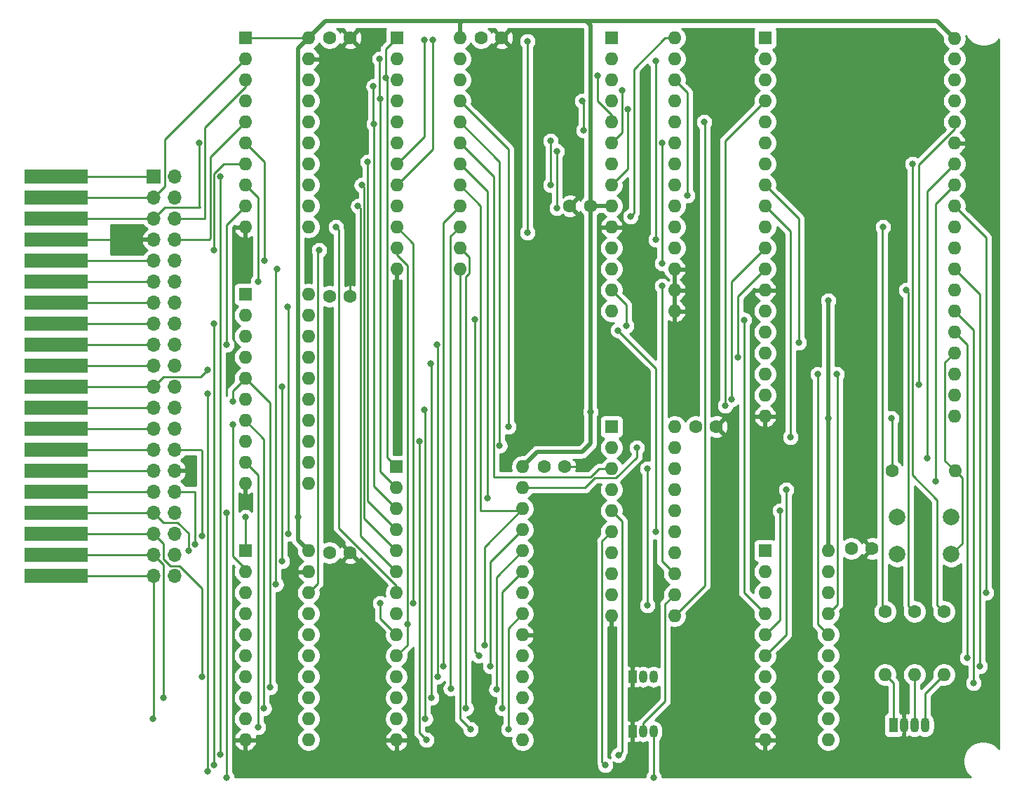
<source format=gbr>
%TF.GenerationSoftware,KiCad,Pcbnew,(5.1.10)-1*%
%TF.CreationDate,2021-06-27T11:46:23-07:00*%
%TF.ProjectId,TRS-IO-M1,5452532d-494f-42d4-9d31-2e6b69636164,rev?*%
%TF.SameCoordinates,Original*%
%TF.FileFunction,Copper,L2,Bot*%
%TF.FilePolarity,Positive*%
%FSLAX46Y46*%
G04 Gerber Fmt 4.6, Leading zero omitted, Abs format (unit mm)*
G04 Created by KiCad (PCBNEW (5.1.10)-1) date 2021-06-27 11:46:23*
%MOMM*%
%LPD*%
G01*
G04 APERTURE LIST*
%TA.AperFunction,ComponentPad*%
%ADD10O,1.600000X1.600000*%
%TD*%
%TA.AperFunction,ComponentPad*%
%ADD11R,1.600000X1.600000*%
%TD*%
%TA.AperFunction,ComponentPad*%
%ADD12C,2.000000*%
%TD*%
%TA.AperFunction,ComponentPad*%
%ADD13C,1.600000*%
%TD*%
%TA.AperFunction,ComponentPad*%
%ADD14R,1.050000X1.500000*%
%TD*%
%TA.AperFunction,ComponentPad*%
%ADD15O,1.050000X1.500000*%
%TD*%
%TA.AperFunction,ConnectorPad*%
%ADD16R,7.620000X1.778000*%
%TD*%
%TA.AperFunction,ComponentPad*%
%ADD17O,1.700000X1.700000*%
%TD*%
%TA.AperFunction,ComponentPad*%
%ADD18R,1.700000X1.700000*%
%TD*%
%TA.AperFunction,ComponentPad*%
%ADD19O,1.070000X1.800000*%
%TD*%
%TA.AperFunction,ComponentPad*%
%ADD20R,1.070000X1.800000*%
%TD*%
%TA.AperFunction,ViaPad*%
%ADD21C,0.800000*%
%TD*%
%TA.AperFunction,Conductor*%
%ADD22C,0.500380*%
%TD*%
%TA.AperFunction,Conductor*%
%ADD23C,0.250000*%
%TD*%
%TA.AperFunction,Conductor*%
%ADD24C,0.254000*%
%TD*%
%TA.AperFunction,Conductor*%
%ADD25C,0.100000*%
%TD*%
G04 APERTURE END LIST*
D10*
%TO.P,U9,20*%
%TO.N,+5V*%
X181737000Y-99009200D03*
%TO.P,U9,10*%
%TO.N,GND*%
X174117000Y-121869200D03*
%TO.P,U9,19*%
%TO.N,SRAM_WE_N*%
X181737000Y-101549200D03*
%TO.P,U9,9*%
%TO.N,OUT_N*%
X174117000Y-119329200D03*
%TO.P,U9,18*%
%TO.N,SRAM_OE_N*%
X181737000Y-104089200D03*
%TO.P,U9,8*%
%TO.N,IN_N*%
X174117000Y-116789200D03*
%TO.P,U9,17*%
%TO.N,S1*%
X181737000Y-106629200D03*
%TO.P,U9,7*%
%TO.N,WR_N*%
X174117000Y-114249200D03*
%TO.P,U9,16*%
%TO.N,S0*%
X181737000Y-109169200D03*
%TO.P,U9,6*%
%TO.N,RD_N*%
X174117000Y-111709200D03*
%TO.P,U9,15*%
%TO.N,DBUS_SEL_N*%
X181737000Y-111709200D03*
%TO.P,U9,5*%
%TO.N,RAS_N*%
X174117000Y-109169200D03*
%TO.P,U9,14*%
%TO.N,ESP_SEL_N*%
X181737000Y-114249200D03*
%TO.P,U9,4*%
%TO.N,ADDR_1*%
X174117000Y-106629200D03*
%TO.P,U9,13*%
%TO.N,READ_N*%
X181737000Y-116789200D03*
%TO.P,U9,3*%
%TO.N,ADDR_0*%
X174117000Y-104089200D03*
%TO.P,U9,12*%
%TO.N,WAIT*%
X181737000Y-119329200D03*
%TO.P,U9,2*%
%TO.N,ADDR_FREHD*%
X174117000Y-101549200D03*
%TO.P,U9,11*%
%TO.N,ESP_WAIT_RELEASE_N*%
X181737000Y-121869200D03*
D11*
%TO.P,U9,1*%
%TO.N,ADDR_TRS_IO*%
X174117000Y-99009200D03*
%TD*%
D10*
%TO.P,U8,24*%
%TO.N,+5V*%
X155829000Y-52019200D03*
%TO.P,U8,12*%
%TO.N,GND*%
X148209000Y-79959200D03*
%TO.P,U8,23*%
%TO.N,Net-(U8-Pad23)*%
X155829000Y-54559200D03*
%TO.P,U8,11*%
%TO.N,AA4*%
X148209000Y-77419200D03*
%TO.P,U8,22*%
%TO.N,Net-(U8-Pad22)*%
X155829000Y-57099200D03*
%TO.P,U8,10*%
%TO.N,AA1*%
X148209000Y-74879200D03*
%TO.P,U8,21*%
%TO.N,ADDR_TRS_IO*%
X155829000Y-59639200D03*
%TO.P,U8,9*%
%TO.N,AA0*%
X148209000Y-72339200D03*
%TO.P,U8,20*%
%TO.N,ADDR_FREHD*%
X155829000Y-62179200D03*
%TO.P,U8,8*%
%TO.N,AA9*%
X148209000Y-69799200D03*
%TO.P,U8,19*%
%TO.N,ADDR_0*%
X155829000Y-64719200D03*
%TO.P,U8,7*%
%TO.N,AA8*%
X148209000Y-67259200D03*
%TO.P,U8,18*%
%TO.N,ADDR_1*%
X155829000Y-67259200D03*
%TO.P,U8,6*%
%TO.N,AA14*%
X148209000Y-64719200D03*
%TO.P,U8,17*%
%TO.N,AA3*%
X155829000Y-69799200D03*
%TO.P,U8,5*%
%TO.N,AA11*%
X148209000Y-62179200D03*
%TO.P,U8,16*%
%TO.N,AA5*%
X155829000Y-72339200D03*
%TO.P,U8,4*%
%TO.N,AA15*%
X148209000Y-59639200D03*
%TO.P,U8,15*%
%TO.N,AA7*%
X155829000Y-74879200D03*
%TO.P,U8,3*%
%TO.N,AA13*%
X148209000Y-57099200D03*
%TO.P,U8,14*%
%TO.N,AA6*%
X155829000Y-77419200D03*
%TO.P,U8,2*%
%TO.N,AA12*%
X148209000Y-54559200D03*
%TO.P,U8,13*%
%TO.N,AA2*%
X155829000Y-79959200D03*
D11*
%TO.P,U8,1*%
%TO.N,AA10*%
X148209000Y-52019200D03*
%TD*%
D10*
%TO.P,U7,20*%
%TO.N,+3V3*%
X200279000Y-113995200D03*
%TO.P,U7,10*%
%TO.N,GND*%
X192659000Y-136855200D03*
%TO.P,U7,19*%
X200279000Y-116535200D03*
%TO.P,U7,9*%
%TO.N,Net-(U7-Pad9)*%
X192659000Y-134315200D03*
%TO.P,U7,18*%
%TO.N,ESP3_SEL_N*%
X200279000Y-119075200D03*
%TO.P,U7,8*%
%TO.N,Net-(U7-Pad8)*%
X192659000Y-131775200D03*
%TO.P,U7,17*%
%TO.N,ESP_READ_N*%
X200279000Y-121615200D03*
%TO.P,U7,7*%
%TO.N,Net-(U7-Pad7)*%
X192659000Y-129235200D03*
%TO.P,U7,16*%
%TO.N,ESP_MISO*%
X200279000Y-124155200D03*
%TO.P,U7,6*%
%TO.N,S1*%
X192659000Y-126695200D03*
%TO.P,U7,15*%
%TO.N,ESP_S0*%
X200279000Y-126695200D03*
%TO.P,U7,5*%
%TO.N,S0*%
X192659000Y-124155200D03*
%TO.P,U7,14*%
%TO.N,ESP_S1*%
X200279000Y-129235200D03*
%TO.P,U7,4*%
%TO.N,MISO*%
X192659000Y-121615200D03*
%TO.P,U7,13*%
%TO.N,Net-(U7-Pad13)*%
X200279000Y-131775200D03*
%TO.P,U7,3*%
%TO.N,READ_N*%
X192659000Y-119075200D03*
%TO.P,U7,12*%
%TO.N,Net-(U7-Pad12)*%
X200279000Y-134315200D03*
%TO.P,U7,2*%
%TO.N,ESP_SEL_N*%
X192659000Y-116535200D03*
%TO.P,U7,11*%
%TO.N,Net-(U7-Pad11)*%
X200279000Y-136855200D03*
D11*
%TO.P,U7,1*%
%TO.N,+3V3*%
X192659000Y-113995200D03*
%TD*%
D10*
%TO.P,U6,20*%
%TO.N,+5V*%
X137541000Y-113995200D03*
%TO.P,U6,10*%
%TO.N,GND*%
X129921000Y-136855200D03*
%TO.P,U6,19*%
X137541000Y-116535200D03*
%TO.P,U6,9*%
%TO.N,A2*%
X129921000Y-134315200D03*
%TO.P,U6,18*%
%TO.N,AA0*%
X137541000Y-119075200D03*
%TO.P,U6,8*%
%TO.N,A6*%
X129921000Y-131775200D03*
%TO.P,U6,17*%
%TO.N,AA1*%
X137541000Y-121615200D03*
%TO.P,U6,7*%
%TO.N,A7*%
X129921000Y-129235200D03*
%TO.P,U6,16*%
%TO.N,AA4*%
X137541000Y-124155200D03*
%TO.P,U6,6*%
%TO.N,A5*%
X129921000Y-126695200D03*
%TO.P,U6,15*%
%TO.N,AA3*%
X137541000Y-126695200D03*
%TO.P,U6,5*%
%TO.N,A3*%
X129921000Y-124155200D03*
%TO.P,U6,14*%
%TO.N,AA5*%
X137541000Y-129235200D03*
%TO.P,U6,4*%
%TO.N,A4*%
X129921000Y-121615200D03*
%TO.P,U6,13*%
%TO.N,AA7*%
X137541000Y-131775200D03*
%TO.P,U6,3*%
%TO.N,A1*%
X129921000Y-119075200D03*
%TO.P,U6,12*%
%TO.N,AA6*%
X137541000Y-134315200D03*
%TO.P,U6,2*%
%TO.N,A0*%
X129921000Y-116535200D03*
%TO.P,U6,11*%
%TO.N,AA2*%
X137541000Y-136855200D03*
D11*
%TO.P,U6,1*%
%TO.N,+5V*%
X129921000Y-113995200D03*
%TD*%
D10*
%TO.P,U5,20*%
%TO.N,+5V*%
X137541000Y-52019200D03*
%TO.P,U5,10*%
%TO.N,GND*%
X129921000Y-74879200D03*
%TO.P,U5,19*%
X137541000Y-54559200D03*
%TO.P,U5,9*%
%TO.N,A9*%
X129921000Y-72339200D03*
%TO.P,U5,18*%
%TO.N,AA10*%
X137541000Y-57099200D03*
%TO.P,U5,8*%
%TO.N,A8*%
X129921000Y-69799200D03*
%TO.P,U5,17*%
%TO.N,AA12*%
X137541000Y-59639200D03*
%TO.P,U5,7*%
%TO.N,A14*%
X129921000Y-67259200D03*
%TO.P,U5,16*%
%TO.N,AA13*%
X137541000Y-62179200D03*
%TO.P,U5,6*%
%TO.N,A11*%
X129921000Y-64719200D03*
%TO.P,U5,15*%
%TO.N,AA15*%
X137541000Y-64719200D03*
%TO.P,U5,5*%
%TO.N,A15*%
X129921000Y-62179200D03*
%TO.P,U5,14*%
%TO.N,AA11*%
X137541000Y-67259200D03*
%TO.P,U5,4*%
%TO.N,A13*%
X129921000Y-59639200D03*
%TO.P,U5,13*%
%TO.N,AA14*%
X137541000Y-69799200D03*
%TO.P,U5,3*%
%TO.N,A12*%
X129921000Y-57099200D03*
%TO.P,U5,12*%
%TO.N,AA8*%
X137541000Y-72339200D03*
%TO.P,U5,2*%
%TO.N,A10*%
X129921000Y-54559200D03*
%TO.P,U5,11*%
%TO.N,AA9*%
X137541000Y-74879200D03*
D11*
%TO.P,U5,1*%
%TO.N,+5V*%
X129921000Y-52019200D03*
%TD*%
D10*
%TO.P,U4,20*%
%TO.N,+3V3*%
X137541000Y-83007200D03*
%TO.P,U4,10*%
%TO.N,GND*%
X129921000Y-105867200D03*
%TO.P,U4,19*%
%TO.N,DBUS_SEL_N*%
X137541000Y-85547200D03*
%TO.P,U4,9*%
%TO.N,D2*%
X129921000Y-103327200D03*
%TO.P,U4,18*%
%TO.N,DD4*%
X137541000Y-88087200D03*
%TO.P,U4,8*%
%TO.N,D0*%
X129921000Y-100787200D03*
%TO.P,U4,17*%
%TO.N,DD7*%
X137541000Y-90627200D03*
%TO.P,U4,7*%
%TO.N,D5*%
X129921000Y-98247200D03*
%TO.P,U4,16*%
%TO.N,DD1*%
X137541000Y-93167200D03*
%TO.P,U4,6*%
%TO.N,D3*%
X129921000Y-95707200D03*
%TO.P,U4,15*%
%TO.N,DD6*%
X137541000Y-95707200D03*
%TO.P,U4,5*%
%TO.N,D6*%
X129921000Y-93167200D03*
%TO.P,U4,14*%
%TO.N,DD3*%
X137541000Y-98247200D03*
%TO.P,U4,4*%
%TO.N,D1*%
X129921000Y-90627200D03*
%TO.P,U4,13*%
%TO.N,DD5*%
X137541000Y-100787200D03*
%TO.P,U4,3*%
%TO.N,D7*%
X129921000Y-88087200D03*
%TO.P,U4,12*%
%TO.N,DD0*%
X137541000Y-103327200D03*
%TO.P,U4,2*%
%TO.N,D4*%
X129921000Y-85547200D03*
%TO.P,U4,11*%
%TO.N,DD2*%
X137541000Y-105867200D03*
D11*
%TO.P,U4,1*%
%TO.N,READ_N*%
X129921000Y-83007200D03*
%TD*%
D10*
%TO.P,U3,28*%
%TO.N,AA7*%
X181737000Y-52019200D03*
%TO.P,U3,14*%
%TO.N,MISO*%
X174117000Y-85039200D03*
%TO.P,U3,27*%
%TO.N,AA6*%
X181737000Y-54559200D03*
%TO.P,U3,13*%
%TO.N,MOSI*%
X174117000Y-82499200D03*
%TO.P,U3,26*%
%TO.N,AA5*%
X181737000Y-57099200D03*
%TO.P,U3,12*%
%TO.N,SCK*%
X174117000Y-79959200D03*
%TO.P,U3,25*%
%TO.N,AA4*%
X181737000Y-59639200D03*
%TO.P,U3,11*%
%TO.N,CS23S17*%
X174117000Y-77419200D03*
%TO.P,U3,24*%
%TO.N,AA3*%
X181737000Y-62179200D03*
%TO.P,U3,10*%
%TO.N,GND*%
X174117000Y-74879200D03*
%TO.P,U3,23*%
%TO.N,AA2*%
X181737000Y-64719200D03*
%TO.P,U3,9*%
%TO.N,+5V*%
X174117000Y-72339200D03*
%TO.P,U3,22*%
%TO.N,AA1*%
X181737000Y-67259200D03*
%TO.P,U3,8*%
%TO.N,AA15*%
X174117000Y-69799200D03*
%TO.P,U3,21*%
%TO.N,AA0*%
X181737000Y-69799200D03*
%TO.P,U3,7*%
%TO.N,AA14*%
X174117000Y-67259200D03*
%TO.P,U3,20*%
%TO.N,Net-(U3-Pad20)*%
X181737000Y-72339200D03*
%TO.P,U3,6*%
%TO.N,AA13*%
X174117000Y-64719200D03*
%TO.P,U3,19*%
%TO.N,Net-(U3-Pad19)*%
X181737000Y-74879200D03*
%TO.P,U3,5*%
%TO.N,AA12*%
X174117000Y-62179200D03*
%TO.P,U3,18*%
%TO.N,+5V*%
X181737000Y-77419200D03*
%TO.P,U3,4*%
%TO.N,AA11*%
X174117000Y-59639200D03*
%TO.P,U3,17*%
%TO.N,GND*%
X181737000Y-79959200D03*
%TO.P,U3,3*%
%TO.N,AA10*%
X174117000Y-57099200D03*
%TO.P,U3,16*%
%TO.N,GND*%
X181737000Y-82499200D03*
%TO.P,U3,2*%
%TO.N,AA9*%
X174117000Y-54559200D03*
%TO.P,U3,15*%
%TO.N,GND*%
X181737000Y-85039200D03*
D11*
%TO.P,U3,1*%
%TO.N,AA8*%
X174117000Y-52019200D03*
%TD*%
D10*
%TO.P,U2,28*%
%TO.N,+5V*%
X163399000Y-103845200D03*
%TO.P,U2,14*%
%TO.N,GND*%
X148159000Y-136865200D03*
%TO.P,U2,27*%
%TO.N,SRAM_WE_N*%
X163399000Y-106385200D03*
%TO.P,U2,13*%
%TO.N,D2*%
X148159000Y-134325200D03*
%TO.P,U2,26*%
%TO.N,AA3*%
X163399000Y-108925200D03*
%TO.P,U2,12*%
%TO.N,D5*%
X148159000Y-131785200D03*
%TO.P,U2,25*%
%TO.N,AA5*%
X163399000Y-111465200D03*
%TO.P,U2,11*%
%TO.N,D6*%
X148159000Y-129245200D03*
%TO.P,U2,24*%
%TO.N,AA7*%
X163399000Y-114005200D03*
%TO.P,U2,10*%
%TO.N,AA4*%
X148159000Y-126705200D03*
%TO.P,U2,23*%
%TO.N,AA6*%
X163399000Y-116545200D03*
%TO.P,U2,9*%
%TO.N,AA1*%
X148159000Y-124165200D03*
%TO.P,U2,22*%
%TO.N,SRAM_OE_N*%
X163399000Y-119085200D03*
%TO.P,U2,8*%
%TO.N,AA0*%
X148159000Y-121625200D03*
%TO.P,U2,21*%
%TO.N,AA2*%
X163399000Y-121625200D03*
%TO.P,U2,7*%
%TO.N,AA9*%
X148159000Y-119085200D03*
%TO.P,U2,20*%
%TO.N,GND*%
X163399000Y-124165200D03*
%TO.P,U2,6*%
%TO.N,AA8*%
X148159000Y-116545200D03*
%TO.P,U2,19*%
%TO.N,D4*%
X163399000Y-126705200D03*
%TO.P,U2,5*%
%TO.N,AA14*%
X148159000Y-114005200D03*
%TO.P,U2,18*%
%TO.N,D7*%
X163399000Y-129245200D03*
%TO.P,U2,4*%
%TO.N,AA11*%
X148159000Y-111465200D03*
%TO.P,U2,17*%
%TO.N,D1*%
X163399000Y-131785200D03*
%TO.P,U2,3*%
%TO.N,AA13*%
X148159000Y-108925200D03*
%TO.P,U2,16*%
%TO.N,D3*%
X163399000Y-134325200D03*
%TO.P,U2,2*%
%TO.N,AA12*%
X148159000Y-106385200D03*
%TO.P,U2,15*%
%TO.N,D0*%
X163399000Y-136865200D03*
D11*
%TO.P,U2,1*%
%TO.N,AA10*%
X148159000Y-103845200D03*
%TD*%
D10*
%TO.P,U1,38*%
%TO.N,+5V*%
X215519000Y-52082700D03*
%TO.P,U1,37*%
%TO.N,Net-(U1-Pad37)*%
X215519000Y-54559200D03*
%TO.P,U1,19*%
%TO.N,GND*%
X192659000Y-97739200D03*
%TO.P,U1,36*%
%TO.N,Net-(U1-Pad36)*%
X215519000Y-57099200D03*
%TO.P,U1,18*%
%TO.N,Net-(U1-Pad18)*%
X192659000Y-95199200D03*
%TO.P,U1,35*%
%TO.N,Net-(U1-Pad35)*%
X215519000Y-59639200D03*
%TO.P,U1,17*%
%TO.N,ESP_MISO*%
X192659000Y-92659200D03*
%TO.P,U1,34*%
%TO.N,DD1*%
X215519000Y-62179200D03*
%TO.P,U1,16*%
%TO.N,Net-(U1-Pad16)*%
X192659000Y-90119200D03*
%TO.P,U1,33*%
%TO.N,GND*%
X215519000Y-64719200D03*
%TO.P,U1,15*%
%TO.N,Net-(U1-Pad15)*%
X192659000Y-87579200D03*
%TO.P,U1,32*%
%TO.N,DD0*%
X215519000Y-67259200D03*
%TO.P,U1,14*%
%TO.N,MOSI*%
X192659000Y-85039200D03*
%TO.P,U1,31*%
%TO.N,DD2*%
X215519000Y-69799200D03*
%TO.P,U1,13*%
%TO.N,GND*%
X192659000Y-82499200D03*
%TO.P,U1,30*%
%TO.N,ESP3_SEL_N*%
X215519000Y-72339200D03*
%TO.P,U1,12*%
%TO.N,DD7*%
X192659000Y-79959200D03*
%TO.P,U1,29*%
%TO.N,CS23S17*%
X215519000Y-74879200D03*
%TO.P,U1,11*%
%TO.N,DD6*%
X192659000Y-77419200D03*
%TO.P,U1,28*%
%TO.N,SCK*%
X215519000Y-77419200D03*
%TO.P,U1,10*%
%TO.N,LED_RED*%
X192659000Y-74879200D03*
%TO.P,U1,27*%
%TO.N,ESP_INT*%
X215519000Y-79959200D03*
%TO.P,U1,9*%
%TO.N,DD5*%
X192659000Y-72339200D03*
%TO.P,U1,26*%
%TO.N,LED_BLUE*%
X215519000Y-82499200D03*
%TO.P,U1,8*%
%TO.N,DD4*%
X192659000Y-69799200D03*
%TO.P,U1,25*%
%TO.N,ESP_S1*%
X215519000Y-85039200D03*
%TO.P,U1,7*%
%TO.N,LED_GREEN*%
X192659000Y-67259200D03*
%TO.P,U1,24*%
%TO.N,ESP_S0*%
X215519000Y-87579200D03*
%TO.P,U1,6*%
%TO.N,Net-(U1-Pad6)*%
X192659000Y-64719200D03*
%TO.P,U1,23*%
%TO.N,BUTTON*%
X215519000Y-90119200D03*
%TO.P,U1,5*%
%TO.N,ESP_WAIT_RELEASE_N*%
X192659000Y-62179200D03*
%TO.P,U1,22*%
%TO.N,ESP_READ_N*%
X215519000Y-92659200D03*
%TO.P,U1,4*%
%TO.N,DD3*%
X192659000Y-59639200D03*
%TO.P,U1,21*%
%TO.N,Net-(U1-Pad21)*%
X215519000Y-95199200D03*
%TO.P,U1,3*%
%TO.N,Net-(U1-Pad3)*%
X192659000Y-57099200D03*
%TO.P,U1,20*%
%TO.N,+3V3*%
X215519000Y-97739200D03*
%TO.P,U1,2*%
%TO.N,Net-(U1-Pad2)*%
X192659000Y-54559200D03*
D11*
%TO.P,U1,1*%
%TO.N,Net-(U1-Pad1)*%
X192659000Y-52019200D03*
%TD*%
D12*
%TO.P,SW1,1*%
%TO.N,GND*%
X215132500Y-109931200D03*
%TO.P,SW1,2*%
%TO.N,BUTTON*%
X215132500Y-114431200D03*
%TO.P,SW1,1*%
%TO.N,GND*%
X208632500Y-109931200D03*
%TO.P,SW1,2*%
%TO.N,BUTTON*%
X208632500Y-114431200D03*
%TD*%
D10*
%TO.P,R4,2*%
%TO.N,BUTTON*%
X215582500Y-104343200D03*
D13*
%TO.P,R4,1*%
%TO.N,+3V3*%
X207962500Y-104343200D03*
%TD*%
D10*
%TO.P,R3,2*%
%TO.N,Net-(D1-Pad3)*%
X210693000Y-128981200D03*
D13*
%TO.P,R3,1*%
%TO.N,LED_BLUE*%
X210693000Y-121361200D03*
%TD*%
D10*
%TO.P,R2,2*%
%TO.N,Net-(D1-Pad4)*%
X214249000Y-128981200D03*
D13*
%TO.P,R2,1*%
%TO.N,LED_GREEN*%
X214249000Y-121361200D03*
%TD*%
D10*
%TO.P,R1,2*%
%TO.N,Net-(D1-Pad1)*%
X207137000Y-128981200D03*
D13*
%TO.P,R1,1*%
%TO.N,LED_RED*%
X207137000Y-121361200D03*
%TD*%
D14*
%TO.P,Q2,1*%
%TO.N,GND*%
X176657000Y-129235200D03*
D15*
%TO.P,Q2,3*%
%TO.N,INT_N*%
X179197000Y-129235200D03*
%TO.P,Q2,2*%
%TO.N,ESP_INT*%
X177927000Y-129235200D03*
%TD*%
D14*
%TO.P,Q1,1*%
%TO.N,GND*%
X176657000Y-135839200D03*
D15*
%TO.P,Q1,3*%
%TO.N,WAIT_N*%
X179197000Y-135839200D03*
%TO.P,Q1,2*%
%TO.N,WAIT*%
X177927000Y-135839200D03*
%TD*%
D16*
%TO.P,J2,1*%
%TO.N,SYSRES_N*%
X107061000Y-68783200D03*
%TO.P,J2,3*%
%TO.N,A10*%
X107061000Y-71323200D03*
%TO.P,J2,5*%
%TO.N,A13*%
X107061000Y-73863200D03*
%TO.P,J2,7*%
%TO.N,GND*%
X107061000Y-76403200D03*
%TO.P,J2,9*%
%TO.N,A14*%
X107061000Y-78943200D03*
%TO.P,J2,11*%
%TO.N,OUT_N*%
X107061000Y-81483200D03*
%TO.P,J2,13*%
%TO.N,INTACK_N*%
X107061000Y-84023200D03*
%TO.P,J2,15*%
%TO.N,MUX*%
X107061000Y-86563200D03*
%TO.P,J2,17*%
%TO.N,D4*%
X107061000Y-89103200D03*
%TO.P,J2,19*%
%TO.N,D7*%
X107061000Y-91643200D03*
%TO.P,J2,21*%
%TO.N,D1*%
X107061000Y-94183200D03*
%TO.P,J2,23*%
%TO.N,D6*%
X107061000Y-96723200D03*
%TO.P,J2,25*%
%TO.N,D3*%
X107061000Y-99263200D03*
%TO.P,J2,27*%
%TO.N,D5*%
X107061000Y-101803200D03*
%TO.P,J2,29*%
%TO.N,D0*%
X107061000Y-104343200D03*
%TO.P,J2,31*%
%TO.N,D2*%
X107061000Y-106883200D03*
%TO.P,J2,33*%
%TO.N,A3*%
X107061000Y-109423200D03*
%TO.P,J2,35*%
%TO.N,A7*%
X107061000Y-111963200D03*
%TO.P,J2,37*%
%TO.N,A6*%
X107061000Y-114503200D03*
%TO.P,J2,39*%
%TO.N,A2*%
X107061000Y-117043200D03*
%TD*%
D17*
%TO.P,J1,40*%
%TO.N,5V*%
X121379000Y-117019200D03*
%TO.P,J1,39*%
%TO.N,A2*%
X118839000Y-117019200D03*
%TO.P,J1,38*%
%TO.N,GND*%
X121379000Y-114479200D03*
%TO.P,J1,37*%
%TO.N,A6*%
X118839000Y-114479200D03*
%TO.P,J1,36*%
%TO.N,A5*%
X121379000Y-111939200D03*
%TO.P,J1,35*%
%TO.N,A7*%
X118839000Y-111939200D03*
%TO.P,J1,34*%
%TO.N,WAIT_N*%
X121379000Y-109399200D03*
%TO.P,J1,33*%
%TO.N,A3*%
X118839000Y-109399200D03*
%TO.P,J1,32*%
%TO.N,A4*%
X121379000Y-106859200D03*
%TO.P,J1,31*%
%TO.N,D2*%
X118839000Y-106859200D03*
%TO.P,J1,30*%
%TO.N,GND*%
X121379000Y-104319200D03*
%TO.P,J1,29*%
%TO.N,D0*%
X118839000Y-104319200D03*
%TO.P,J1,28*%
%TO.N,A1*%
X121379000Y-101779200D03*
%TO.P,J1,27*%
%TO.N,D5*%
X118839000Y-101779200D03*
%TO.P,J1,26*%
%TO.N,A0*%
X121379000Y-99239200D03*
%TO.P,J1,25*%
%TO.N,D3*%
X118839000Y-99239200D03*
%TO.P,J1,24*%
%TO.N,TEST_N*%
X121379000Y-96699200D03*
%TO.P,J1,23*%
%TO.N,D6*%
X118839000Y-96699200D03*
%TO.P,J1,22*%
%TO.N,INT_N*%
X121379000Y-94159200D03*
%TO.P,J1,21*%
%TO.N,D1*%
X118839000Y-94159200D03*
%TO.P,J1,20*%
%TO.N,IN_N*%
X121379000Y-91619200D03*
%TO.P,J1,19*%
%TO.N,D7*%
X118839000Y-91619200D03*
%TO.P,J1,18*%
%TO.N,A9*%
X121379000Y-89079200D03*
%TO.P,J1,17*%
%TO.N,D4*%
X118839000Y-89079200D03*
%TO.P,J1,16*%
%TO.N,RD_N*%
X121379000Y-86539200D03*
%TO.P,J1,15*%
%TO.N,MUX*%
X118839000Y-86539200D03*
%TO.P,J1,14*%
%TO.N,WR_N*%
X121379000Y-83999200D03*
%TO.P,J1,13*%
%TO.N,INTACK_N*%
X118839000Y-83999200D03*
%TO.P,J1,12*%
%TO.N,A8*%
X121379000Y-81459200D03*
%TO.P,J1,11*%
%TO.N,OUT_N*%
X118839000Y-81459200D03*
%TO.P,J1,10*%
%TO.N,A11*%
X121379000Y-78919200D03*
%TO.P,J1,9*%
%TO.N,A14*%
X118839000Y-78919200D03*
%TO.P,J1,8*%
%TO.N,A15*%
X121379000Y-76379200D03*
%TO.P,J1,7*%
%TO.N,GND*%
X118839000Y-76379200D03*
%TO.P,J1,6*%
%TO.N,A12*%
X121379000Y-73839200D03*
%TO.P,J1,5*%
%TO.N,A13*%
X118839000Y-73839200D03*
%TO.P,J1,4*%
%TO.N,CAS_N*%
X121379000Y-71299200D03*
%TO.P,J1,3*%
%TO.N,A10*%
X118839000Y-71299200D03*
%TO.P,J1,2*%
%TO.N,RAS_N*%
X121379000Y-68759200D03*
D18*
%TO.P,J1,1*%
%TO.N,SYSRES_N*%
X118839000Y-68759200D03*
%TD*%
D19*
%TO.P,D1,4*%
%TO.N,Net-(D1-Pad4)*%
X211963000Y-135077200D03*
%TO.P,D1,3*%
%TO.N,Net-(D1-Pad3)*%
X210693000Y-135077200D03*
%TO.P,D1,2*%
%TO.N,GND*%
X209423000Y-135077200D03*
D20*
%TO.P,D1,1*%
%TO.N,Net-(D1-Pad1)*%
X208153000Y-135077200D03*
%TD*%
D13*
%TO.P,C8,2*%
%TO.N,GND*%
X160869000Y-52019200D03*
%TO.P,C8,1*%
%TO.N,+5V*%
X158369000Y-52019200D03*
%TD*%
%TO.P,C7,2*%
%TO.N,GND*%
X142581000Y-52019200D03*
%TO.P,C7,1*%
%TO.N,+5V*%
X140081000Y-52019200D03*
%TD*%
%TO.P,C6,2*%
%TO.N,GND*%
X142581000Y-114249200D03*
%TO.P,C6,1*%
%TO.N,+5V*%
X140081000Y-114249200D03*
%TD*%
%TO.P,C5,2*%
%TO.N,GND*%
X205573000Y-113741200D03*
%TO.P,C5,1*%
%TO.N,+3V3*%
X203073000Y-113741200D03*
%TD*%
%TO.P,C4,2*%
%TO.N,GND*%
X142581000Y-83261200D03*
%TO.P,C4,1*%
%TO.N,+3V3*%
X140081000Y-83261200D03*
%TD*%
%TO.P,C3,2*%
%TO.N,GND*%
X169077000Y-72339200D03*
%TO.P,C3,1*%
%TO.N,+5V*%
X171577000Y-72339200D03*
%TD*%
%TO.P,C2,2*%
%TO.N,GND*%
X186777000Y-99009200D03*
%TO.P,C2,1*%
%TO.N,+5V*%
X184277000Y-99009200D03*
%TD*%
%TO.P,C1,2*%
%TO.N,GND*%
X168489000Y-103835200D03*
%TO.P,C1,1*%
%TO.N,+5V*%
X165989000Y-103835200D03*
%TD*%
D21*
%TO.N,+5V*%
X171577000Y-97231200D03*
X129921000Y-109931200D03*
X136290809Y-109951009D03*
%TO.N,GND*%
X170103800Y-122097800D03*
X182829200Y-88812200D03*
X173278800Y-88900000D03*
X168859200Y-89154000D03*
X148412200Y-82651600D03*
X164134800Y-82677000D03*
X142519400Y-79984600D03*
X139268200Y-76200000D03*
X129946400Y-108229400D03*
X139877800Y-108254800D03*
X123571000Y-105867200D03*
X183464200Y-97194200D03*
%TO.N,+3V3*%
X200279000Y-97993200D03*
X200279000Y-83769200D03*
X207899000Y-97993200D03*
%TO.N,RAS_N*%
X126873000Y-68783200D03*
X174951002Y-138705202D03*
X126873000Y-138633200D03*
%TO.N,A13*%
X124346000Y-64719200D03*
%TO.N,A11*%
X132207000Y-78943200D03*
%TO.N,A14*%
X126148000Y-77673200D03*
%TO.N,A8*%
X131445000Y-81483200D03*
%TO.N,OUT_N*%
X133620000Y-118059200D03*
X133731000Y-79959200D03*
%TO.N,WR_N*%
X135070000Y-111963200D03*
X135001000Y-84531200D03*
%TO.N,RD_N*%
X126111000Y-86563200D03*
X126111000Y-139903200D03*
X173355000Y-139903200D03*
%TO.N,A9*%
X127635000Y-89103200D03*
%TO.N,D4*%
X158115000Y-126695200D03*
X157607000Y-86055200D03*
%TO.N,IN_N*%
X134345000Y-115265200D03*
X134345000Y-94183200D03*
%TO.N,D7*%
X153104000Y-129235200D03*
X153035000Y-89103200D03*
%TO.N,INT_N*%
X125386000Y-95017201D03*
X125349000Y-140665200D03*
%TO.N,D1*%
X152379000Y-131775200D03*
X152273000Y-91389200D03*
X125386000Y-92151200D03*
%TO.N,D6*%
X132895000Y-130505200D03*
X128397000Y-95961200D03*
%TO.N,A0*%
X128392347Y-98750547D03*
%TO.N,D3*%
X151654000Y-134315200D03*
X151511000Y-96977200D03*
%TO.N,A1*%
X124661000Y-112217200D03*
%TO.N,D5*%
X132170000Y-133045200D03*
%TO.N,D0*%
X151765000Y-136855200D03*
X150929000Y-100787200D03*
%TO.N,A4*%
X123825000Y-113233200D03*
%TO.N,D2*%
X131445000Y-135331200D03*
%TO.N,WAIT_N*%
X127635000Y-109423200D03*
X127635000Y-141390200D03*
X179197000Y-141427200D03*
%TO.N,A3*%
X123063000Y-113995200D03*
%TO.N,A7*%
X124661000Y-129235200D03*
%TO.N,A6*%
X120015000Y-131775200D03*
%TO.N,A2*%
X118745000Y-134315200D03*
%TO.N,ESP_INT*%
X218567000Y-127965200D03*
%TO.N,ESP_READ_N*%
X201295000Y-92659200D03*
%TO.N,ESP_S0*%
X217043000Y-126949200D03*
%TO.N,ESP_S1*%
X217805000Y-129997200D03*
%TO.N,ESP_WAIT_RELEASE_N*%
X185293000Y-62179200D03*
%TO.N,MOSI*%
X175895000Y-86817200D03*
%TO.N,ESP_MISO*%
X199009000Y-92659200D03*
%TO.N,ESP3_SEL_N*%
X219329000Y-119075200D03*
%TO.N,READ_N*%
X180213000Y-81991200D03*
%TO.N,MISO*%
X190119000Y-86092200D03*
%TO.N,S0*%
X194437000Y-109169200D03*
%TO.N,S1*%
X195199000Y-106629200D03*
%TO.N,DD3*%
X187833000Y-96469200D03*
%TO.N,DD4*%
X196723000Y-88849200D03*
%TO.N,DD5*%
X195707000Y-100279200D03*
%TO.N,DD6*%
X188595000Y-95707200D03*
%TO.N,DD7*%
X189357000Y-90627200D03*
%TO.N,DD2*%
X213233000Y-105613200D03*
%TO.N,DD0*%
X212217000Y-102819200D03*
%TO.N,DD1*%
X211201000Y-93929200D03*
%TO.N,AA14*%
X143965000Y-69799200D03*
%TO.N,AA12*%
X146177000Y-59385200D03*
X146111185Y-54559200D03*
X172427190Y-56591200D03*
%TO.N,AA7*%
X160221000Y-130759200D03*
X154713999Y-130660199D03*
X176403000Y-73609200D03*
%TO.N,AA6*%
X160946000Y-133045200D03*
X156554000Y-133045200D03*
X179451000Y-76403200D03*
X179451000Y-54813200D03*
%TO.N,AA5*%
X159496000Y-127965200D03*
X153829000Y-127965200D03*
X183261000Y-71069200D03*
%TO.N,AA4*%
X149479000Y-122885200D03*
X163957000Y-52419201D03*
X163957000Y-75569199D03*
%TO.N,AA3*%
X158771000Y-125425200D03*
X166751000Y-69799200D03*
X166751000Y-64465200D03*
%TO.N,AA10*%
X146836185Y-56824637D03*
%TO.N,AA2*%
X161671000Y-135585200D03*
X157099000Y-135585200D03*
X180213000Y-79269201D03*
X180213000Y-64719200D03*
%TO.N,SRAM_OE_N*%
X178435000Y-120599200D03*
X178435000Y-104089200D03*
%TO.N,AA1*%
X150204000Y-120345200D03*
X146177000Y-120345200D03*
X167513000Y-72593200D03*
X167513000Y-65735200D03*
%TO.N,AA11*%
X144690000Y-67005200D03*
X170726810Y-63195200D03*
X170561000Y-59639200D03*
%TO.N,AA0*%
X138811000Y-77673200D03*
%TO.N,AA9*%
X140843000Y-74879200D03*
X152527000Y-52273200D03*
%TO.N,AA8*%
X143514990Y-72339200D03*
X151511000Y-52273200D03*
%TO.N,AA13*%
X145415000Y-62433200D03*
X145386185Y-57861200D03*
X175387000Y-58369200D03*
%TO.N,SRAM_WE_N*%
X177165000Y-101549200D03*
%TO.N,AA15*%
X176112000Y-60655200D03*
%TO.N,DBUS_SEL_N*%
X174879000Y-87362200D03*
X179451000Y-111709200D03*
%TO.N,ADDR_TRS_IO*%
X161671000Y-99009200D03*
%TO.N,ADDR_FREHD*%
X160618000Y-101295200D03*
%TO.N,ADDR_1*%
X159131000Y-107645200D03*
%TO.N,LED_GREEN*%
X210439000Y-67259200D03*
%TO.N,LED_BLUE*%
X209677000Y-82499200D03*
%TO.N,LED_RED*%
X206883000Y-74879200D03*
%TD*%
D22*
%TO.N,+5V*%
X215519000Y-52082700D02*
X213423500Y-49987200D01*
X139573000Y-49987200D02*
X137541000Y-52019200D01*
X155829000Y-50241200D02*
X156083000Y-49987200D01*
X155829000Y-52019200D02*
X155829000Y-50241200D01*
X156083000Y-49987200D02*
X139573000Y-49987200D01*
X171577000Y-72339200D02*
X171577000Y-50495200D01*
X171577000Y-50495200D02*
X171069000Y-49987200D01*
X171069000Y-49987200D02*
X156083000Y-49987200D01*
X213423500Y-49987200D02*
X171069000Y-49987200D01*
X171577000Y-72339200D02*
X174117000Y-72339200D01*
X171577000Y-101041200D02*
X170561000Y-102057200D01*
X165187000Y-102057200D02*
X163399000Y-103845200D01*
X170561000Y-102057200D02*
X165187000Y-102057200D01*
X171577000Y-97231200D02*
X171577000Y-101041200D01*
X171577000Y-72339200D02*
X171577000Y-97231200D01*
X136290809Y-112745009D02*
X137541000Y-113995200D01*
X137541000Y-52019200D02*
X136290809Y-53269391D01*
D23*
X137541000Y-52019200D02*
X129921000Y-52019200D01*
X129921000Y-113995200D02*
X129921000Y-109931200D01*
D22*
X136290809Y-109951009D02*
X136290809Y-112745009D01*
X136290809Y-53269391D02*
X136290809Y-109951009D01*
D23*
%TO.N,GND*%
X107085000Y-76379200D02*
X107061000Y-76403200D01*
X118839000Y-76379200D02*
X107085000Y-76379200D01*
X168489000Y-103835200D02*
X170764200Y-103835200D01*
X142581000Y-83261200D02*
X142581000Y-81345400D01*
D22*
%TO.N,+3V3*%
X200279000Y-113995200D02*
X200279000Y-97993200D01*
X200279000Y-83769200D02*
X200279000Y-97993200D01*
D23*
X207962500Y-98056700D02*
X207899000Y-97993200D01*
X207962500Y-104343200D02*
X207962500Y-98056700D01*
%TO.N,RAS_N*%
X126873000Y-68783200D02*
X126873000Y-138633200D01*
X126873000Y-138633200D02*
X126945002Y-138705202D01*
X175387000Y-110439200D02*
X174117000Y-109169200D01*
X175387000Y-138269204D02*
X175387000Y-110439200D01*
X174951002Y-138705202D02*
X174951002Y-138705202D01*
X174951002Y-138705202D02*
X175387000Y-138269204D01*
X126873000Y-138633200D02*
X126873000Y-138633200D01*
%TO.N,SYSRES_N*%
X107085000Y-68759200D02*
X107061000Y-68783200D01*
X118839000Y-68759200D02*
X107085000Y-68759200D01*
%TO.N,A10*%
X107085000Y-71299200D02*
X107061000Y-71323200D01*
X118839000Y-71299200D02*
X107085000Y-71299200D01*
X120203999Y-64276201D02*
X129921000Y-54559200D01*
X120203999Y-69934201D02*
X120203999Y-64276201D01*
X118839000Y-71299200D02*
X120203999Y-69934201D01*
%TO.N,A12*%
X121379000Y-73839200D02*
X125071000Y-73839200D01*
X129921000Y-57974198D02*
X129921000Y-57099200D01*
X125071000Y-62824198D02*
X129921000Y-57974198D01*
X125071000Y-73839200D02*
X125071000Y-62824198D01*
%TO.N,A13*%
X107085000Y-73839200D02*
X107061000Y-73863200D01*
X118839000Y-73839200D02*
X107085000Y-73839200D01*
X120203999Y-72474201D02*
X124451999Y-72474201D01*
X118839000Y-73839200D02*
X120203999Y-72474201D01*
X124346000Y-72368202D02*
X124346000Y-64719200D01*
X124451999Y-72474201D02*
X124346000Y-72368202D01*
%TO.N,A15*%
X121379000Y-76379200D02*
X125579000Y-76379200D01*
X125697991Y-66402209D02*
X129921000Y-62179200D01*
X125697991Y-76260210D02*
X125697991Y-66402209D01*
X125579000Y-76379200D02*
X125697991Y-76260210D01*
%TO.N,A11*%
X132207000Y-67005200D02*
X129921000Y-64719200D01*
X132207000Y-78943200D02*
X132207000Y-67005200D01*
%TO.N,A14*%
X107085000Y-78919200D02*
X107061000Y-78943200D01*
X118839000Y-78919200D02*
X107085000Y-78919200D01*
X127323998Y-67259200D02*
X129921000Y-67259200D01*
X126147999Y-68435199D02*
X127323998Y-67259200D01*
X126148000Y-77673200D02*
X126147999Y-68435199D01*
%TO.N,A8*%
X131445000Y-71323200D02*
X129921000Y-69799200D01*
X131445000Y-81483200D02*
X131445000Y-71323200D01*
%TO.N,OUT_N*%
X133620000Y-80070200D02*
X133731000Y-79959200D01*
X133620000Y-118059200D02*
X133620000Y-80070200D01*
X107085000Y-81459200D02*
X107061000Y-81483200D01*
X118839000Y-81459200D02*
X107085000Y-81459200D01*
%TO.N,WR_N*%
X135070000Y-84600200D02*
X135001000Y-84531200D01*
X135070000Y-111963200D02*
X135070000Y-84600200D01*
%TO.N,INTACK_N*%
X107085000Y-83999200D02*
X107061000Y-84023200D01*
X118839000Y-83999200D02*
X107085000Y-83999200D01*
%TO.N,RD_N*%
X126111000Y-86563200D02*
X126111000Y-139903200D01*
X172991999Y-112834201D02*
X174117000Y-111709200D01*
X172991999Y-139540199D02*
X172991999Y-112834201D01*
X173355000Y-139903200D02*
X172991999Y-139540199D01*
%TO.N,MUX*%
X107085000Y-86539200D02*
X107061000Y-86563200D01*
X118839000Y-86539200D02*
X107085000Y-86539200D01*
%TO.N,A9*%
X127635000Y-74625200D02*
X129921000Y-72339200D01*
X127635000Y-89103200D02*
X127635000Y-74625200D01*
%TO.N,D4*%
X157607000Y-126187200D02*
X157607000Y-86055200D01*
X158115000Y-126695200D02*
X157607000Y-126187200D01*
X107085000Y-89079200D02*
X107061000Y-89103200D01*
X118839000Y-89079200D02*
X107085000Y-89079200D01*
%TO.N,IN_N*%
X134345000Y-115265200D02*
X134345000Y-94183200D01*
%TO.N,D7*%
X153104000Y-89172200D02*
X153035000Y-89103200D01*
X153104000Y-129235200D02*
X153104000Y-89172200D01*
X107085000Y-91619200D02*
X107061000Y-91643200D01*
X118839000Y-91619200D02*
X107085000Y-91619200D01*
%TO.N,INT_N*%
X125386000Y-140628200D02*
X125349000Y-140665200D01*
X125386000Y-95017201D02*
X125386000Y-140628200D01*
%TO.N,D1*%
X152379000Y-91495200D02*
X152273000Y-91389200D01*
X152379000Y-131775200D02*
X152379000Y-91495200D01*
X107085000Y-94159200D02*
X107061000Y-94183200D01*
X118839000Y-94159200D02*
X107085000Y-94159200D01*
X120014001Y-92984199D02*
X118839000Y-94159200D01*
X124553001Y-92984199D02*
X120014001Y-92984199D01*
X125386000Y-92151200D02*
X124553001Y-92984199D01*
%TO.N,D6*%
X132895000Y-96141200D02*
X129921000Y-93167200D01*
X132895000Y-130505200D02*
X132895000Y-96141200D01*
X107085000Y-96699200D02*
X107061000Y-96723200D01*
X118839000Y-96699200D02*
X107085000Y-96699200D01*
X128397000Y-94691200D02*
X128397000Y-95961200D01*
X129921000Y-93167200D02*
X128397000Y-94691200D01*
%TO.N,A0*%
X129921000Y-116180202D02*
X129921000Y-116535200D01*
X128392347Y-114651549D02*
X129921000Y-116180202D01*
X128392347Y-98750547D02*
X128392347Y-114651549D01*
%TO.N,D3*%
X151654000Y-97120200D02*
X151511000Y-96977200D01*
X151654000Y-134315200D02*
X151654000Y-97120200D01*
X107085000Y-99239200D02*
X107061000Y-99263200D01*
X118839000Y-99239200D02*
X107085000Y-99239200D01*
%TO.N,A1*%
X121379000Y-101779200D02*
X124563000Y-101779200D01*
X124661000Y-101877200D02*
X124661000Y-112217200D01*
X124563000Y-101779200D02*
X124661000Y-101877200D01*
%TO.N,D5*%
X132170000Y-100496200D02*
X129921000Y-98247200D01*
X132170000Y-133045200D02*
X132170000Y-100496200D01*
X107085000Y-101779200D02*
X107061000Y-101803200D01*
X118839000Y-101779200D02*
X107085000Y-101779200D01*
%TO.N,D0*%
X150929000Y-136019200D02*
X150929000Y-100787200D01*
X151765000Y-136855200D02*
X150929000Y-136019200D01*
X107085000Y-104319200D02*
X107061000Y-104343200D01*
X118839000Y-104319200D02*
X107085000Y-104319200D01*
%TO.N,A4*%
X121379000Y-106859200D02*
X123801000Y-106859200D01*
X123825000Y-106883200D02*
X123825000Y-113233200D01*
X123801000Y-106859200D02*
X123825000Y-106883200D01*
%TO.N,D2*%
X131445000Y-104851200D02*
X129921000Y-103327200D01*
X131445000Y-135331200D02*
X131445000Y-104851200D01*
X107085000Y-106859200D02*
X107061000Y-106883200D01*
X118839000Y-106859200D02*
X107085000Y-106859200D01*
%TO.N,WAIT_N*%
X127635000Y-109423200D02*
X127635000Y-141390200D01*
X179197000Y-141427200D02*
X179197000Y-135839200D01*
%TO.N,A3*%
X107085000Y-109399200D02*
X107061000Y-109423200D01*
X118839000Y-109399200D02*
X107085000Y-109399200D01*
X123063000Y-111884198D02*
X123063000Y-113995200D01*
X121753003Y-110574201D02*
X123063000Y-111884198D01*
X120014001Y-110574201D02*
X121753003Y-110574201D01*
X118839000Y-109399200D02*
X120014001Y-110574201D01*
%TO.N,A7*%
X107085000Y-111939200D02*
X107061000Y-111963200D01*
X118839000Y-111939200D02*
X107085000Y-111939200D01*
X124661000Y-118562198D02*
X124661000Y-129235200D01*
X121943001Y-115844199D02*
X124661000Y-118562198D01*
X120840409Y-115844199D02*
X121943001Y-115844199D01*
X120014001Y-115017791D02*
X120840409Y-115844199D01*
X120014001Y-113114201D02*
X120014001Y-115017791D01*
X118839000Y-111939200D02*
X120014001Y-113114201D01*
%TO.N,A6*%
X107085000Y-114479200D02*
X107061000Y-114503200D01*
X118839000Y-114479200D02*
X107085000Y-114479200D01*
X120015000Y-115655200D02*
X120015000Y-131775200D01*
X118839000Y-114479200D02*
X120015000Y-115655200D01*
%TO.N,A2*%
X107085000Y-117019200D02*
X107061000Y-117043200D01*
X118839000Y-117019200D02*
X107085000Y-117019200D01*
X118839000Y-134221200D02*
X118745000Y-134315200D01*
X118839000Y-117019200D02*
X118839000Y-134221200D01*
%TO.N,WAIT*%
X180611999Y-120454201D02*
X181737000Y-119329200D01*
X180611999Y-132154201D02*
X180611999Y-120454201D01*
X177927000Y-134839200D02*
X180611999Y-132154201D01*
X177927000Y-135839200D02*
X177927000Y-134839200D01*
%TO.N,ESP_INT*%
X218567000Y-83007200D02*
X215519000Y-79959200D01*
X218567000Y-127965200D02*
X218567000Y-83007200D01*
%TO.N,ESP_READ_N*%
X201404001Y-92768201D02*
X201295000Y-92659200D01*
X201404001Y-120490199D02*
X201404001Y-92768201D01*
X200279000Y-121615200D02*
X201404001Y-120490199D01*
%TO.N,ESP_S0*%
X217043000Y-89103200D02*
X215519000Y-87579200D01*
X217043000Y-126949200D02*
X217043000Y-89103200D01*
%TO.N,ESP_S1*%
X217805000Y-87325200D02*
X215519000Y-85039200D01*
X217805000Y-129997200D02*
X217805000Y-87325200D01*
%TO.N,ESP_WAIT_RELEASE_N*%
X185402001Y-62288201D02*
X185293000Y-62179200D01*
X185402001Y-118204199D02*
X185402001Y-62288201D01*
X181737000Y-121869200D02*
X185402001Y-118204199D01*
%TO.N,MOSI*%
X175895000Y-84277200D02*
X175895000Y-86817200D01*
X174117000Y-82499200D02*
X175895000Y-84277200D01*
%TO.N,ESP_MISO*%
X199009000Y-122885200D02*
X199009000Y-92659200D01*
X200279000Y-124155200D02*
X199009000Y-122885200D01*
%TO.N,ESP3_SEL_N*%
X219329000Y-76149200D02*
X215519000Y-72339200D01*
X219329000Y-119075200D02*
X219329000Y-76149200D01*
%TO.N,READ_N*%
X180213000Y-115265200D02*
X181737000Y-116789200D01*
X180213000Y-81991200D02*
X180213000Y-115265200D01*
%TO.N,MISO*%
X190119000Y-119075200D02*
X192659000Y-121615200D01*
X190119000Y-86092200D02*
X190119000Y-119075200D01*
%TO.N,S0*%
X194437000Y-122377200D02*
X192659000Y-124155200D01*
X194437000Y-109169200D02*
X194437000Y-122377200D01*
%TO.N,S1*%
X195199000Y-124155200D02*
X192659000Y-126695200D01*
X195199000Y-106629200D02*
X195199000Y-124155200D01*
%TO.N,DD3*%
X187833000Y-64465200D02*
X192659000Y-59639200D01*
X187833000Y-96469200D02*
X187833000Y-64465200D01*
%TO.N,DD4*%
X196723000Y-73863200D02*
X192659000Y-69799200D01*
X196723000Y-88849200D02*
X196723000Y-73863200D01*
%TO.N,DD5*%
X195707000Y-75387200D02*
X192659000Y-72339200D01*
X195707000Y-100279200D02*
X195707000Y-75387200D01*
%TO.N,DD6*%
X188595000Y-81483200D02*
X192659000Y-77419200D01*
X188595000Y-95707200D02*
X188595000Y-81483200D01*
%TO.N,DD7*%
X189357000Y-83261200D02*
X192659000Y-79959200D01*
X189357000Y-90627200D02*
X189357000Y-83261200D01*
%TO.N,DD2*%
X213233000Y-72085200D02*
X215519000Y-69799200D01*
X213233000Y-105613200D02*
X213233000Y-72085200D01*
%TO.N,DD0*%
X212217000Y-70561200D02*
X215519000Y-67259200D01*
X212217000Y-102819200D02*
X212217000Y-70561200D01*
%TO.N,DD1*%
X215519000Y-63054198D02*
X215519000Y-62179200D01*
X211201000Y-67372198D02*
X215519000Y-63054198D01*
X211201000Y-93929200D02*
X211201000Y-67372198D01*
%TO.N,AA14*%
X144239990Y-70074190D02*
X143965000Y-69799200D01*
X144239990Y-110086190D02*
X144239990Y-70074190D01*
X148159000Y-114005200D02*
X144239990Y-110086190D01*
%TO.N,AA12*%
X146177000Y-104403200D02*
X146177000Y-59385200D01*
X148159000Y-106385200D02*
X146177000Y-104403200D01*
X146111185Y-59319385D02*
X146177000Y-59385200D01*
X146111185Y-54559200D02*
X146111185Y-59319385D01*
X174117000Y-61304202D02*
X174117000Y-62179200D01*
X172427190Y-59614392D02*
X174117000Y-61304202D01*
X172427190Y-56591200D02*
X172427190Y-59614392D01*
%TO.N,AA7*%
X160221000Y-117183200D02*
X163399000Y-114005200D01*
X160221000Y-130759200D02*
X160221000Y-117183200D01*
X154703999Y-76004201D02*
X154703999Y-130650199D01*
X154703999Y-130650199D02*
X154713999Y-130660199D01*
X155829000Y-74879200D02*
X154703999Y-76004201D01*
X176837001Y-55787829D02*
X180605630Y-52019200D01*
X180605630Y-52019200D02*
X181737000Y-52019200D01*
X176837001Y-73175199D02*
X176837001Y-55787829D01*
X176403000Y-73609200D02*
X176837001Y-73175199D01*
%TO.N,AA6*%
X160946000Y-118998200D02*
X163399000Y-116545200D01*
X160946000Y-133045200D02*
X160946000Y-118998200D01*
X156554000Y-80899202D02*
X156554000Y-133045200D01*
X156954001Y-80499201D02*
X156554000Y-80899202D01*
X156954001Y-78544201D02*
X156954001Y-80499201D01*
X155829000Y-77419200D02*
X156954001Y-78544201D01*
X179451000Y-76403200D02*
X179451000Y-54813200D01*
%TO.N,AA5*%
X159496000Y-115368200D02*
X163399000Y-111465200D01*
X159496000Y-127965200D02*
X159496000Y-115368200D01*
X153829000Y-74339200D02*
X153829000Y-127965200D01*
X155829000Y-72339200D02*
X153829000Y-74339200D01*
X183261000Y-58623200D02*
X181737000Y-57099200D01*
X183261000Y-71069200D02*
X183261000Y-58623200D01*
%TO.N,AA4*%
X148209000Y-78294198D02*
X148209000Y-77419200D01*
X149479000Y-79564198D02*
X148209000Y-78294198D01*
X149479000Y-122885200D02*
X149479000Y-79564198D01*
X149479000Y-125385200D02*
X148159000Y-126705200D01*
X149479000Y-122885200D02*
X149479000Y-125385200D01*
X163957000Y-52419201D02*
X163957000Y-75569199D01*
%TO.N,AA3*%
X158771000Y-113553200D02*
X163399000Y-108925200D01*
X158771000Y-125425200D02*
X158771000Y-113553200D01*
X158332001Y-72302201D02*
X158332001Y-109132201D01*
X155829000Y-69799200D02*
X158332001Y-72302201D01*
X166751000Y-69799200D02*
X166751000Y-64465200D01*
X163191999Y-109132201D02*
X163399000Y-108925200D01*
X158332001Y-109132201D02*
X163191999Y-109132201D01*
%TO.N,AA10*%
X147083999Y-57072451D02*
X146836185Y-56824637D01*
X147083999Y-102770199D02*
X147083999Y-57072451D01*
X148159000Y-103845200D02*
X147083999Y-102770199D01*
X146836185Y-53392015D02*
X148209000Y-52019200D01*
X146836185Y-56824637D02*
X146836185Y-53392015D01*
%TO.N,AA2*%
X161671000Y-123353200D02*
X163399000Y-121625200D01*
X161671000Y-135585200D02*
X161671000Y-123353200D01*
X155829000Y-134315200D02*
X155829000Y-79959200D01*
X157099000Y-135585200D02*
X155829000Y-134315200D01*
X180213000Y-79269201D02*
X180213000Y-64719200D01*
%TO.N,SRAM_OE_N*%
X178435000Y-120599200D02*
X178435000Y-104089200D01*
%TO.N,AA1*%
X146177000Y-122183200D02*
X146177000Y-120345200D01*
X148159000Y-124165200D02*
X146177000Y-122183200D01*
X150204000Y-76874200D02*
X148209000Y-74879200D01*
X150204000Y-120345200D02*
X150204000Y-76874200D01*
X167513000Y-72593200D02*
X167513000Y-65735200D01*
%TO.N,AA11*%
X144690000Y-107996200D02*
X144690000Y-67005200D01*
X148159000Y-111465200D02*
X144690000Y-107996200D01*
X170726810Y-59805010D02*
X170561000Y-59639200D01*
X170726810Y-63195200D02*
X170726810Y-59805010D01*
%TO.N,AA0*%
X138666001Y-77818199D02*
X138811000Y-77673200D01*
X138666001Y-117950199D02*
X138666001Y-77818199D01*
X137541000Y-119075200D02*
X138666001Y-117950199D01*
%TO.N,AA9*%
X141206001Y-111257203D02*
X141206001Y-75242201D01*
X141206001Y-75242201D02*
X140843000Y-74879200D01*
X148159000Y-118210202D02*
X141206001Y-111257203D01*
X148159000Y-119085200D02*
X148159000Y-118210202D01*
X152527000Y-65481200D02*
X148209000Y-69799200D01*
X152527000Y-52273200D02*
X152527000Y-65481200D01*
%TO.N,AA8*%
X143789980Y-72614190D02*
X143514990Y-72339200D01*
X143789980Y-112176180D02*
X143789980Y-72614190D01*
X148159000Y-116545200D02*
X143789980Y-112176180D01*
X151511000Y-63957200D02*
X148209000Y-67259200D01*
X151511000Y-52273200D02*
X151511000Y-63957200D01*
%TO.N,AA13*%
X145415000Y-106181200D02*
X145415000Y-62433200D01*
X148159000Y-108925200D02*
X145415000Y-106181200D01*
X145386185Y-62404385D02*
X145415000Y-62433200D01*
X145386185Y-57861200D02*
X145386185Y-62404385D01*
X175387000Y-63449200D02*
X174117000Y-64719200D01*
X175387000Y-58369200D02*
X175387000Y-63449200D01*
%TO.N,SRAM_WE_N*%
X177165000Y-102706202D02*
X177165000Y-101549200D01*
X174657001Y-105214201D02*
X177165000Y-102706202D01*
X170933410Y-106385200D02*
X163399000Y-106385200D01*
X172104409Y-105214201D02*
X170933410Y-106385200D01*
X174657001Y-105214201D02*
X172104409Y-105214201D01*
%TO.N,AA15*%
X176112000Y-67804200D02*
X174117000Y-69799200D01*
X176112000Y-60655200D02*
X176112000Y-67804200D01*
%TO.N,DBUS_SEL_N*%
X179451000Y-91934200D02*
X179451000Y-111709200D01*
X174879000Y-87362200D02*
X179451000Y-91934200D01*
%TO.N,ADDR_TRS_IO*%
X161671000Y-65481200D02*
X161671000Y-99009200D01*
X155829000Y-59639200D02*
X161671000Y-65481200D01*
%TO.N,ADDR_FREHD*%
X160618000Y-66968200D02*
X160618000Y-101295200D01*
X155829000Y-62179200D02*
X160618000Y-66968200D01*
%TO.N,ADDR_0*%
X172593000Y-104089200D02*
X174117000Y-104089200D01*
X171577000Y-105105200D02*
X172593000Y-104089200D01*
X159893000Y-105105200D02*
X171577000Y-105105200D01*
X159893000Y-68783200D02*
X159893000Y-105105200D01*
X155829000Y-64719200D02*
X159893000Y-68783200D01*
%TO.N,ADDR_1*%
X159131000Y-70561200D02*
X159131000Y-107645200D01*
X155829000Y-67259200D02*
X159131000Y-70561200D01*
%TO.N,BUTTON*%
X216457501Y-113106199D02*
X216457501Y-105218201D01*
X216457501Y-105218201D02*
X215582500Y-104343200D01*
X215132500Y-114431200D02*
X216457501Y-113106199D01*
X214393999Y-91244201D02*
X215519000Y-90119200D01*
X214393999Y-103154699D02*
X214393999Y-91244201D01*
X215582500Y-104343200D02*
X214393999Y-103154699D01*
%TO.N,LED_GREEN*%
X213449001Y-120561201D02*
X213449001Y-107861201D01*
X214249000Y-121361200D02*
X213449001Y-120561201D01*
X210439000Y-104851200D02*
X210439000Y-67259200D01*
X213449001Y-107861201D02*
X210439000Y-104851200D01*
%TO.N,LED_BLUE*%
X209988990Y-82811190D02*
X209677000Y-82499200D01*
X209988990Y-120657190D02*
X209988990Y-82811190D01*
X210693000Y-121361200D02*
X209988990Y-120657190D01*
%TO.N,LED_RED*%
X206837499Y-74924701D02*
X206883000Y-74879200D01*
X206837499Y-121061699D02*
X206837499Y-74924701D01*
X207137000Y-121361200D02*
X206837499Y-121061699D01*
%TO.N,Net-(D1-Pad4)*%
X211963000Y-131267200D02*
X214249000Y-128981200D01*
X211963000Y-135077200D02*
X211963000Y-131267200D01*
%TO.N,Net-(D1-Pad3)*%
X210693000Y-135077200D02*
X210693000Y-128981200D01*
%TO.N,Net-(D1-Pad1)*%
X208153000Y-129997200D02*
X207137000Y-128981200D01*
X208153000Y-135077200D02*
X208153000Y-129997200D01*
%TD*%
D24*
%TO.N,GND*%
X191269498Y-50975020D02*
X191233188Y-51094718D01*
X191220928Y-51219200D01*
X191220928Y-52819200D01*
X191233188Y-52943682D01*
X191269498Y-53063380D01*
X191328463Y-53173694D01*
X191407815Y-53270385D01*
X191504506Y-53349737D01*
X191614820Y-53408702D01*
X191734518Y-53445012D01*
X191742961Y-53445843D01*
X191544363Y-53644441D01*
X191387320Y-53879473D01*
X191279147Y-54140626D01*
X191224000Y-54417865D01*
X191224000Y-54700535D01*
X191279147Y-54977774D01*
X191387320Y-55238927D01*
X191544363Y-55473959D01*
X191744241Y-55673837D01*
X191976759Y-55829200D01*
X191744241Y-55984563D01*
X191544363Y-56184441D01*
X191387320Y-56419473D01*
X191279147Y-56680626D01*
X191224000Y-56957865D01*
X191224000Y-57240535D01*
X191279147Y-57517774D01*
X191387320Y-57778927D01*
X191544363Y-58013959D01*
X191744241Y-58213837D01*
X191976759Y-58369200D01*
X191744241Y-58524563D01*
X191544363Y-58724441D01*
X191387320Y-58959473D01*
X191279147Y-59220626D01*
X191224000Y-59497865D01*
X191224000Y-59780535D01*
X191260312Y-59963086D01*
X187321998Y-63901401D01*
X187293000Y-63925199D01*
X187269202Y-63954197D01*
X187269201Y-63954198D01*
X187198026Y-64040924D01*
X187127454Y-64172954D01*
X187108296Y-64236113D01*
X187088727Y-64300626D01*
X187083998Y-64316215D01*
X187069324Y-64465200D01*
X187073001Y-64502533D01*
X187073000Y-95765489D01*
X187029063Y-95809426D01*
X186915795Y-95978944D01*
X186837774Y-96167302D01*
X186798000Y-96367261D01*
X186798000Y-96571139D01*
X186837774Y-96771098D01*
X186915795Y-96959456D01*
X187029063Y-97128974D01*
X187173226Y-97273137D01*
X187342744Y-97386405D01*
X187531102Y-97464426D01*
X187731061Y-97504200D01*
X187934939Y-97504200D01*
X188134898Y-97464426D01*
X188323256Y-97386405D01*
X188492774Y-97273137D01*
X188636937Y-97128974D01*
X188750205Y-96959456D01*
X188828226Y-96771098D01*
X188839619Y-96713819D01*
X188896898Y-96702426D01*
X189085256Y-96624405D01*
X189254774Y-96511137D01*
X189359000Y-96406911D01*
X189359001Y-119037867D01*
X189355324Y-119075200D01*
X189359001Y-119112532D01*
X189359001Y-119112533D01*
X189369998Y-119224186D01*
X189383180Y-119267642D01*
X189413454Y-119367446D01*
X189484026Y-119499476D01*
X189538175Y-119565456D01*
X189579000Y-119615201D01*
X189607998Y-119638999D01*
X191260312Y-121291314D01*
X191224000Y-121473865D01*
X191224000Y-121756535D01*
X191279147Y-122033774D01*
X191387320Y-122294927D01*
X191544363Y-122529959D01*
X191744241Y-122729837D01*
X191976759Y-122885200D01*
X191744241Y-123040563D01*
X191544363Y-123240441D01*
X191387320Y-123475473D01*
X191279147Y-123736626D01*
X191224000Y-124013865D01*
X191224000Y-124296535D01*
X191279147Y-124573774D01*
X191387320Y-124834927D01*
X191544363Y-125069959D01*
X191744241Y-125269837D01*
X191976759Y-125425200D01*
X191744241Y-125580563D01*
X191544363Y-125780441D01*
X191387320Y-126015473D01*
X191279147Y-126276626D01*
X191224000Y-126553865D01*
X191224000Y-126836535D01*
X191279147Y-127113774D01*
X191387320Y-127374927D01*
X191544363Y-127609959D01*
X191744241Y-127809837D01*
X191976759Y-127965200D01*
X191744241Y-128120563D01*
X191544363Y-128320441D01*
X191387320Y-128555473D01*
X191279147Y-128816626D01*
X191224000Y-129093865D01*
X191224000Y-129376535D01*
X191279147Y-129653774D01*
X191387320Y-129914927D01*
X191544363Y-130149959D01*
X191744241Y-130349837D01*
X191976759Y-130505200D01*
X191744241Y-130660563D01*
X191544363Y-130860441D01*
X191387320Y-131095473D01*
X191279147Y-131356626D01*
X191224000Y-131633865D01*
X191224000Y-131916535D01*
X191279147Y-132193774D01*
X191387320Y-132454927D01*
X191544363Y-132689959D01*
X191744241Y-132889837D01*
X191976759Y-133045200D01*
X191744241Y-133200563D01*
X191544363Y-133400441D01*
X191387320Y-133635473D01*
X191279147Y-133896626D01*
X191224000Y-134173865D01*
X191224000Y-134456535D01*
X191279147Y-134733774D01*
X191387320Y-134994927D01*
X191544363Y-135229959D01*
X191744241Y-135429837D01*
X191979273Y-135586880D01*
X191989865Y-135591267D01*
X191803869Y-135702815D01*
X191595481Y-135891786D01*
X191427963Y-136117780D01*
X191307754Y-136372113D01*
X191267096Y-136506161D01*
X191389085Y-136728200D01*
X192532000Y-136728200D01*
X192532000Y-136708200D01*
X192786000Y-136708200D01*
X192786000Y-136728200D01*
X193928915Y-136728200D01*
X194050904Y-136506161D01*
X194010246Y-136372113D01*
X193890037Y-136117780D01*
X193722519Y-135891786D01*
X193514131Y-135702815D01*
X193328135Y-135591267D01*
X193338727Y-135586880D01*
X193573759Y-135429837D01*
X193773637Y-135229959D01*
X193930680Y-134994927D01*
X194038853Y-134733774D01*
X194094000Y-134456535D01*
X194094000Y-134173865D01*
X194038853Y-133896626D01*
X193930680Y-133635473D01*
X193773637Y-133400441D01*
X193573759Y-133200563D01*
X193341241Y-133045200D01*
X193573759Y-132889837D01*
X193773637Y-132689959D01*
X193930680Y-132454927D01*
X194038853Y-132193774D01*
X194094000Y-131916535D01*
X194094000Y-131633865D01*
X194038853Y-131356626D01*
X193930680Y-131095473D01*
X193773637Y-130860441D01*
X193573759Y-130660563D01*
X193341241Y-130505200D01*
X193573759Y-130349837D01*
X193773637Y-130149959D01*
X193930680Y-129914927D01*
X194038853Y-129653774D01*
X194094000Y-129376535D01*
X194094000Y-129093865D01*
X194038853Y-128816626D01*
X193930680Y-128555473D01*
X193773637Y-128320441D01*
X193573759Y-128120563D01*
X193341241Y-127965200D01*
X193573759Y-127809837D01*
X193773637Y-127609959D01*
X193930680Y-127374927D01*
X194038853Y-127113774D01*
X194094000Y-126836535D01*
X194094000Y-126553865D01*
X194057688Y-126371314D01*
X195710008Y-124718995D01*
X195739001Y-124695201D01*
X195762795Y-124666208D01*
X195762799Y-124666204D01*
X195833973Y-124579477D01*
X195833974Y-124579476D01*
X195904546Y-124447447D01*
X195948003Y-124304186D01*
X195959000Y-124192533D01*
X195959000Y-124192524D01*
X195962676Y-124155201D01*
X195959000Y-124117878D01*
X195959000Y-107332911D01*
X196002937Y-107288974D01*
X196116205Y-107119456D01*
X196194226Y-106931098D01*
X196234000Y-106731139D01*
X196234000Y-106527261D01*
X196194226Y-106327302D01*
X196116205Y-106138944D01*
X196002937Y-105969426D01*
X195858774Y-105825263D01*
X195689256Y-105711995D01*
X195500898Y-105633974D01*
X195300939Y-105594200D01*
X195097061Y-105594200D01*
X194897102Y-105633974D01*
X194708744Y-105711995D01*
X194539226Y-105825263D01*
X194395063Y-105969426D01*
X194281795Y-106138944D01*
X194203774Y-106327302D01*
X194164000Y-106527261D01*
X194164000Y-106731139D01*
X194203774Y-106931098D01*
X194281795Y-107119456D01*
X194395063Y-107288974D01*
X194439000Y-107332911D01*
X194439000Y-108134200D01*
X194335061Y-108134200D01*
X194135102Y-108173974D01*
X193946744Y-108251995D01*
X193777226Y-108365263D01*
X193633063Y-108509426D01*
X193519795Y-108678944D01*
X193441774Y-108867302D01*
X193402000Y-109067261D01*
X193402000Y-109271139D01*
X193441774Y-109471098D01*
X193519795Y-109659456D01*
X193633063Y-109828974D01*
X193677000Y-109872911D01*
X193677000Y-112597756D01*
X193583482Y-112569388D01*
X193459000Y-112557128D01*
X191859000Y-112557128D01*
X191734518Y-112569388D01*
X191614820Y-112605698D01*
X191504506Y-112664663D01*
X191407815Y-112744015D01*
X191328463Y-112840706D01*
X191269498Y-112951020D01*
X191233188Y-113070718D01*
X191220928Y-113195200D01*
X191220928Y-114795200D01*
X191233188Y-114919682D01*
X191269498Y-115039380D01*
X191328463Y-115149694D01*
X191407815Y-115246385D01*
X191504506Y-115325737D01*
X191614820Y-115384702D01*
X191734518Y-115421012D01*
X191742961Y-115421843D01*
X191544363Y-115620441D01*
X191387320Y-115855473D01*
X191279147Y-116116626D01*
X191224000Y-116393865D01*
X191224000Y-116676535D01*
X191279147Y-116953774D01*
X191387320Y-117214927D01*
X191544363Y-117449959D01*
X191744241Y-117649837D01*
X191976759Y-117805200D01*
X191744241Y-117960563D01*
X191544363Y-118160441D01*
X191387320Y-118395473D01*
X191279147Y-118656626D01*
X191224000Y-118933865D01*
X191224000Y-119105399D01*
X190879000Y-118760399D01*
X190879000Y-98088239D01*
X191267096Y-98088239D01*
X191307754Y-98222287D01*
X191427963Y-98476620D01*
X191595481Y-98702614D01*
X191803869Y-98891585D01*
X192045119Y-99036270D01*
X192309960Y-99131109D01*
X192532000Y-99009824D01*
X192532000Y-97866200D01*
X192786000Y-97866200D01*
X192786000Y-99009824D01*
X193008040Y-99131109D01*
X193272881Y-99036270D01*
X193514131Y-98891585D01*
X193722519Y-98702614D01*
X193890037Y-98476620D01*
X194010246Y-98222287D01*
X194050904Y-98088239D01*
X193928915Y-97866200D01*
X192786000Y-97866200D01*
X192532000Y-97866200D01*
X191389085Y-97866200D01*
X191267096Y-98088239D01*
X190879000Y-98088239D01*
X190879000Y-86795911D01*
X190922937Y-86751974D01*
X191036205Y-86582456D01*
X191114226Y-86394098D01*
X191154000Y-86194139D01*
X191154000Y-85990261D01*
X191114226Y-85790302D01*
X191036205Y-85601944D01*
X190922937Y-85432426D01*
X190778774Y-85288263D01*
X190609256Y-85174995D01*
X190420898Y-85096974D01*
X190220939Y-85057200D01*
X190117000Y-85057200D01*
X190117000Y-84897865D01*
X191224000Y-84897865D01*
X191224000Y-85180535D01*
X191279147Y-85457774D01*
X191387320Y-85718927D01*
X191544363Y-85953959D01*
X191744241Y-86153837D01*
X191976759Y-86309200D01*
X191744241Y-86464563D01*
X191544363Y-86664441D01*
X191387320Y-86899473D01*
X191279147Y-87160626D01*
X191224000Y-87437865D01*
X191224000Y-87720535D01*
X191279147Y-87997774D01*
X191387320Y-88258927D01*
X191544363Y-88493959D01*
X191744241Y-88693837D01*
X191976759Y-88849200D01*
X191744241Y-89004563D01*
X191544363Y-89204441D01*
X191387320Y-89439473D01*
X191279147Y-89700626D01*
X191224000Y-89977865D01*
X191224000Y-90260535D01*
X191279147Y-90537774D01*
X191387320Y-90798927D01*
X191544363Y-91033959D01*
X191744241Y-91233837D01*
X191976759Y-91389200D01*
X191744241Y-91544563D01*
X191544363Y-91744441D01*
X191387320Y-91979473D01*
X191279147Y-92240626D01*
X191224000Y-92517865D01*
X191224000Y-92800535D01*
X191279147Y-93077774D01*
X191387320Y-93338927D01*
X191544363Y-93573959D01*
X191744241Y-93773837D01*
X191976759Y-93929200D01*
X191744241Y-94084563D01*
X191544363Y-94284441D01*
X191387320Y-94519473D01*
X191279147Y-94780626D01*
X191224000Y-95057865D01*
X191224000Y-95340535D01*
X191279147Y-95617774D01*
X191387320Y-95878927D01*
X191544363Y-96113959D01*
X191744241Y-96313837D01*
X191979273Y-96470880D01*
X191989865Y-96475267D01*
X191803869Y-96586815D01*
X191595481Y-96775786D01*
X191427963Y-97001780D01*
X191307754Y-97256113D01*
X191267096Y-97390161D01*
X191389085Y-97612200D01*
X192532000Y-97612200D01*
X192532000Y-97592200D01*
X192786000Y-97592200D01*
X192786000Y-97612200D01*
X193928915Y-97612200D01*
X194050904Y-97390161D01*
X194010246Y-97256113D01*
X193890037Y-97001780D01*
X193722519Y-96775786D01*
X193514131Y-96586815D01*
X193328135Y-96475267D01*
X193338727Y-96470880D01*
X193573759Y-96313837D01*
X193773637Y-96113959D01*
X193930680Y-95878927D01*
X194038853Y-95617774D01*
X194094000Y-95340535D01*
X194094000Y-95057865D01*
X194038853Y-94780626D01*
X193930680Y-94519473D01*
X193773637Y-94284441D01*
X193573759Y-94084563D01*
X193341241Y-93929200D01*
X193573759Y-93773837D01*
X193773637Y-93573959D01*
X193930680Y-93338927D01*
X194038853Y-93077774D01*
X194094000Y-92800535D01*
X194094000Y-92517865D01*
X194038853Y-92240626D01*
X193930680Y-91979473D01*
X193773637Y-91744441D01*
X193573759Y-91544563D01*
X193341241Y-91389200D01*
X193573759Y-91233837D01*
X193773637Y-91033959D01*
X193930680Y-90798927D01*
X194038853Y-90537774D01*
X194094000Y-90260535D01*
X194094000Y-89977865D01*
X194038853Y-89700626D01*
X193930680Y-89439473D01*
X193773637Y-89204441D01*
X193573759Y-89004563D01*
X193341241Y-88849200D01*
X193573759Y-88693837D01*
X193773637Y-88493959D01*
X193930680Y-88258927D01*
X194038853Y-87997774D01*
X194094000Y-87720535D01*
X194094000Y-87437865D01*
X194038853Y-87160626D01*
X193930680Y-86899473D01*
X193773637Y-86664441D01*
X193573759Y-86464563D01*
X193341241Y-86309200D01*
X193573759Y-86153837D01*
X193773637Y-85953959D01*
X193930680Y-85718927D01*
X194038853Y-85457774D01*
X194094000Y-85180535D01*
X194094000Y-84897865D01*
X194038853Y-84620626D01*
X193930680Y-84359473D01*
X193773637Y-84124441D01*
X193573759Y-83924563D01*
X193338727Y-83767520D01*
X193328135Y-83763133D01*
X193514131Y-83651585D01*
X193722519Y-83462614D01*
X193890037Y-83236620D01*
X194010246Y-82982287D01*
X194050904Y-82848239D01*
X193928915Y-82626200D01*
X192786000Y-82626200D01*
X192786000Y-82646200D01*
X192532000Y-82646200D01*
X192532000Y-82626200D01*
X191389085Y-82626200D01*
X191267096Y-82848239D01*
X191307754Y-82982287D01*
X191427963Y-83236620D01*
X191595481Y-83462614D01*
X191803869Y-83651585D01*
X191989865Y-83763133D01*
X191979273Y-83767520D01*
X191744241Y-83924563D01*
X191544363Y-84124441D01*
X191387320Y-84359473D01*
X191279147Y-84620626D01*
X191224000Y-84897865D01*
X190117000Y-84897865D01*
X190117000Y-83576001D01*
X191364872Y-82328129D01*
X191389085Y-82372200D01*
X192532000Y-82372200D01*
X192532000Y-82352200D01*
X192786000Y-82352200D01*
X192786000Y-82372200D01*
X193928915Y-82372200D01*
X194050904Y-82150161D01*
X194010246Y-82016113D01*
X193890037Y-81761780D01*
X193722519Y-81535786D01*
X193514131Y-81346815D01*
X193328135Y-81235267D01*
X193338727Y-81230880D01*
X193573759Y-81073837D01*
X193773637Y-80873959D01*
X193930680Y-80638927D01*
X194038853Y-80377774D01*
X194094000Y-80100535D01*
X194094000Y-79817865D01*
X194038853Y-79540626D01*
X193930680Y-79279473D01*
X193773637Y-79044441D01*
X193573759Y-78844563D01*
X193341241Y-78689200D01*
X193573759Y-78533837D01*
X193773637Y-78333959D01*
X193930680Y-78098927D01*
X194038853Y-77837774D01*
X194094000Y-77560535D01*
X194094000Y-77277865D01*
X194038853Y-77000626D01*
X193930680Y-76739473D01*
X193773637Y-76504441D01*
X193573759Y-76304563D01*
X193341241Y-76149200D01*
X193573759Y-75993837D01*
X193773637Y-75793959D01*
X193930680Y-75558927D01*
X194038853Y-75297774D01*
X194094000Y-75020535D01*
X194094000Y-74849002D01*
X194947001Y-75702003D01*
X194947000Y-99575489D01*
X194903063Y-99619426D01*
X194789795Y-99788944D01*
X194711774Y-99977302D01*
X194672000Y-100177261D01*
X194672000Y-100381139D01*
X194711774Y-100581098D01*
X194789795Y-100769456D01*
X194903063Y-100938974D01*
X195047226Y-101083137D01*
X195216744Y-101196405D01*
X195405102Y-101274426D01*
X195605061Y-101314200D01*
X195808939Y-101314200D01*
X196008898Y-101274426D01*
X196197256Y-101196405D01*
X196366774Y-101083137D01*
X196510937Y-100938974D01*
X196624205Y-100769456D01*
X196702226Y-100581098D01*
X196742000Y-100381139D01*
X196742000Y-100177261D01*
X196702226Y-99977302D01*
X196624205Y-99788944D01*
X196510937Y-99619426D01*
X196467000Y-99575489D01*
X196467000Y-92557261D01*
X197974000Y-92557261D01*
X197974000Y-92761139D01*
X198013774Y-92961098D01*
X198091795Y-93149456D01*
X198205063Y-93318974D01*
X198249001Y-93362912D01*
X198249000Y-122847878D01*
X198245324Y-122885200D01*
X198249000Y-122922522D01*
X198249000Y-122922532D01*
X198259997Y-123034185D01*
X198274728Y-123082746D01*
X198303454Y-123177446D01*
X198374026Y-123309476D01*
X198409910Y-123353200D01*
X198468999Y-123425201D01*
X198498003Y-123449004D01*
X198880312Y-123831314D01*
X198844000Y-124013865D01*
X198844000Y-124296535D01*
X198899147Y-124573774D01*
X199007320Y-124834927D01*
X199164363Y-125069959D01*
X199364241Y-125269837D01*
X199596759Y-125425200D01*
X199364241Y-125580563D01*
X199164363Y-125780441D01*
X199007320Y-126015473D01*
X198899147Y-126276626D01*
X198844000Y-126553865D01*
X198844000Y-126836535D01*
X198899147Y-127113774D01*
X199007320Y-127374927D01*
X199164363Y-127609959D01*
X199364241Y-127809837D01*
X199596759Y-127965200D01*
X199364241Y-128120563D01*
X199164363Y-128320441D01*
X199007320Y-128555473D01*
X198899147Y-128816626D01*
X198844000Y-129093865D01*
X198844000Y-129376535D01*
X198899147Y-129653774D01*
X199007320Y-129914927D01*
X199164363Y-130149959D01*
X199364241Y-130349837D01*
X199596759Y-130505200D01*
X199364241Y-130660563D01*
X199164363Y-130860441D01*
X199007320Y-131095473D01*
X198899147Y-131356626D01*
X198844000Y-131633865D01*
X198844000Y-131916535D01*
X198899147Y-132193774D01*
X199007320Y-132454927D01*
X199164363Y-132689959D01*
X199364241Y-132889837D01*
X199596759Y-133045200D01*
X199364241Y-133200563D01*
X199164363Y-133400441D01*
X199007320Y-133635473D01*
X198899147Y-133896626D01*
X198844000Y-134173865D01*
X198844000Y-134456535D01*
X198899147Y-134733774D01*
X199007320Y-134994927D01*
X199164363Y-135229959D01*
X199364241Y-135429837D01*
X199596759Y-135585200D01*
X199364241Y-135740563D01*
X199164363Y-135940441D01*
X199007320Y-136175473D01*
X198899147Y-136436626D01*
X198844000Y-136713865D01*
X198844000Y-136996535D01*
X198899147Y-137273774D01*
X199007320Y-137534927D01*
X199164363Y-137769959D01*
X199364241Y-137969837D01*
X199599273Y-138126880D01*
X199860426Y-138235053D01*
X200137665Y-138290200D01*
X200420335Y-138290200D01*
X200697574Y-138235053D01*
X200958727Y-138126880D01*
X201193759Y-137969837D01*
X201393637Y-137769959D01*
X201550680Y-137534927D01*
X201658853Y-137273774D01*
X201714000Y-136996535D01*
X201714000Y-136713865D01*
X201658853Y-136436626D01*
X201550680Y-136175473D01*
X201393637Y-135940441D01*
X201193759Y-135740563D01*
X200961241Y-135585200D01*
X201193759Y-135429837D01*
X201393637Y-135229959D01*
X201550680Y-134994927D01*
X201658853Y-134733774D01*
X201714000Y-134456535D01*
X201714000Y-134173865D01*
X201658853Y-133896626D01*
X201550680Y-133635473D01*
X201393637Y-133400441D01*
X201193759Y-133200563D01*
X200961241Y-133045200D01*
X201193759Y-132889837D01*
X201393637Y-132689959D01*
X201550680Y-132454927D01*
X201658853Y-132193774D01*
X201714000Y-131916535D01*
X201714000Y-131633865D01*
X201658853Y-131356626D01*
X201550680Y-131095473D01*
X201393637Y-130860441D01*
X201193759Y-130660563D01*
X200961241Y-130505200D01*
X201193759Y-130349837D01*
X201393637Y-130149959D01*
X201550680Y-129914927D01*
X201658853Y-129653774D01*
X201714000Y-129376535D01*
X201714000Y-129093865D01*
X201663476Y-128839865D01*
X205702000Y-128839865D01*
X205702000Y-129122535D01*
X205757147Y-129399774D01*
X205865320Y-129660927D01*
X206022363Y-129895959D01*
X206222241Y-130095837D01*
X206457273Y-130252880D01*
X206718426Y-130361053D01*
X206995665Y-130416200D01*
X207278335Y-130416200D01*
X207393001Y-130393391D01*
X207393000Y-133581880D01*
X207373820Y-133587698D01*
X207263506Y-133646663D01*
X207166815Y-133726015D01*
X207087463Y-133822706D01*
X207028498Y-133933020D01*
X206992188Y-134052718D01*
X206979928Y-134177200D01*
X206979928Y-135977200D01*
X206992188Y-136101682D01*
X207028498Y-136221380D01*
X207087463Y-136331694D01*
X207166815Y-136428385D01*
X207263506Y-136507737D01*
X207373820Y-136566702D01*
X207493518Y-136603012D01*
X207618000Y-136615272D01*
X208688000Y-136615272D01*
X208812482Y-136603012D01*
X208932180Y-136566702D01*
X209001190Y-136529815D01*
X209115617Y-136571100D01*
X209296000Y-136445444D01*
X209296000Y-136160400D01*
X209313812Y-136101682D01*
X209326072Y-135977200D01*
X209326072Y-134177200D01*
X209313812Y-134052718D01*
X209296000Y-133994000D01*
X209296000Y-133708956D01*
X209115617Y-133583300D01*
X209001190Y-133624585D01*
X208932180Y-133587698D01*
X208913000Y-133581880D01*
X208913000Y-130034522D01*
X208916676Y-129997200D01*
X208913000Y-129959877D01*
X208913000Y-129959867D01*
X208902003Y-129848214D01*
X208858546Y-129704953D01*
X208853387Y-129695302D01*
X208787974Y-129572923D01*
X208716799Y-129486197D01*
X208693001Y-129457199D01*
X208664003Y-129433401D01*
X208535688Y-129305086D01*
X208572000Y-129122535D01*
X208572000Y-128839865D01*
X209258000Y-128839865D01*
X209258000Y-129122535D01*
X209313147Y-129399774D01*
X209421320Y-129660927D01*
X209578363Y-129895959D01*
X209778241Y-130095837D01*
X209933001Y-130199244D01*
X209933000Y-133656404D01*
X209730383Y-133583300D01*
X209550000Y-133708956D01*
X209550000Y-134449641D01*
X209539929Y-134482841D01*
X209523000Y-134654724D01*
X209523000Y-135499677D01*
X209539929Y-135671560D01*
X209550000Y-135704760D01*
X209550000Y-136445444D01*
X209730383Y-136571100D01*
X209967421Y-136485577D01*
X210055404Y-136428046D01*
X210243095Y-136528369D01*
X210463641Y-136595271D01*
X210693000Y-136617861D01*
X210922360Y-136595271D01*
X211142906Y-136528369D01*
X211328000Y-136429434D01*
X211513095Y-136528369D01*
X211733641Y-136595271D01*
X211963000Y-136617861D01*
X212192360Y-136595271D01*
X212412906Y-136528369D01*
X212616162Y-136419726D01*
X212794318Y-136273518D01*
X212940526Y-136095362D01*
X213049169Y-135892106D01*
X213116071Y-135671559D01*
X213133000Y-135499676D01*
X213133000Y-134654723D01*
X213116071Y-134482840D01*
X213049169Y-134262294D01*
X212940526Y-134059038D01*
X212794318Y-133880882D01*
X212723000Y-133822353D01*
X212723000Y-131582001D01*
X213925114Y-130379888D01*
X214107665Y-130416200D01*
X214390335Y-130416200D01*
X214667574Y-130361053D01*
X214928727Y-130252880D01*
X215163759Y-130095837D01*
X215363637Y-129895959D01*
X215520680Y-129660927D01*
X215628853Y-129399774D01*
X215684000Y-129122535D01*
X215684000Y-128839865D01*
X215628853Y-128562626D01*
X215520680Y-128301473D01*
X215363637Y-128066441D01*
X215163759Y-127866563D01*
X214928727Y-127709520D01*
X214667574Y-127601347D01*
X214390335Y-127546200D01*
X214107665Y-127546200D01*
X213830426Y-127601347D01*
X213569273Y-127709520D01*
X213334241Y-127866563D01*
X213134363Y-128066441D01*
X212977320Y-128301473D01*
X212869147Y-128562626D01*
X212814000Y-128839865D01*
X212814000Y-129122535D01*
X212850312Y-129305086D01*
X211453000Y-130702399D01*
X211453000Y-130199243D01*
X211607759Y-130095837D01*
X211807637Y-129895959D01*
X211964680Y-129660927D01*
X212072853Y-129399774D01*
X212128000Y-129122535D01*
X212128000Y-128839865D01*
X212072853Y-128562626D01*
X211964680Y-128301473D01*
X211807637Y-128066441D01*
X211607759Y-127866563D01*
X211372727Y-127709520D01*
X211111574Y-127601347D01*
X210834335Y-127546200D01*
X210551665Y-127546200D01*
X210274426Y-127601347D01*
X210013273Y-127709520D01*
X209778241Y-127866563D01*
X209578363Y-128066441D01*
X209421320Y-128301473D01*
X209313147Y-128562626D01*
X209258000Y-128839865D01*
X208572000Y-128839865D01*
X208516853Y-128562626D01*
X208408680Y-128301473D01*
X208251637Y-128066441D01*
X208051759Y-127866563D01*
X207816727Y-127709520D01*
X207555574Y-127601347D01*
X207278335Y-127546200D01*
X206995665Y-127546200D01*
X206718426Y-127601347D01*
X206457273Y-127709520D01*
X206222241Y-127866563D01*
X206022363Y-128066441D01*
X205865320Y-128301473D01*
X205757147Y-128562626D01*
X205702000Y-128839865D01*
X201663476Y-128839865D01*
X201658853Y-128816626D01*
X201550680Y-128555473D01*
X201393637Y-128320441D01*
X201193759Y-128120563D01*
X200961241Y-127965200D01*
X201193759Y-127809837D01*
X201393637Y-127609959D01*
X201550680Y-127374927D01*
X201658853Y-127113774D01*
X201714000Y-126836535D01*
X201714000Y-126553865D01*
X201658853Y-126276626D01*
X201550680Y-126015473D01*
X201393637Y-125780441D01*
X201193759Y-125580563D01*
X200961241Y-125425200D01*
X201193759Y-125269837D01*
X201393637Y-125069959D01*
X201550680Y-124834927D01*
X201658853Y-124573774D01*
X201714000Y-124296535D01*
X201714000Y-124013865D01*
X201658853Y-123736626D01*
X201550680Y-123475473D01*
X201393637Y-123240441D01*
X201193759Y-123040563D01*
X200961241Y-122885200D01*
X201193759Y-122729837D01*
X201393637Y-122529959D01*
X201550680Y-122294927D01*
X201658853Y-122033774D01*
X201714000Y-121756535D01*
X201714000Y-121473865D01*
X201677688Y-121291314D01*
X201915005Y-121053997D01*
X201944002Y-121030200D01*
X202038975Y-120914475D01*
X202109547Y-120782446D01*
X202153004Y-120639185D01*
X202164001Y-120527532D01*
X202164001Y-120527524D01*
X202167677Y-120490199D01*
X202164001Y-120452874D01*
X202164001Y-114859686D01*
X202393273Y-115012880D01*
X202654426Y-115121053D01*
X202931665Y-115176200D01*
X203214335Y-115176200D01*
X203491574Y-115121053D01*
X203752727Y-115012880D01*
X203987759Y-114855837D01*
X204187637Y-114655959D01*
X204321692Y-114455331D01*
X204336329Y-114482714D01*
X204580298Y-114554297D01*
X205393395Y-113741200D01*
X204580298Y-112928103D01*
X204336329Y-112999686D01*
X204322676Y-113028541D01*
X204187637Y-112826441D01*
X203987759Y-112626563D01*
X203752727Y-112469520D01*
X203491574Y-112361347D01*
X203214335Y-112306200D01*
X202931665Y-112306200D01*
X202654426Y-112361347D01*
X202393273Y-112469520D01*
X202164001Y-112622714D01*
X202164001Y-93221599D01*
X202212205Y-93149456D01*
X202290226Y-92961098D01*
X202330000Y-92761139D01*
X202330000Y-92557261D01*
X202290226Y-92357302D01*
X202212205Y-92168944D01*
X202098937Y-91999426D01*
X201954774Y-91855263D01*
X201785256Y-91741995D01*
X201596898Y-91663974D01*
X201396939Y-91624200D01*
X201193061Y-91624200D01*
X201164190Y-91629943D01*
X201164190Y-84307370D01*
X201196205Y-84259456D01*
X201274226Y-84071098D01*
X201314000Y-83871139D01*
X201314000Y-83667261D01*
X201274226Y-83467302D01*
X201196205Y-83278944D01*
X201082937Y-83109426D01*
X200938774Y-82965263D01*
X200769256Y-82851995D01*
X200580898Y-82773974D01*
X200380939Y-82734200D01*
X200177061Y-82734200D01*
X199977102Y-82773974D01*
X199788744Y-82851995D01*
X199619226Y-82965263D01*
X199475063Y-83109426D01*
X199361795Y-83278944D01*
X199283774Y-83467302D01*
X199244000Y-83667261D01*
X199244000Y-83871139D01*
X199283774Y-84071098D01*
X199361795Y-84259456D01*
X199393810Y-84307370D01*
X199393811Y-91698318D01*
X199310898Y-91663974D01*
X199110939Y-91624200D01*
X198907061Y-91624200D01*
X198707102Y-91663974D01*
X198518744Y-91741995D01*
X198349226Y-91855263D01*
X198205063Y-91999426D01*
X198091795Y-92168944D01*
X198013774Y-92357302D01*
X197974000Y-92557261D01*
X196467000Y-92557261D01*
X196467000Y-89853556D01*
X196621061Y-89884200D01*
X196824939Y-89884200D01*
X197024898Y-89844426D01*
X197213256Y-89766405D01*
X197382774Y-89653137D01*
X197526937Y-89508974D01*
X197640205Y-89339456D01*
X197718226Y-89151098D01*
X197758000Y-88951139D01*
X197758000Y-88747261D01*
X197718226Y-88547302D01*
X197640205Y-88358944D01*
X197526937Y-88189426D01*
X197483000Y-88145489D01*
X197483000Y-73900523D01*
X197486676Y-73863200D01*
X197483000Y-73825877D01*
X197483000Y-73825867D01*
X197472003Y-73714214D01*
X197428546Y-73570953D01*
X197396182Y-73510405D01*
X197357974Y-73438923D01*
X197286799Y-73352197D01*
X197263001Y-73323199D01*
X197234003Y-73299401D01*
X194057688Y-70123087D01*
X194094000Y-69940535D01*
X194094000Y-69657865D01*
X194038853Y-69380626D01*
X193930680Y-69119473D01*
X193773637Y-68884441D01*
X193573759Y-68684563D01*
X193341241Y-68529200D01*
X193573759Y-68373837D01*
X193773637Y-68173959D01*
X193930680Y-67938927D01*
X194038853Y-67677774D01*
X194094000Y-67400535D01*
X194094000Y-67117865D01*
X194038853Y-66840626D01*
X193930680Y-66579473D01*
X193773637Y-66344441D01*
X193573759Y-66144563D01*
X193341241Y-65989200D01*
X193573759Y-65833837D01*
X193773637Y-65633959D01*
X193930680Y-65398927D01*
X194038853Y-65137774D01*
X194094000Y-64860535D01*
X194094000Y-64577865D01*
X194038853Y-64300626D01*
X193930680Y-64039473D01*
X193773637Y-63804441D01*
X193573759Y-63604563D01*
X193341241Y-63449200D01*
X193573759Y-63293837D01*
X193773637Y-63093959D01*
X193930680Y-62858927D01*
X194038853Y-62597774D01*
X194094000Y-62320535D01*
X194094000Y-62037865D01*
X194038853Y-61760626D01*
X193930680Y-61499473D01*
X193773637Y-61264441D01*
X193573759Y-61064563D01*
X193341241Y-60909200D01*
X193573759Y-60753837D01*
X193773637Y-60553959D01*
X193930680Y-60318927D01*
X194038853Y-60057774D01*
X194094000Y-59780535D01*
X194094000Y-59497865D01*
X194038853Y-59220626D01*
X193930680Y-58959473D01*
X193773637Y-58724441D01*
X193573759Y-58524563D01*
X193341241Y-58369200D01*
X193573759Y-58213837D01*
X193773637Y-58013959D01*
X193930680Y-57778927D01*
X194038853Y-57517774D01*
X194094000Y-57240535D01*
X194094000Y-56957865D01*
X194038853Y-56680626D01*
X193930680Y-56419473D01*
X193773637Y-56184441D01*
X193573759Y-55984563D01*
X193341241Y-55829200D01*
X193573759Y-55673837D01*
X193773637Y-55473959D01*
X193930680Y-55238927D01*
X194038853Y-54977774D01*
X194094000Y-54700535D01*
X194094000Y-54417865D01*
X194038853Y-54140626D01*
X193930680Y-53879473D01*
X193773637Y-53644441D01*
X193575039Y-53445843D01*
X193583482Y-53445012D01*
X193703180Y-53408702D01*
X193813494Y-53349737D01*
X193910185Y-53270385D01*
X193989537Y-53173694D01*
X194048502Y-53063380D01*
X194084812Y-52943682D01*
X194097072Y-52819200D01*
X194097072Y-51219200D01*
X194084812Y-51094718D01*
X194048502Y-50975020D01*
X193993644Y-50872390D01*
X213056843Y-50872390D01*
X214090938Y-51906486D01*
X214084000Y-51941365D01*
X214084000Y-52224035D01*
X214139147Y-52501274D01*
X214247320Y-52762427D01*
X214404363Y-52997459D01*
X214604241Y-53197337D01*
X214789241Y-53320950D01*
X214604241Y-53444563D01*
X214404363Y-53644441D01*
X214247320Y-53879473D01*
X214139147Y-54140626D01*
X214084000Y-54417865D01*
X214084000Y-54700535D01*
X214139147Y-54977774D01*
X214247320Y-55238927D01*
X214404363Y-55473959D01*
X214604241Y-55673837D01*
X214836759Y-55829200D01*
X214604241Y-55984563D01*
X214404363Y-56184441D01*
X214247320Y-56419473D01*
X214139147Y-56680626D01*
X214084000Y-56957865D01*
X214084000Y-57240535D01*
X214139147Y-57517774D01*
X214247320Y-57778927D01*
X214404363Y-58013959D01*
X214604241Y-58213837D01*
X214836759Y-58369200D01*
X214604241Y-58524563D01*
X214404363Y-58724441D01*
X214247320Y-58959473D01*
X214139147Y-59220626D01*
X214084000Y-59497865D01*
X214084000Y-59780535D01*
X214139147Y-60057774D01*
X214247320Y-60318927D01*
X214404363Y-60553959D01*
X214604241Y-60753837D01*
X214836759Y-60909200D01*
X214604241Y-61064563D01*
X214404363Y-61264441D01*
X214247320Y-61499473D01*
X214139147Y-61760626D01*
X214084000Y-62037865D01*
X214084000Y-62320535D01*
X214139147Y-62597774D01*
X214247320Y-62858927D01*
X214404363Y-63093959D01*
X214404400Y-63093996D01*
X211065420Y-66432977D01*
X210929256Y-66341995D01*
X210740898Y-66263974D01*
X210540939Y-66224200D01*
X210337061Y-66224200D01*
X210137102Y-66263974D01*
X209948744Y-66341995D01*
X209779226Y-66455263D01*
X209635063Y-66599426D01*
X209521795Y-66768944D01*
X209443774Y-66957302D01*
X209404000Y-67157261D01*
X209404000Y-67361139D01*
X209443774Y-67561098D01*
X209521795Y-67749456D01*
X209635063Y-67918974D01*
X209679001Y-67962912D01*
X209679001Y-81464200D01*
X209575061Y-81464200D01*
X209375102Y-81503974D01*
X209186744Y-81581995D01*
X209017226Y-81695263D01*
X208873063Y-81839426D01*
X208759795Y-82008944D01*
X208681774Y-82197302D01*
X208642000Y-82397261D01*
X208642000Y-82601139D01*
X208681774Y-82801098D01*
X208759795Y-82989456D01*
X208873063Y-83158974D01*
X209017226Y-83303137D01*
X209186744Y-83416405D01*
X209228991Y-83433904D01*
X209228990Y-103655706D01*
X209077137Y-103428441D01*
X208877259Y-103228563D01*
X208722500Y-103125157D01*
X208722500Y-98623696D01*
X208816205Y-98483456D01*
X208894226Y-98295098D01*
X208934000Y-98095139D01*
X208934000Y-97891261D01*
X208894226Y-97691302D01*
X208816205Y-97502944D01*
X208702937Y-97333426D01*
X208558774Y-97189263D01*
X208389256Y-97075995D01*
X208200898Y-96997974D01*
X208000939Y-96958200D01*
X207797061Y-96958200D01*
X207597499Y-96997895D01*
X207597499Y-75628412D01*
X207686937Y-75538974D01*
X207800205Y-75369456D01*
X207878226Y-75181098D01*
X207918000Y-74981139D01*
X207918000Y-74777261D01*
X207878226Y-74577302D01*
X207800205Y-74388944D01*
X207686937Y-74219426D01*
X207542774Y-74075263D01*
X207373256Y-73961995D01*
X207184898Y-73883974D01*
X206984939Y-73844200D01*
X206781061Y-73844200D01*
X206581102Y-73883974D01*
X206392744Y-73961995D01*
X206223226Y-74075263D01*
X206079063Y-74219426D01*
X205965795Y-74388944D01*
X205887774Y-74577302D01*
X205848000Y-74777261D01*
X205848000Y-74981139D01*
X205887774Y-75181098D01*
X205965795Y-75369456D01*
X206077500Y-75536635D01*
X206077499Y-112392380D01*
X206059004Y-112383629D01*
X205784816Y-112314900D01*
X205502488Y-112300983D01*
X205222870Y-112342413D01*
X204956708Y-112437597D01*
X204831486Y-112504529D01*
X204759903Y-112748498D01*
X205573000Y-113561595D01*
X205587143Y-113547453D01*
X205766748Y-113727058D01*
X205752605Y-113741200D01*
X205766748Y-113755343D01*
X205587143Y-113934948D01*
X205573000Y-113920805D01*
X204759903Y-114733902D01*
X204831486Y-114977871D01*
X205086996Y-115098771D01*
X205361184Y-115167500D01*
X205643512Y-115181417D01*
X205923130Y-115139987D01*
X206077499Y-115084782D01*
X206077499Y-120391305D01*
X206022363Y-120446441D01*
X205865320Y-120681473D01*
X205757147Y-120942626D01*
X205702000Y-121219865D01*
X205702000Y-121502535D01*
X205757147Y-121779774D01*
X205865320Y-122040927D01*
X206022363Y-122275959D01*
X206222241Y-122475837D01*
X206457273Y-122632880D01*
X206718426Y-122741053D01*
X206995665Y-122796200D01*
X207278335Y-122796200D01*
X207555574Y-122741053D01*
X207816727Y-122632880D01*
X208051759Y-122475837D01*
X208251637Y-122275959D01*
X208408680Y-122040927D01*
X208516853Y-121779774D01*
X208572000Y-121502535D01*
X208572000Y-121219865D01*
X208516853Y-120942626D01*
X208408680Y-120681473D01*
X208251637Y-120446441D01*
X208051759Y-120246563D01*
X207816727Y-120089520D01*
X207597499Y-119998713D01*
X207597499Y-115706032D01*
X207858037Y-115880118D01*
X208155588Y-116003368D01*
X208471467Y-116066200D01*
X208793533Y-116066200D01*
X209109412Y-116003368D01*
X209228990Y-115953837D01*
X209228990Y-120619868D01*
X209225314Y-120657190D01*
X209228990Y-120694512D01*
X209228990Y-120694522D01*
X209239987Y-120806175D01*
X209279648Y-120936923D01*
X209283444Y-120949436D01*
X209304104Y-120988088D01*
X209258000Y-121219865D01*
X209258000Y-121502535D01*
X209313147Y-121779774D01*
X209421320Y-122040927D01*
X209578363Y-122275959D01*
X209778241Y-122475837D01*
X210013273Y-122632880D01*
X210274426Y-122741053D01*
X210551665Y-122796200D01*
X210834335Y-122796200D01*
X211111574Y-122741053D01*
X211372727Y-122632880D01*
X211607759Y-122475837D01*
X211807637Y-122275959D01*
X211964680Y-122040927D01*
X212072853Y-121779774D01*
X212128000Y-121502535D01*
X212128000Y-121219865D01*
X212072853Y-120942626D01*
X211964680Y-120681473D01*
X211807637Y-120446441D01*
X211607759Y-120246563D01*
X211372727Y-120089520D01*
X211111574Y-119981347D01*
X210834335Y-119926200D01*
X210748990Y-119926200D01*
X210748990Y-106235991D01*
X212689002Y-108176004D01*
X212689001Y-120523879D01*
X212685325Y-120561201D01*
X212689001Y-120598523D01*
X212689001Y-120598533D01*
X212699998Y-120710186D01*
X212729116Y-120806176D01*
X212743455Y-120853447D01*
X212814027Y-120985477D01*
X212850731Y-121030200D01*
X212851533Y-121031177D01*
X212814000Y-121219865D01*
X212814000Y-121502535D01*
X212869147Y-121779774D01*
X212977320Y-122040927D01*
X213134363Y-122275959D01*
X213334241Y-122475837D01*
X213569273Y-122632880D01*
X213830426Y-122741053D01*
X214107665Y-122796200D01*
X214390335Y-122796200D01*
X214667574Y-122741053D01*
X214928727Y-122632880D01*
X215163759Y-122475837D01*
X215363637Y-122275959D01*
X215520680Y-122040927D01*
X215628853Y-121779774D01*
X215684000Y-121502535D01*
X215684000Y-121219865D01*
X215628853Y-120942626D01*
X215520680Y-120681473D01*
X215363637Y-120446441D01*
X215163759Y-120246563D01*
X214928727Y-120089520D01*
X214667574Y-119981347D01*
X214390335Y-119926200D01*
X214209001Y-119926200D01*
X214209001Y-115780535D01*
X214358037Y-115880118D01*
X214655588Y-116003368D01*
X214971467Y-116066200D01*
X215293533Y-116066200D01*
X215609412Y-116003368D01*
X215906963Y-115880118D01*
X216174752Y-115701187D01*
X216283000Y-115592939D01*
X216283000Y-126245489D01*
X216239063Y-126289426D01*
X216125795Y-126458944D01*
X216047774Y-126647302D01*
X216008000Y-126847261D01*
X216008000Y-127051139D01*
X216047774Y-127251098D01*
X216125795Y-127439456D01*
X216239063Y-127608974D01*
X216383226Y-127753137D01*
X216552744Y-127866405D01*
X216741102Y-127944426D01*
X216941061Y-127984200D01*
X217045000Y-127984200D01*
X217045000Y-129293489D01*
X217001063Y-129337426D01*
X216887795Y-129506944D01*
X216809774Y-129695302D01*
X216770000Y-129895261D01*
X216770000Y-130099139D01*
X216809774Y-130299098D01*
X216887795Y-130487456D01*
X217001063Y-130656974D01*
X217145226Y-130801137D01*
X217314744Y-130914405D01*
X217503102Y-130992426D01*
X217703061Y-131032200D01*
X217906939Y-131032200D01*
X218106898Y-130992426D01*
X218295256Y-130914405D01*
X218464774Y-130801137D01*
X218608937Y-130656974D01*
X218722205Y-130487456D01*
X218800226Y-130299098D01*
X218840000Y-130099139D01*
X218840000Y-129895261D01*
X218800226Y-129695302D01*
X218722205Y-129506944D01*
X218608937Y-129337426D01*
X218565000Y-129293489D01*
X218565000Y-129000200D01*
X218668939Y-129000200D01*
X218868898Y-128960426D01*
X219057256Y-128882405D01*
X219226774Y-128769137D01*
X219370937Y-128624974D01*
X219484205Y-128455456D01*
X219562226Y-128267098D01*
X219602000Y-128067139D01*
X219602000Y-127863261D01*
X219562226Y-127663302D01*
X219484205Y-127474944D01*
X219370937Y-127305426D01*
X219327000Y-127261489D01*
X219327000Y-120110200D01*
X219430939Y-120110200D01*
X219630898Y-120070426D01*
X219819256Y-119992405D01*
X219988774Y-119879137D01*
X220132937Y-119734974D01*
X220246205Y-119565456D01*
X220324226Y-119377098D01*
X220364000Y-119177139D01*
X220364000Y-118973261D01*
X220324226Y-118773302D01*
X220246205Y-118584944D01*
X220132937Y-118415426D01*
X220089000Y-118371489D01*
X220089000Y-76186525D01*
X220092676Y-76149200D01*
X220089000Y-76111875D01*
X220089000Y-76111867D01*
X220078003Y-76000214D01*
X220034546Y-75856953D01*
X219963974Y-75724924D01*
X219869001Y-75609199D01*
X219840003Y-75585401D01*
X216917688Y-72663087D01*
X216954000Y-72480535D01*
X216954000Y-72197865D01*
X216898853Y-71920626D01*
X216790680Y-71659473D01*
X216633637Y-71424441D01*
X216433759Y-71224563D01*
X216201241Y-71069200D01*
X216433759Y-70913837D01*
X216633637Y-70713959D01*
X216790680Y-70478927D01*
X216898853Y-70217774D01*
X216954000Y-69940535D01*
X216954000Y-69657865D01*
X216898853Y-69380626D01*
X216790680Y-69119473D01*
X216633637Y-68884441D01*
X216433759Y-68684563D01*
X216201241Y-68529200D01*
X216433759Y-68373837D01*
X216633637Y-68173959D01*
X216790680Y-67938927D01*
X216898853Y-67677774D01*
X216954000Y-67400535D01*
X216954000Y-67117865D01*
X216898853Y-66840626D01*
X216790680Y-66579473D01*
X216633637Y-66344441D01*
X216433759Y-66144563D01*
X216198727Y-65987520D01*
X216188135Y-65983133D01*
X216374131Y-65871585D01*
X216582519Y-65682614D01*
X216750037Y-65456620D01*
X216870246Y-65202287D01*
X216910904Y-65068239D01*
X216788915Y-64846200D01*
X215646000Y-64846200D01*
X215646000Y-64866200D01*
X215392000Y-64866200D01*
X215392000Y-64846200D01*
X215372000Y-64846200D01*
X215372000Y-64592200D01*
X215392000Y-64592200D01*
X215392000Y-64572200D01*
X215646000Y-64572200D01*
X215646000Y-64592200D01*
X216788915Y-64592200D01*
X216910904Y-64370161D01*
X216870246Y-64236113D01*
X216750037Y-63981780D01*
X216582519Y-63755786D01*
X216374131Y-63566815D01*
X216188135Y-63455267D01*
X216198727Y-63450880D01*
X216433759Y-63293837D01*
X216633637Y-63093959D01*
X216790680Y-62858927D01*
X216898853Y-62597774D01*
X216954000Y-62320535D01*
X216954000Y-62037865D01*
X216898853Y-61760626D01*
X216790680Y-61499473D01*
X216633637Y-61264441D01*
X216433759Y-61064563D01*
X216201241Y-60909200D01*
X216433759Y-60753837D01*
X216633637Y-60553959D01*
X216790680Y-60318927D01*
X216898853Y-60057774D01*
X216954000Y-59780535D01*
X216954000Y-59497865D01*
X216898853Y-59220626D01*
X216790680Y-58959473D01*
X216633637Y-58724441D01*
X216433759Y-58524563D01*
X216201241Y-58369200D01*
X216433759Y-58213837D01*
X216633637Y-58013959D01*
X216790680Y-57778927D01*
X216898853Y-57517774D01*
X216954000Y-57240535D01*
X216954000Y-56957865D01*
X216898853Y-56680626D01*
X216790680Y-56419473D01*
X216633637Y-56184441D01*
X216433759Y-55984563D01*
X216201241Y-55829200D01*
X216433759Y-55673837D01*
X216633637Y-55473959D01*
X216790680Y-55238927D01*
X216898853Y-54977774D01*
X216954000Y-54700535D01*
X216954000Y-54417865D01*
X216898853Y-54140626D01*
X216790680Y-53879473D01*
X216633637Y-53644441D01*
X216433759Y-53444563D01*
X216248759Y-53320950D01*
X216433759Y-53197337D01*
X216633637Y-52997459D01*
X216790680Y-52762427D01*
X216898853Y-52501274D01*
X216954000Y-52224035D01*
X216954000Y-51941365D01*
X216919196Y-51766394D01*
X217169550Y-52141076D01*
X217506979Y-52478505D01*
X217903755Y-52743622D01*
X218344628Y-52926238D01*
X218812656Y-53019334D01*
X219289854Y-53019334D01*
X219757882Y-52926238D01*
X220198755Y-52743622D01*
X220595531Y-52478505D01*
X220878800Y-52195236D01*
X220878801Y-137934711D01*
X220856760Y-137901724D01*
X220519331Y-137564295D01*
X220122555Y-137299178D01*
X219681682Y-137116562D01*
X219213654Y-137023466D01*
X218736456Y-137023466D01*
X218268428Y-137116562D01*
X217827555Y-137299178D01*
X217430779Y-137564295D01*
X217093350Y-137901724D01*
X216828233Y-138298500D01*
X216645617Y-138739373D01*
X216552521Y-139207401D01*
X216552521Y-139684599D01*
X216645617Y-140152627D01*
X216828233Y-140593500D01*
X217093350Y-140990276D01*
X217430779Y-141327705D01*
X217504255Y-141376800D01*
X180232000Y-141376800D01*
X180232000Y-141325261D01*
X180192226Y-141125302D01*
X180114205Y-140936944D01*
X180000937Y-140767426D01*
X179957000Y-140723489D01*
X179957000Y-137204239D01*
X191267096Y-137204239D01*
X191307754Y-137338287D01*
X191427963Y-137592620D01*
X191595481Y-137818614D01*
X191803869Y-138007585D01*
X192045119Y-138152270D01*
X192309960Y-138247109D01*
X192532000Y-138125824D01*
X192532000Y-136982200D01*
X192786000Y-136982200D01*
X192786000Y-138125824D01*
X193008040Y-138247109D01*
X193272881Y-138152270D01*
X193514131Y-138007585D01*
X193722519Y-137818614D01*
X193890037Y-137592620D01*
X194010246Y-137338287D01*
X194050904Y-137204239D01*
X193928915Y-136982200D01*
X192786000Y-136982200D01*
X192532000Y-136982200D01*
X191389085Y-136982200D01*
X191267096Y-137204239D01*
X179957000Y-137204239D01*
X179957000Y-136941109D01*
X180021212Y-136888412D01*
X180166171Y-136711779D01*
X180273885Y-136510259D01*
X180340215Y-136291599D01*
X180357000Y-136121178D01*
X180357000Y-135557221D01*
X180340215Y-135386800D01*
X180273885Y-135168140D01*
X180166171Y-134966621D01*
X180021212Y-134789988D01*
X179844578Y-134645029D01*
X179643059Y-134537315D01*
X179424399Y-134470985D01*
X179374892Y-134466109D01*
X181123003Y-132717999D01*
X181152000Y-132694202D01*
X181178331Y-132662118D01*
X181246973Y-132578478D01*
X181317545Y-132446448D01*
X181317545Y-132446447D01*
X181361002Y-132303187D01*
X181371999Y-132191534D01*
X181371999Y-132191524D01*
X181375675Y-132154202D01*
X181371999Y-132116879D01*
X181371999Y-123259709D01*
X181595665Y-123304200D01*
X181878335Y-123304200D01*
X182155574Y-123249053D01*
X182416727Y-123140880D01*
X182651759Y-122983837D01*
X182851637Y-122783959D01*
X183008680Y-122548927D01*
X183116853Y-122287774D01*
X183172000Y-122010535D01*
X183172000Y-121727865D01*
X183135688Y-121545313D01*
X185913005Y-118767997D01*
X185942002Y-118744200D01*
X185973390Y-118705954D01*
X186036975Y-118628476D01*
X186107547Y-118496446D01*
X186124601Y-118440226D01*
X186151004Y-118353185D01*
X186162001Y-118241532D01*
X186162001Y-118241523D01*
X186165677Y-118204200D01*
X186162001Y-118166877D01*
X186162001Y-100305734D01*
X186290996Y-100366771D01*
X186565184Y-100435500D01*
X186847512Y-100449417D01*
X187127130Y-100407987D01*
X187393292Y-100312803D01*
X187518514Y-100245871D01*
X187590097Y-100001902D01*
X186777000Y-99188805D01*
X186762858Y-99202948D01*
X186583253Y-99023343D01*
X186597395Y-99009200D01*
X186956605Y-99009200D01*
X187769702Y-99822297D01*
X188013671Y-99750714D01*
X188134571Y-99495204D01*
X188203300Y-99221016D01*
X188217217Y-98938688D01*
X188175787Y-98659070D01*
X188080603Y-98392908D01*
X188013671Y-98267686D01*
X187769702Y-98196103D01*
X186956605Y-99009200D01*
X186597395Y-99009200D01*
X186583253Y-98995058D01*
X186762858Y-98815453D01*
X186777000Y-98829595D01*
X187590097Y-98016498D01*
X187518514Y-97772529D01*
X187263004Y-97651629D01*
X186988816Y-97582900D01*
X186706488Y-97568983D01*
X186426870Y-97610413D01*
X186162001Y-97705135D01*
X186162001Y-62741599D01*
X186210205Y-62669456D01*
X186288226Y-62481098D01*
X186328000Y-62281139D01*
X186328000Y-62077261D01*
X186288226Y-61877302D01*
X186210205Y-61688944D01*
X186096937Y-61519426D01*
X185952774Y-61375263D01*
X185783256Y-61261995D01*
X185594898Y-61183974D01*
X185394939Y-61144200D01*
X185191061Y-61144200D01*
X184991102Y-61183974D01*
X184802744Y-61261995D01*
X184633226Y-61375263D01*
X184489063Y-61519426D01*
X184375795Y-61688944D01*
X184297774Y-61877302D01*
X184258000Y-62077261D01*
X184258000Y-62281139D01*
X184297774Y-62481098D01*
X184375795Y-62669456D01*
X184489063Y-62838974D01*
X184633226Y-62983137D01*
X184642002Y-62989001D01*
X184642001Y-97618691D01*
X184418335Y-97574200D01*
X184135665Y-97574200D01*
X183858426Y-97629347D01*
X183597273Y-97737520D01*
X183362241Y-97894563D01*
X183162363Y-98094441D01*
X183007000Y-98326959D01*
X182851637Y-98094441D01*
X182651759Y-97894563D01*
X182416727Y-97737520D01*
X182155574Y-97629347D01*
X181878335Y-97574200D01*
X181595665Y-97574200D01*
X181318426Y-97629347D01*
X181057273Y-97737520D01*
X180973000Y-97793829D01*
X180973000Y-86246239D01*
X181123119Y-86336270D01*
X181387960Y-86431109D01*
X181610000Y-86309824D01*
X181610000Y-85166200D01*
X181864000Y-85166200D01*
X181864000Y-86309824D01*
X182086040Y-86431109D01*
X182350881Y-86336270D01*
X182592131Y-86191585D01*
X182800519Y-86002614D01*
X182968037Y-85776620D01*
X183088246Y-85522287D01*
X183128904Y-85388239D01*
X183006915Y-85166200D01*
X181864000Y-85166200D01*
X181610000Y-85166200D01*
X181590000Y-85166200D01*
X181590000Y-84912200D01*
X181610000Y-84912200D01*
X181610000Y-82626200D01*
X181864000Y-82626200D01*
X181864000Y-84912200D01*
X183006915Y-84912200D01*
X183128904Y-84690161D01*
X183088246Y-84556113D01*
X182968037Y-84301780D01*
X182800519Y-84075786D01*
X182592131Y-83886815D01*
X182396018Y-83769200D01*
X182592131Y-83651585D01*
X182800519Y-83462614D01*
X182968037Y-83236620D01*
X183088246Y-82982287D01*
X183128904Y-82848239D01*
X183006915Y-82626200D01*
X181864000Y-82626200D01*
X181610000Y-82626200D01*
X181590000Y-82626200D01*
X181590000Y-82372200D01*
X181610000Y-82372200D01*
X181610000Y-80086200D01*
X181864000Y-80086200D01*
X181864000Y-82372200D01*
X183006915Y-82372200D01*
X183128904Y-82150161D01*
X183088246Y-82016113D01*
X182968037Y-81761780D01*
X182800519Y-81535786D01*
X182592131Y-81346815D01*
X182396018Y-81229200D01*
X182592131Y-81111585D01*
X182800519Y-80922614D01*
X182968037Y-80696620D01*
X183088246Y-80442287D01*
X183128904Y-80308239D01*
X183006915Y-80086200D01*
X181864000Y-80086200D01*
X181610000Y-80086200D01*
X181590000Y-80086200D01*
X181590000Y-79832200D01*
X181610000Y-79832200D01*
X181610000Y-79812200D01*
X181864000Y-79812200D01*
X181864000Y-79832200D01*
X183006915Y-79832200D01*
X183128904Y-79610161D01*
X183088246Y-79476113D01*
X182968037Y-79221780D01*
X182800519Y-78995786D01*
X182592131Y-78806815D01*
X182406135Y-78695267D01*
X182416727Y-78690880D01*
X182651759Y-78533837D01*
X182851637Y-78333959D01*
X183008680Y-78098927D01*
X183116853Y-77837774D01*
X183172000Y-77560535D01*
X183172000Y-77277865D01*
X183116853Y-77000626D01*
X183008680Y-76739473D01*
X182851637Y-76504441D01*
X182651759Y-76304563D01*
X182419241Y-76149200D01*
X182651759Y-75993837D01*
X182851637Y-75793959D01*
X183008680Y-75558927D01*
X183116853Y-75297774D01*
X183172000Y-75020535D01*
X183172000Y-74737865D01*
X183116853Y-74460626D01*
X183008680Y-74199473D01*
X182851637Y-73964441D01*
X182651759Y-73764563D01*
X182419241Y-73609200D01*
X182651759Y-73453837D01*
X182851637Y-73253959D01*
X183008680Y-73018927D01*
X183116853Y-72757774D01*
X183172000Y-72480535D01*
X183172000Y-72197865D01*
X183153134Y-72103021D01*
X183159061Y-72104200D01*
X183362939Y-72104200D01*
X183562898Y-72064426D01*
X183751256Y-71986405D01*
X183920774Y-71873137D01*
X184064937Y-71728974D01*
X184178205Y-71559456D01*
X184256226Y-71371098D01*
X184296000Y-71171139D01*
X184296000Y-70967261D01*
X184256226Y-70767302D01*
X184178205Y-70578944D01*
X184064937Y-70409426D01*
X184021000Y-70365489D01*
X184021000Y-58660522D01*
X184024676Y-58623199D01*
X184021000Y-58585876D01*
X184021000Y-58585867D01*
X184010003Y-58474214D01*
X183966546Y-58330953D01*
X183895974Y-58198924D01*
X183882811Y-58182885D01*
X183824799Y-58112196D01*
X183824795Y-58112192D01*
X183801001Y-58083199D01*
X183772008Y-58059405D01*
X183135688Y-57423086D01*
X183172000Y-57240535D01*
X183172000Y-56957865D01*
X183116853Y-56680626D01*
X183008680Y-56419473D01*
X182851637Y-56184441D01*
X182651759Y-55984563D01*
X182419241Y-55829200D01*
X182651759Y-55673837D01*
X182851637Y-55473959D01*
X183008680Y-55238927D01*
X183116853Y-54977774D01*
X183172000Y-54700535D01*
X183172000Y-54417865D01*
X183116853Y-54140626D01*
X183008680Y-53879473D01*
X182851637Y-53644441D01*
X182651759Y-53444563D01*
X182419241Y-53289200D01*
X182651759Y-53133837D01*
X182851637Y-52933959D01*
X183008680Y-52698927D01*
X183116853Y-52437774D01*
X183172000Y-52160535D01*
X183172000Y-51877865D01*
X183116853Y-51600626D01*
X183008680Y-51339473D01*
X182851637Y-51104441D01*
X182651759Y-50904563D01*
X182603609Y-50872390D01*
X191324356Y-50872390D01*
X191269498Y-50975020D01*
%TA.AperFunction,Conductor*%
D25*
G36*
X191269498Y-50975020D02*
G01*
X191233188Y-51094718D01*
X191220928Y-51219200D01*
X191220928Y-52819200D01*
X191233188Y-52943682D01*
X191269498Y-53063380D01*
X191328463Y-53173694D01*
X191407815Y-53270385D01*
X191504506Y-53349737D01*
X191614820Y-53408702D01*
X191734518Y-53445012D01*
X191742961Y-53445843D01*
X191544363Y-53644441D01*
X191387320Y-53879473D01*
X191279147Y-54140626D01*
X191224000Y-54417865D01*
X191224000Y-54700535D01*
X191279147Y-54977774D01*
X191387320Y-55238927D01*
X191544363Y-55473959D01*
X191744241Y-55673837D01*
X191976759Y-55829200D01*
X191744241Y-55984563D01*
X191544363Y-56184441D01*
X191387320Y-56419473D01*
X191279147Y-56680626D01*
X191224000Y-56957865D01*
X191224000Y-57240535D01*
X191279147Y-57517774D01*
X191387320Y-57778927D01*
X191544363Y-58013959D01*
X191744241Y-58213837D01*
X191976759Y-58369200D01*
X191744241Y-58524563D01*
X191544363Y-58724441D01*
X191387320Y-58959473D01*
X191279147Y-59220626D01*
X191224000Y-59497865D01*
X191224000Y-59780535D01*
X191260312Y-59963086D01*
X187321998Y-63901401D01*
X187293000Y-63925199D01*
X187269202Y-63954197D01*
X187269201Y-63954198D01*
X187198026Y-64040924D01*
X187127454Y-64172954D01*
X187108296Y-64236113D01*
X187088727Y-64300626D01*
X187083998Y-64316215D01*
X187069324Y-64465200D01*
X187073001Y-64502533D01*
X187073000Y-95765489D01*
X187029063Y-95809426D01*
X186915795Y-95978944D01*
X186837774Y-96167302D01*
X186798000Y-96367261D01*
X186798000Y-96571139D01*
X186837774Y-96771098D01*
X186915795Y-96959456D01*
X187029063Y-97128974D01*
X187173226Y-97273137D01*
X187342744Y-97386405D01*
X187531102Y-97464426D01*
X187731061Y-97504200D01*
X187934939Y-97504200D01*
X188134898Y-97464426D01*
X188323256Y-97386405D01*
X188492774Y-97273137D01*
X188636937Y-97128974D01*
X188750205Y-96959456D01*
X188828226Y-96771098D01*
X188839619Y-96713819D01*
X188896898Y-96702426D01*
X189085256Y-96624405D01*
X189254774Y-96511137D01*
X189359000Y-96406911D01*
X189359001Y-119037867D01*
X189355324Y-119075200D01*
X189359001Y-119112532D01*
X189359001Y-119112533D01*
X189369998Y-119224186D01*
X189383180Y-119267642D01*
X189413454Y-119367446D01*
X189484026Y-119499476D01*
X189538175Y-119565456D01*
X189579000Y-119615201D01*
X189607998Y-119638999D01*
X191260312Y-121291314D01*
X191224000Y-121473865D01*
X191224000Y-121756535D01*
X191279147Y-122033774D01*
X191387320Y-122294927D01*
X191544363Y-122529959D01*
X191744241Y-122729837D01*
X191976759Y-122885200D01*
X191744241Y-123040563D01*
X191544363Y-123240441D01*
X191387320Y-123475473D01*
X191279147Y-123736626D01*
X191224000Y-124013865D01*
X191224000Y-124296535D01*
X191279147Y-124573774D01*
X191387320Y-124834927D01*
X191544363Y-125069959D01*
X191744241Y-125269837D01*
X191976759Y-125425200D01*
X191744241Y-125580563D01*
X191544363Y-125780441D01*
X191387320Y-126015473D01*
X191279147Y-126276626D01*
X191224000Y-126553865D01*
X191224000Y-126836535D01*
X191279147Y-127113774D01*
X191387320Y-127374927D01*
X191544363Y-127609959D01*
X191744241Y-127809837D01*
X191976759Y-127965200D01*
X191744241Y-128120563D01*
X191544363Y-128320441D01*
X191387320Y-128555473D01*
X191279147Y-128816626D01*
X191224000Y-129093865D01*
X191224000Y-129376535D01*
X191279147Y-129653774D01*
X191387320Y-129914927D01*
X191544363Y-130149959D01*
X191744241Y-130349837D01*
X191976759Y-130505200D01*
X191744241Y-130660563D01*
X191544363Y-130860441D01*
X191387320Y-131095473D01*
X191279147Y-131356626D01*
X191224000Y-131633865D01*
X191224000Y-131916535D01*
X191279147Y-132193774D01*
X191387320Y-132454927D01*
X191544363Y-132689959D01*
X191744241Y-132889837D01*
X191976759Y-133045200D01*
X191744241Y-133200563D01*
X191544363Y-133400441D01*
X191387320Y-133635473D01*
X191279147Y-133896626D01*
X191224000Y-134173865D01*
X191224000Y-134456535D01*
X191279147Y-134733774D01*
X191387320Y-134994927D01*
X191544363Y-135229959D01*
X191744241Y-135429837D01*
X191979273Y-135586880D01*
X191989865Y-135591267D01*
X191803869Y-135702815D01*
X191595481Y-135891786D01*
X191427963Y-136117780D01*
X191307754Y-136372113D01*
X191267096Y-136506161D01*
X191389085Y-136728200D01*
X192532000Y-136728200D01*
X192532000Y-136708200D01*
X192786000Y-136708200D01*
X192786000Y-136728200D01*
X193928915Y-136728200D01*
X194050904Y-136506161D01*
X194010246Y-136372113D01*
X193890037Y-136117780D01*
X193722519Y-135891786D01*
X193514131Y-135702815D01*
X193328135Y-135591267D01*
X193338727Y-135586880D01*
X193573759Y-135429837D01*
X193773637Y-135229959D01*
X193930680Y-134994927D01*
X194038853Y-134733774D01*
X194094000Y-134456535D01*
X194094000Y-134173865D01*
X194038853Y-133896626D01*
X193930680Y-133635473D01*
X193773637Y-133400441D01*
X193573759Y-133200563D01*
X193341241Y-133045200D01*
X193573759Y-132889837D01*
X193773637Y-132689959D01*
X193930680Y-132454927D01*
X194038853Y-132193774D01*
X194094000Y-131916535D01*
X194094000Y-131633865D01*
X194038853Y-131356626D01*
X193930680Y-131095473D01*
X193773637Y-130860441D01*
X193573759Y-130660563D01*
X193341241Y-130505200D01*
X193573759Y-130349837D01*
X193773637Y-130149959D01*
X193930680Y-129914927D01*
X194038853Y-129653774D01*
X194094000Y-129376535D01*
X194094000Y-129093865D01*
X194038853Y-128816626D01*
X193930680Y-128555473D01*
X193773637Y-128320441D01*
X193573759Y-128120563D01*
X193341241Y-127965200D01*
X193573759Y-127809837D01*
X193773637Y-127609959D01*
X193930680Y-127374927D01*
X194038853Y-127113774D01*
X194094000Y-126836535D01*
X194094000Y-126553865D01*
X194057688Y-126371314D01*
X195710008Y-124718995D01*
X195739001Y-124695201D01*
X195762795Y-124666208D01*
X195762799Y-124666204D01*
X195833973Y-124579477D01*
X195833974Y-124579476D01*
X195904546Y-124447447D01*
X195948003Y-124304186D01*
X195959000Y-124192533D01*
X195959000Y-124192524D01*
X195962676Y-124155201D01*
X195959000Y-124117878D01*
X195959000Y-107332911D01*
X196002937Y-107288974D01*
X196116205Y-107119456D01*
X196194226Y-106931098D01*
X196234000Y-106731139D01*
X196234000Y-106527261D01*
X196194226Y-106327302D01*
X196116205Y-106138944D01*
X196002937Y-105969426D01*
X195858774Y-105825263D01*
X195689256Y-105711995D01*
X195500898Y-105633974D01*
X195300939Y-105594200D01*
X195097061Y-105594200D01*
X194897102Y-105633974D01*
X194708744Y-105711995D01*
X194539226Y-105825263D01*
X194395063Y-105969426D01*
X194281795Y-106138944D01*
X194203774Y-106327302D01*
X194164000Y-106527261D01*
X194164000Y-106731139D01*
X194203774Y-106931098D01*
X194281795Y-107119456D01*
X194395063Y-107288974D01*
X194439000Y-107332911D01*
X194439000Y-108134200D01*
X194335061Y-108134200D01*
X194135102Y-108173974D01*
X193946744Y-108251995D01*
X193777226Y-108365263D01*
X193633063Y-108509426D01*
X193519795Y-108678944D01*
X193441774Y-108867302D01*
X193402000Y-109067261D01*
X193402000Y-109271139D01*
X193441774Y-109471098D01*
X193519795Y-109659456D01*
X193633063Y-109828974D01*
X193677000Y-109872911D01*
X193677000Y-112597756D01*
X193583482Y-112569388D01*
X193459000Y-112557128D01*
X191859000Y-112557128D01*
X191734518Y-112569388D01*
X191614820Y-112605698D01*
X191504506Y-112664663D01*
X191407815Y-112744015D01*
X191328463Y-112840706D01*
X191269498Y-112951020D01*
X191233188Y-113070718D01*
X191220928Y-113195200D01*
X191220928Y-114795200D01*
X191233188Y-114919682D01*
X191269498Y-115039380D01*
X191328463Y-115149694D01*
X191407815Y-115246385D01*
X191504506Y-115325737D01*
X191614820Y-115384702D01*
X191734518Y-115421012D01*
X191742961Y-115421843D01*
X191544363Y-115620441D01*
X191387320Y-115855473D01*
X191279147Y-116116626D01*
X191224000Y-116393865D01*
X191224000Y-116676535D01*
X191279147Y-116953774D01*
X191387320Y-117214927D01*
X191544363Y-117449959D01*
X191744241Y-117649837D01*
X191976759Y-117805200D01*
X191744241Y-117960563D01*
X191544363Y-118160441D01*
X191387320Y-118395473D01*
X191279147Y-118656626D01*
X191224000Y-118933865D01*
X191224000Y-119105399D01*
X190879000Y-118760399D01*
X190879000Y-98088239D01*
X191267096Y-98088239D01*
X191307754Y-98222287D01*
X191427963Y-98476620D01*
X191595481Y-98702614D01*
X191803869Y-98891585D01*
X192045119Y-99036270D01*
X192309960Y-99131109D01*
X192532000Y-99009824D01*
X192532000Y-97866200D01*
X192786000Y-97866200D01*
X192786000Y-99009824D01*
X193008040Y-99131109D01*
X193272881Y-99036270D01*
X193514131Y-98891585D01*
X193722519Y-98702614D01*
X193890037Y-98476620D01*
X194010246Y-98222287D01*
X194050904Y-98088239D01*
X193928915Y-97866200D01*
X192786000Y-97866200D01*
X192532000Y-97866200D01*
X191389085Y-97866200D01*
X191267096Y-98088239D01*
X190879000Y-98088239D01*
X190879000Y-86795911D01*
X190922937Y-86751974D01*
X191036205Y-86582456D01*
X191114226Y-86394098D01*
X191154000Y-86194139D01*
X191154000Y-85990261D01*
X191114226Y-85790302D01*
X191036205Y-85601944D01*
X190922937Y-85432426D01*
X190778774Y-85288263D01*
X190609256Y-85174995D01*
X190420898Y-85096974D01*
X190220939Y-85057200D01*
X190117000Y-85057200D01*
X190117000Y-84897865D01*
X191224000Y-84897865D01*
X191224000Y-85180535D01*
X191279147Y-85457774D01*
X191387320Y-85718927D01*
X191544363Y-85953959D01*
X191744241Y-86153837D01*
X191976759Y-86309200D01*
X191744241Y-86464563D01*
X191544363Y-86664441D01*
X191387320Y-86899473D01*
X191279147Y-87160626D01*
X191224000Y-87437865D01*
X191224000Y-87720535D01*
X191279147Y-87997774D01*
X191387320Y-88258927D01*
X191544363Y-88493959D01*
X191744241Y-88693837D01*
X191976759Y-88849200D01*
X191744241Y-89004563D01*
X191544363Y-89204441D01*
X191387320Y-89439473D01*
X191279147Y-89700626D01*
X191224000Y-89977865D01*
X191224000Y-90260535D01*
X191279147Y-90537774D01*
X191387320Y-90798927D01*
X191544363Y-91033959D01*
X191744241Y-91233837D01*
X191976759Y-91389200D01*
X191744241Y-91544563D01*
X191544363Y-91744441D01*
X191387320Y-91979473D01*
X191279147Y-92240626D01*
X191224000Y-92517865D01*
X191224000Y-92800535D01*
X191279147Y-93077774D01*
X191387320Y-93338927D01*
X191544363Y-93573959D01*
X191744241Y-93773837D01*
X191976759Y-93929200D01*
X191744241Y-94084563D01*
X191544363Y-94284441D01*
X191387320Y-94519473D01*
X191279147Y-94780626D01*
X191224000Y-95057865D01*
X191224000Y-95340535D01*
X191279147Y-95617774D01*
X191387320Y-95878927D01*
X191544363Y-96113959D01*
X191744241Y-96313837D01*
X191979273Y-96470880D01*
X191989865Y-96475267D01*
X191803869Y-96586815D01*
X191595481Y-96775786D01*
X191427963Y-97001780D01*
X191307754Y-97256113D01*
X191267096Y-97390161D01*
X191389085Y-97612200D01*
X192532000Y-97612200D01*
X192532000Y-97592200D01*
X192786000Y-97592200D01*
X192786000Y-97612200D01*
X193928915Y-97612200D01*
X194050904Y-97390161D01*
X194010246Y-97256113D01*
X193890037Y-97001780D01*
X193722519Y-96775786D01*
X193514131Y-96586815D01*
X193328135Y-96475267D01*
X193338727Y-96470880D01*
X193573759Y-96313837D01*
X193773637Y-96113959D01*
X193930680Y-95878927D01*
X194038853Y-95617774D01*
X194094000Y-95340535D01*
X194094000Y-95057865D01*
X194038853Y-94780626D01*
X193930680Y-94519473D01*
X193773637Y-94284441D01*
X193573759Y-94084563D01*
X193341241Y-93929200D01*
X193573759Y-93773837D01*
X193773637Y-93573959D01*
X193930680Y-93338927D01*
X194038853Y-93077774D01*
X194094000Y-92800535D01*
X194094000Y-92517865D01*
X194038853Y-92240626D01*
X193930680Y-91979473D01*
X193773637Y-91744441D01*
X193573759Y-91544563D01*
X193341241Y-91389200D01*
X193573759Y-91233837D01*
X193773637Y-91033959D01*
X193930680Y-90798927D01*
X194038853Y-90537774D01*
X194094000Y-90260535D01*
X194094000Y-89977865D01*
X194038853Y-89700626D01*
X193930680Y-89439473D01*
X193773637Y-89204441D01*
X193573759Y-89004563D01*
X193341241Y-88849200D01*
X193573759Y-88693837D01*
X193773637Y-88493959D01*
X193930680Y-88258927D01*
X194038853Y-87997774D01*
X194094000Y-87720535D01*
X194094000Y-87437865D01*
X194038853Y-87160626D01*
X193930680Y-86899473D01*
X193773637Y-86664441D01*
X193573759Y-86464563D01*
X193341241Y-86309200D01*
X193573759Y-86153837D01*
X193773637Y-85953959D01*
X193930680Y-85718927D01*
X194038853Y-85457774D01*
X194094000Y-85180535D01*
X194094000Y-84897865D01*
X194038853Y-84620626D01*
X193930680Y-84359473D01*
X193773637Y-84124441D01*
X193573759Y-83924563D01*
X193338727Y-83767520D01*
X193328135Y-83763133D01*
X193514131Y-83651585D01*
X193722519Y-83462614D01*
X193890037Y-83236620D01*
X194010246Y-82982287D01*
X194050904Y-82848239D01*
X193928915Y-82626200D01*
X192786000Y-82626200D01*
X192786000Y-82646200D01*
X192532000Y-82646200D01*
X192532000Y-82626200D01*
X191389085Y-82626200D01*
X191267096Y-82848239D01*
X191307754Y-82982287D01*
X191427963Y-83236620D01*
X191595481Y-83462614D01*
X191803869Y-83651585D01*
X191989865Y-83763133D01*
X191979273Y-83767520D01*
X191744241Y-83924563D01*
X191544363Y-84124441D01*
X191387320Y-84359473D01*
X191279147Y-84620626D01*
X191224000Y-84897865D01*
X190117000Y-84897865D01*
X190117000Y-83576001D01*
X191364872Y-82328129D01*
X191389085Y-82372200D01*
X192532000Y-82372200D01*
X192532000Y-82352200D01*
X192786000Y-82352200D01*
X192786000Y-82372200D01*
X193928915Y-82372200D01*
X194050904Y-82150161D01*
X194010246Y-82016113D01*
X193890037Y-81761780D01*
X193722519Y-81535786D01*
X193514131Y-81346815D01*
X193328135Y-81235267D01*
X193338727Y-81230880D01*
X193573759Y-81073837D01*
X193773637Y-80873959D01*
X193930680Y-80638927D01*
X194038853Y-80377774D01*
X194094000Y-80100535D01*
X194094000Y-79817865D01*
X194038853Y-79540626D01*
X193930680Y-79279473D01*
X193773637Y-79044441D01*
X193573759Y-78844563D01*
X193341241Y-78689200D01*
X193573759Y-78533837D01*
X193773637Y-78333959D01*
X193930680Y-78098927D01*
X194038853Y-77837774D01*
X194094000Y-77560535D01*
X194094000Y-77277865D01*
X194038853Y-77000626D01*
X193930680Y-76739473D01*
X193773637Y-76504441D01*
X193573759Y-76304563D01*
X193341241Y-76149200D01*
X193573759Y-75993837D01*
X193773637Y-75793959D01*
X193930680Y-75558927D01*
X194038853Y-75297774D01*
X194094000Y-75020535D01*
X194094000Y-74849002D01*
X194947001Y-75702003D01*
X194947000Y-99575489D01*
X194903063Y-99619426D01*
X194789795Y-99788944D01*
X194711774Y-99977302D01*
X194672000Y-100177261D01*
X194672000Y-100381139D01*
X194711774Y-100581098D01*
X194789795Y-100769456D01*
X194903063Y-100938974D01*
X195047226Y-101083137D01*
X195216744Y-101196405D01*
X195405102Y-101274426D01*
X195605061Y-101314200D01*
X195808939Y-101314200D01*
X196008898Y-101274426D01*
X196197256Y-101196405D01*
X196366774Y-101083137D01*
X196510937Y-100938974D01*
X196624205Y-100769456D01*
X196702226Y-100581098D01*
X196742000Y-100381139D01*
X196742000Y-100177261D01*
X196702226Y-99977302D01*
X196624205Y-99788944D01*
X196510937Y-99619426D01*
X196467000Y-99575489D01*
X196467000Y-92557261D01*
X197974000Y-92557261D01*
X197974000Y-92761139D01*
X198013774Y-92961098D01*
X198091795Y-93149456D01*
X198205063Y-93318974D01*
X198249001Y-93362912D01*
X198249000Y-122847878D01*
X198245324Y-122885200D01*
X198249000Y-122922522D01*
X198249000Y-122922532D01*
X198259997Y-123034185D01*
X198274728Y-123082746D01*
X198303454Y-123177446D01*
X198374026Y-123309476D01*
X198409910Y-123353200D01*
X198468999Y-123425201D01*
X198498003Y-123449004D01*
X198880312Y-123831314D01*
X198844000Y-124013865D01*
X198844000Y-124296535D01*
X198899147Y-124573774D01*
X199007320Y-124834927D01*
X199164363Y-125069959D01*
X199364241Y-125269837D01*
X199596759Y-125425200D01*
X199364241Y-125580563D01*
X199164363Y-125780441D01*
X199007320Y-126015473D01*
X198899147Y-126276626D01*
X198844000Y-126553865D01*
X198844000Y-126836535D01*
X198899147Y-127113774D01*
X199007320Y-127374927D01*
X199164363Y-127609959D01*
X199364241Y-127809837D01*
X199596759Y-127965200D01*
X199364241Y-128120563D01*
X199164363Y-128320441D01*
X199007320Y-128555473D01*
X198899147Y-128816626D01*
X198844000Y-129093865D01*
X198844000Y-129376535D01*
X198899147Y-129653774D01*
X199007320Y-129914927D01*
X199164363Y-130149959D01*
X199364241Y-130349837D01*
X199596759Y-130505200D01*
X199364241Y-130660563D01*
X199164363Y-130860441D01*
X199007320Y-131095473D01*
X198899147Y-131356626D01*
X198844000Y-131633865D01*
X198844000Y-131916535D01*
X198899147Y-132193774D01*
X199007320Y-132454927D01*
X199164363Y-132689959D01*
X199364241Y-132889837D01*
X199596759Y-133045200D01*
X199364241Y-133200563D01*
X199164363Y-133400441D01*
X199007320Y-133635473D01*
X198899147Y-133896626D01*
X198844000Y-134173865D01*
X198844000Y-134456535D01*
X198899147Y-134733774D01*
X199007320Y-134994927D01*
X199164363Y-135229959D01*
X199364241Y-135429837D01*
X199596759Y-135585200D01*
X199364241Y-135740563D01*
X199164363Y-135940441D01*
X199007320Y-136175473D01*
X198899147Y-136436626D01*
X198844000Y-136713865D01*
X198844000Y-136996535D01*
X198899147Y-137273774D01*
X199007320Y-137534927D01*
X199164363Y-137769959D01*
X199364241Y-137969837D01*
X199599273Y-138126880D01*
X199860426Y-138235053D01*
X200137665Y-138290200D01*
X200420335Y-138290200D01*
X200697574Y-138235053D01*
X200958727Y-138126880D01*
X201193759Y-137969837D01*
X201393637Y-137769959D01*
X201550680Y-137534927D01*
X201658853Y-137273774D01*
X201714000Y-136996535D01*
X201714000Y-136713865D01*
X201658853Y-136436626D01*
X201550680Y-136175473D01*
X201393637Y-135940441D01*
X201193759Y-135740563D01*
X200961241Y-135585200D01*
X201193759Y-135429837D01*
X201393637Y-135229959D01*
X201550680Y-134994927D01*
X201658853Y-134733774D01*
X201714000Y-134456535D01*
X201714000Y-134173865D01*
X201658853Y-133896626D01*
X201550680Y-133635473D01*
X201393637Y-133400441D01*
X201193759Y-133200563D01*
X200961241Y-133045200D01*
X201193759Y-132889837D01*
X201393637Y-132689959D01*
X201550680Y-132454927D01*
X201658853Y-132193774D01*
X201714000Y-131916535D01*
X201714000Y-131633865D01*
X201658853Y-131356626D01*
X201550680Y-131095473D01*
X201393637Y-130860441D01*
X201193759Y-130660563D01*
X200961241Y-130505200D01*
X201193759Y-130349837D01*
X201393637Y-130149959D01*
X201550680Y-129914927D01*
X201658853Y-129653774D01*
X201714000Y-129376535D01*
X201714000Y-129093865D01*
X201663476Y-128839865D01*
X205702000Y-128839865D01*
X205702000Y-129122535D01*
X205757147Y-129399774D01*
X205865320Y-129660927D01*
X206022363Y-129895959D01*
X206222241Y-130095837D01*
X206457273Y-130252880D01*
X206718426Y-130361053D01*
X206995665Y-130416200D01*
X207278335Y-130416200D01*
X207393001Y-130393391D01*
X207393000Y-133581880D01*
X207373820Y-133587698D01*
X207263506Y-133646663D01*
X207166815Y-133726015D01*
X207087463Y-133822706D01*
X207028498Y-133933020D01*
X206992188Y-134052718D01*
X206979928Y-134177200D01*
X206979928Y-135977200D01*
X206992188Y-136101682D01*
X207028498Y-136221380D01*
X207087463Y-136331694D01*
X207166815Y-136428385D01*
X207263506Y-136507737D01*
X207373820Y-136566702D01*
X207493518Y-136603012D01*
X207618000Y-136615272D01*
X208688000Y-136615272D01*
X208812482Y-136603012D01*
X208932180Y-136566702D01*
X209001190Y-136529815D01*
X209115617Y-136571100D01*
X209296000Y-136445444D01*
X209296000Y-136160400D01*
X209313812Y-136101682D01*
X209326072Y-135977200D01*
X209326072Y-134177200D01*
X209313812Y-134052718D01*
X209296000Y-133994000D01*
X209296000Y-133708956D01*
X209115617Y-133583300D01*
X209001190Y-133624585D01*
X208932180Y-133587698D01*
X208913000Y-133581880D01*
X208913000Y-130034522D01*
X208916676Y-129997200D01*
X208913000Y-129959877D01*
X208913000Y-129959867D01*
X208902003Y-129848214D01*
X208858546Y-129704953D01*
X208853387Y-129695302D01*
X208787974Y-129572923D01*
X208716799Y-129486197D01*
X208693001Y-129457199D01*
X208664003Y-129433401D01*
X208535688Y-129305086D01*
X208572000Y-129122535D01*
X208572000Y-128839865D01*
X209258000Y-128839865D01*
X209258000Y-129122535D01*
X209313147Y-129399774D01*
X209421320Y-129660927D01*
X209578363Y-129895959D01*
X209778241Y-130095837D01*
X209933001Y-130199244D01*
X209933000Y-133656404D01*
X209730383Y-133583300D01*
X209550000Y-133708956D01*
X209550000Y-134449641D01*
X209539929Y-134482841D01*
X209523000Y-134654724D01*
X209523000Y-135499677D01*
X209539929Y-135671560D01*
X209550000Y-135704760D01*
X209550000Y-136445444D01*
X209730383Y-136571100D01*
X209967421Y-136485577D01*
X210055404Y-136428046D01*
X210243095Y-136528369D01*
X210463641Y-136595271D01*
X210693000Y-136617861D01*
X210922360Y-136595271D01*
X211142906Y-136528369D01*
X211328000Y-136429434D01*
X211513095Y-136528369D01*
X211733641Y-136595271D01*
X211963000Y-136617861D01*
X212192360Y-136595271D01*
X212412906Y-136528369D01*
X212616162Y-136419726D01*
X212794318Y-136273518D01*
X212940526Y-136095362D01*
X213049169Y-135892106D01*
X213116071Y-135671559D01*
X213133000Y-135499676D01*
X213133000Y-134654723D01*
X213116071Y-134482840D01*
X213049169Y-134262294D01*
X212940526Y-134059038D01*
X212794318Y-133880882D01*
X212723000Y-133822353D01*
X212723000Y-131582001D01*
X213925114Y-130379888D01*
X214107665Y-130416200D01*
X214390335Y-130416200D01*
X214667574Y-130361053D01*
X214928727Y-130252880D01*
X215163759Y-130095837D01*
X215363637Y-129895959D01*
X215520680Y-129660927D01*
X215628853Y-129399774D01*
X215684000Y-129122535D01*
X215684000Y-128839865D01*
X215628853Y-128562626D01*
X215520680Y-128301473D01*
X215363637Y-128066441D01*
X215163759Y-127866563D01*
X214928727Y-127709520D01*
X214667574Y-127601347D01*
X214390335Y-127546200D01*
X214107665Y-127546200D01*
X213830426Y-127601347D01*
X213569273Y-127709520D01*
X213334241Y-127866563D01*
X213134363Y-128066441D01*
X212977320Y-128301473D01*
X212869147Y-128562626D01*
X212814000Y-128839865D01*
X212814000Y-129122535D01*
X212850312Y-129305086D01*
X211453000Y-130702399D01*
X211453000Y-130199243D01*
X211607759Y-130095837D01*
X211807637Y-129895959D01*
X211964680Y-129660927D01*
X212072853Y-129399774D01*
X212128000Y-129122535D01*
X212128000Y-128839865D01*
X212072853Y-128562626D01*
X211964680Y-128301473D01*
X211807637Y-128066441D01*
X211607759Y-127866563D01*
X211372727Y-127709520D01*
X211111574Y-127601347D01*
X210834335Y-127546200D01*
X210551665Y-127546200D01*
X210274426Y-127601347D01*
X210013273Y-127709520D01*
X209778241Y-127866563D01*
X209578363Y-128066441D01*
X209421320Y-128301473D01*
X209313147Y-128562626D01*
X209258000Y-128839865D01*
X208572000Y-128839865D01*
X208516853Y-128562626D01*
X208408680Y-128301473D01*
X208251637Y-128066441D01*
X208051759Y-127866563D01*
X207816727Y-127709520D01*
X207555574Y-127601347D01*
X207278335Y-127546200D01*
X206995665Y-127546200D01*
X206718426Y-127601347D01*
X206457273Y-127709520D01*
X206222241Y-127866563D01*
X206022363Y-128066441D01*
X205865320Y-128301473D01*
X205757147Y-128562626D01*
X205702000Y-128839865D01*
X201663476Y-128839865D01*
X201658853Y-128816626D01*
X201550680Y-128555473D01*
X201393637Y-128320441D01*
X201193759Y-128120563D01*
X200961241Y-127965200D01*
X201193759Y-127809837D01*
X201393637Y-127609959D01*
X201550680Y-127374927D01*
X201658853Y-127113774D01*
X201714000Y-126836535D01*
X201714000Y-126553865D01*
X201658853Y-126276626D01*
X201550680Y-126015473D01*
X201393637Y-125780441D01*
X201193759Y-125580563D01*
X200961241Y-125425200D01*
X201193759Y-125269837D01*
X201393637Y-125069959D01*
X201550680Y-124834927D01*
X201658853Y-124573774D01*
X201714000Y-124296535D01*
X201714000Y-124013865D01*
X201658853Y-123736626D01*
X201550680Y-123475473D01*
X201393637Y-123240441D01*
X201193759Y-123040563D01*
X200961241Y-122885200D01*
X201193759Y-122729837D01*
X201393637Y-122529959D01*
X201550680Y-122294927D01*
X201658853Y-122033774D01*
X201714000Y-121756535D01*
X201714000Y-121473865D01*
X201677688Y-121291314D01*
X201915005Y-121053997D01*
X201944002Y-121030200D01*
X202038975Y-120914475D01*
X202109547Y-120782446D01*
X202153004Y-120639185D01*
X202164001Y-120527532D01*
X202164001Y-120527524D01*
X202167677Y-120490199D01*
X202164001Y-120452874D01*
X202164001Y-114859686D01*
X202393273Y-115012880D01*
X202654426Y-115121053D01*
X202931665Y-115176200D01*
X203214335Y-115176200D01*
X203491574Y-115121053D01*
X203752727Y-115012880D01*
X203987759Y-114855837D01*
X204187637Y-114655959D01*
X204321692Y-114455331D01*
X204336329Y-114482714D01*
X204580298Y-114554297D01*
X205393395Y-113741200D01*
X204580298Y-112928103D01*
X204336329Y-112999686D01*
X204322676Y-113028541D01*
X204187637Y-112826441D01*
X203987759Y-112626563D01*
X203752727Y-112469520D01*
X203491574Y-112361347D01*
X203214335Y-112306200D01*
X202931665Y-112306200D01*
X202654426Y-112361347D01*
X202393273Y-112469520D01*
X202164001Y-112622714D01*
X202164001Y-93221599D01*
X202212205Y-93149456D01*
X202290226Y-92961098D01*
X202330000Y-92761139D01*
X202330000Y-92557261D01*
X202290226Y-92357302D01*
X202212205Y-92168944D01*
X202098937Y-91999426D01*
X201954774Y-91855263D01*
X201785256Y-91741995D01*
X201596898Y-91663974D01*
X201396939Y-91624200D01*
X201193061Y-91624200D01*
X201164190Y-91629943D01*
X201164190Y-84307370D01*
X201196205Y-84259456D01*
X201274226Y-84071098D01*
X201314000Y-83871139D01*
X201314000Y-83667261D01*
X201274226Y-83467302D01*
X201196205Y-83278944D01*
X201082937Y-83109426D01*
X200938774Y-82965263D01*
X200769256Y-82851995D01*
X200580898Y-82773974D01*
X200380939Y-82734200D01*
X200177061Y-82734200D01*
X199977102Y-82773974D01*
X199788744Y-82851995D01*
X199619226Y-82965263D01*
X199475063Y-83109426D01*
X199361795Y-83278944D01*
X199283774Y-83467302D01*
X199244000Y-83667261D01*
X199244000Y-83871139D01*
X199283774Y-84071098D01*
X199361795Y-84259456D01*
X199393810Y-84307370D01*
X199393811Y-91698318D01*
X199310898Y-91663974D01*
X199110939Y-91624200D01*
X198907061Y-91624200D01*
X198707102Y-91663974D01*
X198518744Y-91741995D01*
X198349226Y-91855263D01*
X198205063Y-91999426D01*
X198091795Y-92168944D01*
X198013774Y-92357302D01*
X197974000Y-92557261D01*
X196467000Y-92557261D01*
X196467000Y-89853556D01*
X196621061Y-89884200D01*
X196824939Y-89884200D01*
X197024898Y-89844426D01*
X197213256Y-89766405D01*
X197382774Y-89653137D01*
X197526937Y-89508974D01*
X197640205Y-89339456D01*
X197718226Y-89151098D01*
X197758000Y-88951139D01*
X197758000Y-88747261D01*
X197718226Y-88547302D01*
X197640205Y-88358944D01*
X197526937Y-88189426D01*
X197483000Y-88145489D01*
X197483000Y-73900523D01*
X197486676Y-73863200D01*
X197483000Y-73825877D01*
X197483000Y-73825867D01*
X197472003Y-73714214D01*
X197428546Y-73570953D01*
X197396182Y-73510405D01*
X197357974Y-73438923D01*
X197286799Y-73352197D01*
X197263001Y-73323199D01*
X197234003Y-73299401D01*
X194057688Y-70123087D01*
X194094000Y-69940535D01*
X194094000Y-69657865D01*
X194038853Y-69380626D01*
X193930680Y-69119473D01*
X193773637Y-68884441D01*
X193573759Y-68684563D01*
X193341241Y-68529200D01*
X193573759Y-68373837D01*
X193773637Y-68173959D01*
X193930680Y-67938927D01*
X194038853Y-67677774D01*
X194094000Y-67400535D01*
X194094000Y-67117865D01*
X194038853Y-66840626D01*
X193930680Y-66579473D01*
X193773637Y-66344441D01*
X193573759Y-66144563D01*
X193341241Y-65989200D01*
X193573759Y-65833837D01*
X193773637Y-65633959D01*
X193930680Y-65398927D01*
X194038853Y-65137774D01*
X194094000Y-64860535D01*
X194094000Y-64577865D01*
X194038853Y-64300626D01*
X193930680Y-64039473D01*
X193773637Y-63804441D01*
X193573759Y-63604563D01*
X193341241Y-63449200D01*
X193573759Y-63293837D01*
X193773637Y-63093959D01*
X193930680Y-62858927D01*
X194038853Y-62597774D01*
X194094000Y-62320535D01*
X194094000Y-62037865D01*
X194038853Y-61760626D01*
X193930680Y-61499473D01*
X193773637Y-61264441D01*
X193573759Y-61064563D01*
X193341241Y-60909200D01*
X193573759Y-60753837D01*
X193773637Y-60553959D01*
X193930680Y-60318927D01*
X194038853Y-60057774D01*
X194094000Y-59780535D01*
X194094000Y-59497865D01*
X194038853Y-59220626D01*
X193930680Y-58959473D01*
X193773637Y-58724441D01*
X193573759Y-58524563D01*
X193341241Y-58369200D01*
X193573759Y-58213837D01*
X193773637Y-58013959D01*
X193930680Y-57778927D01*
X194038853Y-57517774D01*
X194094000Y-57240535D01*
X194094000Y-56957865D01*
X194038853Y-56680626D01*
X193930680Y-56419473D01*
X193773637Y-56184441D01*
X193573759Y-55984563D01*
X193341241Y-55829200D01*
X193573759Y-55673837D01*
X193773637Y-55473959D01*
X193930680Y-55238927D01*
X194038853Y-54977774D01*
X194094000Y-54700535D01*
X194094000Y-54417865D01*
X194038853Y-54140626D01*
X193930680Y-53879473D01*
X193773637Y-53644441D01*
X193575039Y-53445843D01*
X193583482Y-53445012D01*
X193703180Y-53408702D01*
X193813494Y-53349737D01*
X193910185Y-53270385D01*
X193989537Y-53173694D01*
X194048502Y-53063380D01*
X194084812Y-52943682D01*
X194097072Y-52819200D01*
X194097072Y-51219200D01*
X194084812Y-51094718D01*
X194048502Y-50975020D01*
X193993644Y-50872390D01*
X213056843Y-50872390D01*
X214090938Y-51906486D01*
X214084000Y-51941365D01*
X214084000Y-52224035D01*
X214139147Y-52501274D01*
X214247320Y-52762427D01*
X214404363Y-52997459D01*
X214604241Y-53197337D01*
X214789241Y-53320950D01*
X214604241Y-53444563D01*
X214404363Y-53644441D01*
X214247320Y-53879473D01*
X214139147Y-54140626D01*
X214084000Y-54417865D01*
X214084000Y-54700535D01*
X214139147Y-54977774D01*
X214247320Y-55238927D01*
X214404363Y-55473959D01*
X214604241Y-55673837D01*
X214836759Y-55829200D01*
X214604241Y-55984563D01*
X214404363Y-56184441D01*
X214247320Y-56419473D01*
X214139147Y-56680626D01*
X214084000Y-56957865D01*
X214084000Y-57240535D01*
X214139147Y-57517774D01*
X214247320Y-57778927D01*
X214404363Y-58013959D01*
X214604241Y-58213837D01*
X214836759Y-58369200D01*
X214604241Y-58524563D01*
X214404363Y-58724441D01*
X214247320Y-58959473D01*
X214139147Y-59220626D01*
X214084000Y-59497865D01*
X214084000Y-59780535D01*
X214139147Y-60057774D01*
X214247320Y-60318927D01*
X214404363Y-60553959D01*
X214604241Y-60753837D01*
X214836759Y-60909200D01*
X214604241Y-61064563D01*
X214404363Y-61264441D01*
X214247320Y-61499473D01*
X214139147Y-61760626D01*
X214084000Y-62037865D01*
X214084000Y-62320535D01*
X214139147Y-62597774D01*
X214247320Y-62858927D01*
X214404363Y-63093959D01*
X214404400Y-63093996D01*
X211065420Y-66432977D01*
X210929256Y-66341995D01*
X210740898Y-66263974D01*
X210540939Y-66224200D01*
X210337061Y-66224200D01*
X210137102Y-66263974D01*
X209948744Y-66341995D01*
X209779226Y-66455263D01*
X209635063Y-66599426D01*
X209521795Y-66768944D01*
X209443774Y-66957302D01*
X209404000Y-67157261D01*
X209404000Y-67361139D01*
X209443774Y-67561098D01*
X209521795Y-67749456D01*
X209635063Y-67918974D01*
X209679001Y-67962912D01*
X209679001Y-81464200D01*
X209575061Y-81464200D01*
X209375102Y-81503974D01*
X209186744Y-81581995D01*
X209017226Y-81695263D01*
X208873063Y-81839426D01*
X208759795Y-82008944D01*
X208681774Y-82197302D01*
X208642000Y-82397261D01*
X208642000Y-82601139D01*
X208681774Y-82801098D01*
X208759795Y-82989456D01*
X208873063Y-83158974D01*
X209017226Y-83303137D01*
X209186744Y-83416405D01*
X209228991Y-83433904D01*
X209228990Y-103655706D01*
X209077137Y-103428441D01*
X208877259Y-103228563D01*
X208722500Y-103125157D01*
X208722500Y-98623696D01*
X208816205Y-98483456D01*
X208894226Y-98295098D01*
X208934000Y-98095139D01*
X208934000Y-97891261D01*
X208894226Y-97691302D01*
X208816205Y-97502944D01*
X208702937Y-97333426D01*
X208558774Y-97189263D01*
X208389256Y-97075995D01*
X208200898Y-96997974D01*
X208000939Y-96958200D01*
X207797061Y-96958200D01*
X207597499Y-96997895D01*
X207597499Y-75628412D01*
X207686937Y-75538974D01*
X207800205Y-75369456D01*
X207878226Y-75181098D01*
X207918000Y-74981139D01*
X207918000Y-74777261D01*
X207878226Y-74577302D01*
X207800205Y-74388944D01*
X207686937Y-74219426D01*
X207542774Y-74075263D01*
X207373256Y-73961995D01*
X207184898Y-73883974D01*
X206984939Y-73844200D01*
X206781061Y-73844200D01*
X206581102Y-73883974D01*
X206392744Y-73961995D01*
X206223226Y-74075263D01*
X206079063Y-74219426D01*
X205965795Y-74388944D01*
X205887774Y-74577302D01*
X205848000Y-74777261D01*
X205848000Y-74981139D01*
X205887774Y-75181098D01*
X205965795Y-75369456D01*
X206077500Y-75536635D01*
X206077499Y-112392380D01*
X206059004Y-112383629D01*
X205784816Y-112314900D01*
X205502488Y-112300983D01*
X205222870Y-112342413D01*
X204956708Y-112437597D01*
X204831486Y-112504529D01*
X204759903Y-112748498D01*
X205573000Y-113561595D01*
X205587143Y-113547453D01*
X205766748Y-113727058D01*
X205752605Y-113741200D01*
X205766748Y-113755343D01*
X205587143Y-113934948D01*
X205573000Y-113920805D01*
X204759903Y-114733902D01*
X204831486Y-114977871D01*
X205086996Y-115098771D01*
X205361184Y-115167500D01*
X205643512Y-115181417D01*
X205923130Y-115139987D01*
X206077499Y-115084782D01*
X206077499Y-120391305D01*
X206022363Y-120446441D01*
X205865320Y-120681473D01*
X205757147Y-120942626D01*
X205702000Y-121219865D01*
X205702000Y-121502535D01*
X205757147Y-121779774D01*
X205865320Y-122040927D01*
X206022363Y-122275959D01*
X206222241Y-122475837D01*
X206457273Y-122632880D01*
X206718426Y-122741053D01*
X206995665Y-122796200D01*
X207278335Y-122796200D01*
X207555574Y-122741053D01*
X207816727Y-122632880D01*
X208051759Y-122475837D01*
X208251637Y-122275959D01*
X208408680Y-122040927D01*
X208516853Y-121779774D01*
X208572000Y-121502535D01*
X208572000Y-121219865D01*
X208516853Y-120942626D01*
X208408680Y-120681473D01*
X208251637Y-120446441D01*
X208051759Y-120246563D01*
X207816727Y-120089520D01*
X207597499Y-119998713D01*
X207597499Y-115706032D01*
X207858037Y-115880118D01*
X208155588Y-116003368D01*
X208471467Y-116066200D01*
X208793533Y-116066200D01*
X209109412Y-116003368D01*
X209228990Y-115953837D01*
X209228990Y-120619868D01*
X209225314Y-120657190D01*
X209228990Y-120694512D01*
X209228990Y-120694522D01*
X209239987Y-120806175D01*
X209279648Y-120936923D01*
X209283444Y-120949436D01*
X209304104Y-120988088D01*
X209258000Y-121219865D01*
X209258000Y-121502535D01*
X209313147Y-121779774D01*
X209421320Y-122040927D01*
X209578363Y-122275959D01*
X209778241Y-122475837D01*
X210013273Y-122632880D01*
X210274426Y-122741053D01*
X210551665Y-122796200D01*
X210834335Y-122796200D01*
X211111574Y-122741053D01*
X211372727Y-122632880D01*
X211607759Y-122475837D01*
X211807637Y-122275959D01*
X211964680Y-122040927D01*
X212072853Y-121779774D01*
X212128000Y-121502535D01*
X212128000Y-121219865D01*
X212072853Y-120942626D01*
X211964680Y-120681473D01*
X211807637Y-120446441D01*
X211607759Y-120246563D01*
X211372727Y-120089520D01*
X211111574Y-119981347D01*
X210834335Y-119926200D01*
X210748990Y-119926200D01*
X210748990Y-106235991D01*
X212689002Y-108176004D01*
X212689001Y-120523879D01*
X212685325Y-120561201D01*
X212689001Y-120598523D01*
X212689001Y-120598533D01*
X212699998Y-120710186D01*
X212729116Y-120806176D01*
X212743455Y-120853447D01*
X212814027Y-120985477D01*
X212850731Y-121030200D01*
X212851533Y-121031177D01*
X212814000Y-121219865D01*
X212814000Y-121502535D01*
X212869147Y-121779774D01*
X212977320Y-122040927D01*
X213134363Y-122275959D01*
X213334241Y-122475837D01*
X213569273Y-122632880D01*
X213830426Y-122741053D01*
X214107665Y-122796200D01*
X214390335Y-122796200D01*
X214667574Y-122741053D01*
X214928727Y-122632880D01*
X215163759Y-122475837D01*
X215363637Y-122275959D01*
X215520680Y-122040927D01*
X215628853Y-121779774D01*
X215684000Y-121502535D01*
X215684000Y-121219865D01*
X215628853Y-120942626D01*
X215520680Y-120681473D01*
X215363637Y-120446441D01*
X215163759Y-120246563D01*
X214928727Y-120089520D01*
X214667574Y-119981347D01*
X214390335Y-119926200D01*
X214209001Y-119926200D01*
X214209001Y-115780535D01*
X214358037Y-115880118D01*
X214655588Y-116003368D01*
X214971467Y-116066200D01*
X215293533Y-116066200D01*
X215609412Y-116003368D01*
X215906963Y-115880118D01*
X216174752Y-115701187D01*
X216283000Y-115592939D01*
X216283000Y-126245489D01*
X216239063Y-126289426D01*
X216125795Y-126458944D01*
X216047774Y-126647302D01*
X216008000Y-126847261D01*
X216008000Y-127051139D01*
X216047774Y-127251098D01*
X216125795Y-127439456D01*
X216239063Y-127608974D01*
X216383226Y-127753137D01*
X216552744Y-127866405D01*
X216741102Y-127944426D01*
X216941061Y-127984200D01*
X217045000Y-127984200D01*
X217045000Y-129293489D01*
X217001063Y-129337426D01*
X216887795Y-129506944D01*
X216809774Y-129695302D01*
X216770000Y-129895261D01*
X216770000Y-130099139D01*
X216809774Y-130299098D01*
X216887795Y-130487456D01*
X217001063Y-130656974D01*
X217145226Y-130801137D01*
X217314744Y-130914405D01*
X217503102Y-130992426D01*
X217703061Y-131032200D01*
X217906939Y-131032200D01*
X218106898Y-130992426D01*
X218295256Y-130914405D01*
X218464774Y-130801137D01*
X218608937Y-130656974D01*
X218722205Y-130487456D01*
X218800226Y-130299098D01*
X218840000Y-130099139D01*
X218840000Y-129895261D01*
X218800226Y-129695302D01*
X218722205Y-129506944D01*
X218608937Y-129337426D01*
X218565000Y-129293489D01*
X218565000Y-129000200D01*
X218668939Y-129000200D01*
X218868898Y-128960426D01*
X219057256Y-128882405D01*
X219226774Y-128769137D01*
X219370937Y-128624974D01*
X219484205Y-128455456D01*
X219562226Y-128267098D01*
X219602000Y-128067139D01*
X219602000Y-127863261D01*
X219562226Y-127663302D01*
X219484205Y-127474944D01*
X219370937Y-127305426D01*
X219327000Y-127261489D01*
X219327000Y-120110200D01*
X219430939Y-120110200D01*
X219630898Y-120070426D01*
X219819256Y-119992405D01*
X219988774Y-119879137D01*
X220132937Y-119734974D01*
X220246205Y-119565456D01*
X220324226Y-119377098D01*
X220364000Y-119177139D01*
X220364000Y-118973261D01*
X220324226Y-118773302D01*
X220246205Y-118584944D01*
X220132937Y-118415426D01*
X220089000Y-118371489D01*
X220089000Y-76186525D01*
X220092676Y-76149200D01*
X220089000Y-76111875D01*
X220089000Y-76111867D01*
X220078003Y-76000214D01*
X220034546Y-75856953D01*
X219963974Y-75724924D01*
X219869001Y-75609199D01*
X219840003Y-75585401D01*
X216917688Y-72663087D01*
X216954000Y-72480535D01*
X216954000Y-72197865D01*
X216898853Y-71920626D01*
X216790680Y-71659473D01*
X216633637Y-71424441D01*
X216433759Y-71224563D01*
X216201241Y-71069200D01*
X216433759Y-70913837D01*
X216633637Y-70713959D01*
X216790680Y-70478927D01*
X216898853Y-70217774D01*
X216954000Y-69940535D01*
X216954000Y-69657865D01*
X216898853Y-69380626D01*
X216790680Y-69119473D01*
X216633637Y-68884441D01*
X216433759Y-68684563D01*
X216201241Y-68529200D01*
X216433759Y-68373837D01*
X216633637Y-68173959D01*
X216790680Y-67938927D01*
X216898853Y-67677774D01*
X216954000Y-67400535D01*
X216954000Y-67117865D01*
X216898853Y-66840626D01*
X216790680Y-66579473D01*
X216633637Y-66344441D01*
X216433759Y-66144563D01*
X216198727Y-65987520D01*
X216188135Y-65983133D01*
X216374131Y-65871585D01*
X216582519Y-65682614D01*
X216750037Y-65456620D01*
X216870246Y-65202287D01*
X216910904Y-65068239D01*
X216788915Y-64846200D01*
X215646000Y-64846200D01*
X215646000Y-64866200D01*
X215392000Y-64866200D01*
X215392000Y-64846200D01*
X215372000Y-64846200D01*
X215372000Y-64592200D01*
X215392000Y-64592200D01*
X215392000Y-64572200D01*
X215646000Y-64572200D01*
X215646000Y-64592200D01*
X216788915Y-64592200D01*
X216910904Y-64370161D01*
X216870246Y-64236113D01*
X216750037Y-63981780D01*
X216582519Y-63755786D01*
X216374131Y-63566815D01*
X216188135Y-63455267D01*
X216198727Y-63450880D01*
X216433759Y-63293837D01*
X216633637Y-63093959D01*
X216790680Y-62858927D01*
X216898853Y-62597774D01*
X216954000Y-62320535D01*
X216954000Y-62037865D01*
X216898853Y-61760626D01*
X216790680Y-61499473D01*
X216633637Y-61264441D01*
X216433759Y-61064563D01*
X216201241Y-60909200D01*
X216433759Y-60753837D01*
X216633637Y-60553959D01*
X216790680Y-60318927D01*
X216898853Y-60057774D01*
X216954000Y-59780535D01*
X216954000Y-59497865D01*
X216898853Y-59220626D01*
X216790680Y-58959473D01*
X216633637Y-58724441D01*
X216433759Y-58524563D01*
X216201241Y-58369200D01*
X216433759Y-58213837D01*
X216633637Y-58013959D01*
X216790680Y-57778927D01*
X216898853Y-57517774D01*
X216954000Y-57240535D01*
X216954000Y-56957865D01*
X216898853Y-56680626D01*
X216790680Y-56419473D01*
X216633637Y-56184441D01*
X216433759Y-55984563D01*
X216201241Y-55829200D01*
X216433759Y-55673837D01*
X216633637Y-55473959D01*
X216790680Y-55238927D01*
X216898853Y-54977774D01*
X216954000Y-54700535D01*
X216954000Y-54417865D01*
X216898853Y-54140626D01*
X216790680Y-53879473D01*
X216633637Y-53644441D01*
X216433759Y-53444563D01*
X216248759Y-53320950D01*
X216433759Y-53197337D01*
X216633637Y-52997459D01*
X216790680Y-52762427D01*
X216898853Y-52501274D01*
X216954000Y-52224035D01*
X216954000Y-51941365D01*
X216919196Y-51766394D01*
X217169550Y-52141076D01*
X217506979Y-52478505D01*
X217903755Y-52743622D01*
X218344628Y-52926238D01*
X218812656Y-53019334D01*
X219289854Y-53019334D01*
X219757882Y-52926238D01*
X220198755Y-52743622D01*
X220595531Y-52478505D01*
X220878800Y-52195236D01*
X220878801Y-137934711D01*
X220856760Y-137901724D01*
X220519331Y-137564295D01*
X220122555Y-137299178D01*
X219681682Y-137116562D01*
X219213654Y-137023466D01*
X218736456Y-137023466D01*
X218268428Y-137116562D01*
X217827555Y-137299178D01*
X217430779Y-137564295D01*
X217093350Y-137901724D01*
X216828233Y-138298500D01*
X216645617Y-138739373D01*
X216552521Y-139207401D01*
X216552521Y-139684599D01*
X216645617Y-140152627D01*
X216828233Y-140593500D01*
X217093350Y-140990276D01*
X217430779Y-141327705D01*
X217504255Y-141376800D01*
X180232000Y-141376800D01*
X180232000Y-141325261D01*
X180192226Y-141125302D01*
X180114205Y-140936944D01*
X180000937Y-140767426D01*
X179957000Y-140723489D01*
X179957000Y-137204239D01*
X191267096Y-137204239D01*
X191307754Y-137338287D01*
X191427963Y-137592620D01*
X191595481Y-137818614D01*
X191803869Y-138007585D01*
X192045119Y-138152270D01*
X192309960Y-138247109D01*
X192532000Y-138125824D01*
X192532000Y-136982200D01*
X192786000Y-136982200D01*
X192786000Y-138125824D01*
X193008040Y-138247109D01*
X193272881Y-138152270D01*
X193514131Y-138007585D01*
X193722519Y-137818614D01*
X193890037Y-137592620D01*
X194010246Y-137338287D01*
X194050904Y-137204239D01*
X193928915Y-136982200D01*
X192786000Y-136982200D01*
X192532000Y-136982200D01*
X191389085Y-136982200D01*
X191267096Y-137204239D01*
X179957000Y-137204239D01*
X179957000Y-136941109D01*
X180021212Y-136888412D01*
X180166171Y-136711779D01*
X180273885Y-136510259D01*
X180340215Y-136291599D01*
X180357000Y-136121178D01*
X180357000Y-135557221D01*
X180340215Y-135386800D01*
X180273885Y-135168140D01*
X180166171Y-134966621D01*
X180021212Y-134789988D01*
X179844578Y-134645029D01*
X179643059Y-134537315D01*
X179424399Y-134470985D01*
X179374892Y-134466109D01*
X181123003Y-132717999D01*
X181152000Y-132694202D01*
X181178331Y-132662118D01*
X181246973Y-132578478D01*
X181317545Y-132446448D01*
X181317545Y-132446447D01*
X181361002Y-132303187D01*
X181371999Y-132191534D01*
X181371999Y-132191524D01*
X181375675Y-132154202D01*
X181371999Y-132116879D01*
X181371999Y-123259709D01*
X181595665Y-123304200D01*
X181878335Y-123304200D01*
X182155574Y-123249053D01*
X182416727Y-123140880D01*
X182651759Y-122983837D01*
X182851637Y-122783959D01*
X183008680Y-122548927D01*
X183116853Y-122287774D01*
X183172000Y-122010535D01*
X183172000Y-121727865D01*
X183135688Y-121545313D01*
X185913005Y-118767997D01*
X185942002Y-118744200D01*
X185973390Y-118705954D01*
X186036975Y-118628476D01*
X186107547Y-118496446D01*
X186124601Y-118440226D01*
X186151004Y-118353185D01*
X186162001Y-118241532D01*
X186162001Y-118241523D01*
X186165677Y-118204200D01*
X186162001Y-118166877D01*
X186162001Y-100305734D01*
X186290996Y-100366771D01*
X186565184Y-100435500D01*
X186847512Y-100449417D01*
X187127130Y-100407987D01*
X187393292Y-100312803D01*
X187518514Y-100245871D01*
X187590097Y-100001902D01*
X186777000Y-99188805D01*
X186762858Y-99202948D01*
X186583253Y-99023343D01*
X186597395Y-99009200D01*
X186956605Y-99009200D01*
X187769702Y-99822297D01*
X188013671Y-99750714D01*
X188134571Y-99495204D01*
X188203300Y-99221016D01*
X188217217Y-98938688D01*
X188175787Y-98659070D01*
X188080603Y-98392908D01*
X188013671Y-98267686D01*
X187769702Y-98196103D01*
X186956605Y-99009200D01*
X186597395Y-99009200D01*
X186583253Y-98995058D01*
X186762858Y-98815453D01*
X186777000Y-98829595D01*
X187590097Y-98016498D01*
X187518514Y-97772529D01*
X187263004Y-97651629D01*
X186988816Y-97582900D01*
X186706488Y-97568983D01*
X186426870Y-97610413D01*
X186162001Y-97705135D01*
X186162001Y-62741599D01*
X186210205Y-62669456D01*
X186288226Y-62481098D01*
X186328000Y-62281139D01*
X186328000Y-62077261D01*
X186288226Y-61877302D01*
X186210205Y-61688944D01*
X186096937Y-61519426D01*
X185952774Y-61375263D01*
X185783256Y-61261995D01*
X185594898Y-61183974D01*
X185394939Y-61144200D01*
X185191061Y-61144200D01*
X184991102Y-61183974D01*
X184802744Y-61261995D01*
X184633226Y-61375263D01*
X184489063Y-61519426D01*
X184375795Y-61688944D01*
X184297774Y-61877302D01*
X184258000Y-62077261D01*
X184258000Y-62281139D01*
X184297774Y-62481098D01*
X184375795Y-62669456D01*
X184489063Y-62838974D01*
X184633226Y-62983137D01*
X184642002Y-62989001D01*
X184642001Y-97618691D01*
X184418335Y-97574200D01*
X184135665Y-97574200D01*
X183858426Y-97629347D01*
X183597273Y-97737520D01*
X183362241Y-97894563D01*
X183162363Y-98094441D01*
X183007000Y-98326959D01*
X182851637Y-98094441D01*
X182651759Y-97894563D01*
X182416727Y-97737520D01*
X182155574Y-97629347D01*
X181878335Y-97574200D01*
X181595665Y-97574200D01*
X181318426Y-97629347D01*
X181057273Y-97737520D01*
X180973000Y-97793829D01*
X180973000Y-86246239D01*
X181123119Y-86336270D01*
X181387960Y-86431109D01*
X181610000Y-86309824D01*
X181610000Y-85166200D01*
X181864000Y-85166200D01*
X181864000Y-86309824D01*
X182086040Y-86431109D01*
X182350881Y-86336270D01*
X182592131Y-86191585D01*
X182800519Y-86002614D01*
X182968037Y-85776620D01*
X183088246Y-85522287D01*
X183128904Y-85388239D01*
X183006915Y-85166200D01*
X181864000Y-85166200D01*
X181610000Y-85166200D01*
X181590000Y-85166200D01*
X181590000Y-84912200D01*
X181610000Y-84912200D01*
X181610000Y-82626200D01*
X181864000Y-82626200D01*
X181864000Y-84912200D01*
X183006915Y-84912200D01*
X183128904Y-84690161D01*
X183088246Y-84556113D01*
X182968037Y-84301780D01*
X182800519Y-84075786D01*
X182592131Y-83886815D01*
X182396018Y-83769200D01*
X182592131Y-83651585D01*
X182800519Y-83462614D01*
X182968037Y-83236620D01*
X183088246Y-82982287D01*
X183128904Y-82848239D01*
X183006915Y-82626200D01*
X181864000Y-82626200D01*
X181610000Y-82626200D01*
X181590000Y-82626200D01*
X181590000Y-82372200D01*
X181610000Y-82372200D01*
X181610000Y-80086200D01*
X181864000Y-80086200D01*
X181864000Y-82372200D01*
X183006915Y-82372200D01*
X183128904Y-82150161D01*
X183088246Y-82016113D01*
X182968037Y-81761780D01*
X182800519Y-81535786D01*
X182592131Y-81346815D01*
X182396018Y-81229200D01*
X182592131Y-81111585D01*
X182800519Y-80922614D01*
X182968037Y-80696620D01*
X183088246Y-80442287D01*
X183128904Y-80308239D01*
X183006915Y-80086200D01*
X181864000Y-80086200D01*
X181610000Y-80086200D01*
X181590000Y-80086200D01*
X181590000Y-79832200D01*
X181610000Y-79832200D01*
X181610000Y-79812200D01*
X181864000Y-79812200D01*
X181864000Y-79832200D01*
X183006915Y-79832200D01*
X183128904Y-79610161D01*
X183088246Y-79476113D01*
X182968037Y-79221780D01*
X182800519Y-78995786D01*
X182592131Y-78806815D01*
X182406135Y-78695267D01*
X182416727Y-78690880D01*
X182651759Y-78533837D01*
X182851637Y-78333959D01*
X183008680Y-78098927D01*
X183116853Y-77837774D01*
X183172000Y-77560535D01*
X183172000Y-77277865D01*
X183116853Y-77000626D01*
X183008680Y-76739473D01*
X182851637Y-76504441D01*
X182651759Y-76304563D01*
X182419241Y-76149200D01*
X182651759Y-75993837D01*
X182851637Y-75793959D01*
X183008680Y-75558927D01*
X183116853Y-75297774D01*
X183172000Y-75020535D01*
X183172000Y-74737865D01*
X183116853Y-74460626D01*
X183008680Y-74199473D01*
X182851637Y-73964441D01*
X182651759Y-73764563D01*
X182419241Y-73609200D01*
X182651759Y-73453837D01*
X182851637Y-73253959D01*
X183008680Y-73018927D01*
X183116853Y-72757774D01*
X183172000Y-72480535D01*
X183172000Y-72197865D01*
X183153134Y-72103021D01*
X183159061Y-72104200D01*
X183362939Y-72104200D01*
X183562898Y-72064426D01*
X183751256Y-71986405D01*
X183920774Y-71873137D01*
X184064937Y-71728974D01*
X184178205Y-71559456D01*
X184256226Y-71371098D01*
X184296000Y-71171139D01*
X184296000Y-70967261D01*
X184256226Y-70767302D01*
X184178205Y-70578944D01*
X184064937Y-70409426D01*
X184021000Y-70365489D01*
X184021000Y-58660522D01*
X184024676Y-58623199D01*
X184021000Y-58585876D01*
X184021000Y-58585867D01*
X184010003Y-58474214D01*
X183966546Y-58330953D01*
X183895974Y-58198924D01*
X183882811Y-58182885D01*
X183824799Y-58112196D01*
X183824795Y-58112192D01*
X183801001Y-58083199D01*
X183772008Y-58059405D01*
X183135688Y-57423086D01*
X183172000Y-57240535D01*
X183172000Y-56957865D01*
X183116853Y-56680626D01*
X183008680Y-56419473D01*
X182851637Y-56184441D01*
X182651759Y-55984563D01*
X182419241Y-55829200D01*
X182651759Y-55673837D01*
X182851637Y-55473959D01*
X183008680Y-55238927D01*
X183116853Y-54977774D01*
X183172000Y-54700535D01*
X183172000Y-54417865D01*
X183116853Y-54140626D01*
X183008680Y-53879473D01*
X182851637Y-53644441D01*
X182651759Y-53444563D01*
X182419241Y-53289200D01*
X182651759Y-53133837D01*
X182851637Y-52933959D01*
X183008680Y-52698927D01*
X183116853Y-52437774D01*
X183172000Y-52160535D01*
X183172000Y-51877865D01*
X183116853Y-51600626D01*
X183008680Y-51339473D01*
X182851637Y-51104441D01*
X182651759Y-50904563D01*
X182603609Y-50872390D01*
X191324356Y-50872390D01*
X191269498Y-50975020D01*
G37*
%TD.AperFunction*%
D24*
X200406000Y-116408200D02*
X200426000Y-116408200D01*
X200426000Y-116662200D01*
X200406000Y-116662200D01*
X200406000Y-116682200D01*
X200152000Y-116682200D01*
X200152000Y-116662200D01*
X200132000Y-116662200D01*
X200132000Y-116408200D01*
X200152000Y-116408200D01*
X200152000Y-116388200D01*
X200406000Y-116388200D01*
X200406000Y-116408200D01*
%TA.AperFunction,Conductor*%
D25*
G36*
X200406000Y-116408200D02*
G01*
X200426000Y-116408200D01*
X200426000Y-116662200D01*
X200406000Y-116662200D01*
X200406000Y-116682200D01*
X200152000Y-116682200D01*
X200152000Y-116662200D01*
X200132000Y-116662200D01*
X200132000Y-116408200D01*
X200152000Y-116408200D01*
X200152000Y-116388200D01*
X200406000Y-116388200D01*
X200406000Y-116408200D01*
G37*
%TD.AperFunction*%
D24*
X178533795Y-55303456D02*
X178647063Y-55472974D01*
X178691001Y-55516912D01*
X178691000Y-75699489D01*
X178647063Y-75743426D01*
X178533795Y-75912944D01*
X178455774Y-76101302D01*
X178416000Y-76301261D01*
X178416000Y-76505139D01*
X178455774Y-76705098D01*
X178533795Y-76893456D01*
X178647063Y-77062974D01*
X178791226Y-77207137D01*
X178960744Y-77320405D01*
X179149102Y-77398426D01*
X179349061Y-77438200D01*
X179453000Y-77438200D01*
X179453000Y-78565490D01*
X179409063Y-78609427D01*
X179295795Y-78778945D01*
X179217774Y-78967303D01*
X179178000Y-79167262D01*
X179178000Y-79371140D01*
X179217774Y-79571099D01*
X179295795Y-79759457D01*
X179409063Y-79928975D01*
X179553226Y-80073138D01*
X179722744Y-80186406D01*
X179911102Y-80264427D01*
X180111061Y-80304201D01*
X180314939Y-80304201D01*
X180351287Y-80296971D01*
X180345096Y-80308239D01*
X180385754Y-80442287D01*
X180505963Y-80696620D01*
X180673481Y-80922614D01*
X180881869Y-81111585D01*
X181077982Y-81229200D01*
X180975920Y-81290409D01*
X180872774Y-81187263D01*
X180703256Y-81073995D01*
X180514898Y-80995974D01*
X180314939Y-80956200D01*
X180111061Y-80956200D01*
X179911102Y-80995974D01*
X179722744Y-81073995D01*
X179553226Y-81187263D01*
X179409063Y-81331426D01*
X179295795Y-81500944D01*
X179217774Y-81689302D01*
X179178000Y-81889261D01*
X179178000Y-82093139D01*
X179217774Y-82293098D01*
X179295795Y-82481456D01*
X179409063Y-82650974D01*
X179453000Y-82694911D01*
X179453000Y-90861398D01*
X176343360Y-87751759D01*
X176385256Y-87734405D01*
X176554774Y-87621137D01*
X176698937Y-87476974D01*
X176812205Y-87307456D01*
X176890226Y-87119098D01*
X176930000Y-86919139D01*
X176930000Y-86715261D01*
X176890226Y-86515302D01*
X176812205Y-86326944D01*
X176698937Y-86157426D01*
X176655000Y-86113489D01*
X176655000Y-84314525D01*
X176658676Y-84277200D01*
X176655000Y-84239875D01*
X176655000Y-84239867D01*
X176644003Y-84128214D01*
X176600546Y-83984953D01*
X176529974Y-83852924D01*
X176435001Y-83737199D01*
X176406004Y-83713402D01*
X175515688Y-82823086D01*
X175552000Y-82640535D01*
X175552000Y-82357865D01*
X175496853Y-82080626D01*
X175388680Y-81819473D01*
X175231637Y-81584441D01*
X175031759Y-81384563D01*
X174799241Y-81229200D01*
X175031759Y-81073837D01*
X175231637Y-80873959D01*
X175388680Y-80638927D01*
X175496853Y-80377774D01*
X175552000Y-80100535D01*
X175552000Y-79817865D01*
X175496853Y-79540626D01*
X175388680Y-79279473D01*
X175231637Y-79044441D01*
X175031759Y-78844563D01*
X174799241Y-78689200D01*
X175031759Y-78533837D01*
X175231637Y-78333959D01*
X175388680Y-78098927D01*
X175496853Y-77837774D01*
X175552000Y-77560535D01*
X175552000Y-77277865D01*
X175496853Y-77000626D01*
X175388680Y-76739473D01*
X175231637Y-76504441D01*
X175031759Y-76304563D01*
X174796727Y-76147520D01*
X174786135Y-76143133D01*
X174972131Y-76031585D01*
X175180519Y-75842614D01*
X175348037Y-75616620D01*
X175468246Y-75362287D01*
X175508904Y-75228239D01*
X175386915Y-75006200D01*
X174244000Y-75006200D01*
X174244000Y-75026200D01*
X173990000Y-75026200D01*
X173990000Y-75006200D01*
X172847085Y-75006200D01*
X172725096Y-75228239D01*
X172765754Y-75362287D01*
X172885963Y-75616620D01*
X173053481Y-75842614D01*
X173261869Y-76031585D01*
X173447865Y-76143133D01*
X173437273Y-76147520D01*
X173202241Y-76304563D01*
X173002363Y-76504441D01*
X172845320Y-76739473D01*
X172737147Y-77000626D01*
X172682000Y-77277865D01*
X172682000Y-77560535D01*
X172737147Y-77837774D01*
X172845320Y-78098927D01*
X173002363Y-78333959D01*
X173202241Y-78533837D01*
X173434759Y-78689200D01*
X173202241Y-78844563D01*
X173002363Y-79044441D01*
X172845320Y-79279473D01*
X172737147Y-79540626D01*
X172682000Y-79817865D01*
X172682000Y-80100535D01*
X172737147Y-80377774D01*
X172845320Y-80638927D01*
X173002363Y-80873959D01*
X173202241Y-81073837D01*
X173434759Y-81229200D01*
X173202241Y-81384563D01*
X173002363Y-81584441D01*
X172845320Y-81819473D01*
X172737147Y-82080626D01*
X172682000Y-82357865D01*
X172682000Y-82640535D01*
X172737147Y-82917774D01*
X172845320Y-83178927D01*
X173002363Y-83413959D01*
X173202241Y-83613837D01*
X173434759Y-83769200D01*
X173202241Y-83924563D01*
X173002363Y-84124441D01*
X172845320Y-84359473D01*
X172737147Y-84620626D01*
X172682000Y-84897865D01*
X172682000Y-85180535D01*
X172737147Y-85457774D01*
X172845320Y-85718927D01*
X173002363Y-85953959D01*
X173202241Y-86153837D01*
X173437273Y-86310880D01*
X173698426Y-86419053D01*
X173975665Y-86474200D01*
X174258335Y-86474200D01*
X174381787Y-86449644D01*
X174219226Y-86558263D01*
X174075063Y-86702426D01*
X173961795Y-86871944D01*
X173883774Y-87060302D01*
X173844000Y-87260261D01*
X173844000Y-87464139D01*
X173883774Y-87664098D01*
X173961795Y-87852456D01*
X174075063Y-88021974D01*
X174219226Y-88166137D01*
X174388744Y-88279405D01*
X174577102Y-88357426D01*
X174777061Y-88397200D01*
X174839199Y-88397200D01*
X178691000Y-92249003D01*
X178691001Y-103084845D01*
X178536939Y-103054200D01*
X178333061Y-103054200D01*
X178133102Y-103093974D01*
X177944744Y-103171995D01*
X177775226Y-103285263D01*
X177631063Y-103429426D01*
X177517795Y-103598944D01*
X177439774Y-103787302D01*
X177400000Y-103987261D01*
X177400000Y-104191139D01*
X177439774Y-104391098D01*
X177517795Y-104579456D01*
X177631063Y-104748974D01*
X177675001Y-104792912D01*
X177675000Y-119895489D01*
X177631063Y-119939426D01*
X177517795Y-120108944D01*
X177439774Y-120297302D01*
X177400000Y-120497261D01*
X177400000Y-120701139D01*
X177439774Y-120901098D01*
X177517795Y-121089456D01*
X177631063Y-121258974D01*
X177775226Y-121403137D01*
X177944744Y-121516405D01*
X178133102Y-121594426D01*
X178333061Y-121634200D01*
X178536939Y-121634200D01*
X178736898Y-121594426D01*
X178925256Y-121516405D01*
X179094774Y-121403137D01*
X179238937Y-121258974D01*
X179352205Y-121089456D01*
X179430226Y-120901098D01*
X179470000Y-120701139D01*
X179470000Y-120497261D01*
X179430226Y-120297302D01*
X179352205Y-120108944D01*
X179238937Y-119939426D01*
X179195000Y-119895489D01*
X179195000Y-112713556D01*
X179349061Y-112744200D01*
X179453001Y-112744200D01*
X179453001Y-115227867D01*
X179449324Y-115265200D01*
X179453001Y-115302532D01*
X179453001Y-115302533D01*
X179463998Y-115414186D01*
X179477180Y-115457642D01*
X179507454Y-115557446D01*
X179578026Y-115689476D01*
X179632175Y-115755456D01*
X179673000Y-115805201D01*
X179701998Y-115828999D01*
X180338312Y-116465314D01*
X180302000Y-116647865D01*
X180302000Y-116930535D01*
X180357147Y-117207774D01*
X180465320Y-117468927D01*
X180622363Y-117703959D01*
X180822241Y-117903837D01*
X181054759Y-118059200D01*
X180822241Y-118214563D01*
X180622363Y-118414441D01*
X180465320Y-118649473D01*
X180357147Y-118910626D01*
X180302000Y-119187865D01*
X180302000Y-119470535D01*
X180338312Y-119653087D01*
X180100997Y-119890402D01*
X180071999Y-119914200D01*
X180048201Y-119943198D01*
X180048200Y-119943199D01*
X179977025Y-120029925D01*
X179906453Y-120161955D01*
X179876179Y-120261759D01*
X179862997Y-120305215D01*
X179859224Y-120343520D01*
X179848323Y-120454201D01*
X179852000Y-120491533D01*
X179851999Y-128047120D01*
X179844578Y-128041029D01*
X179643059Y-127933315D01*
X179424399Y-127866985D01*
X179197000Y-127844588D01*
X178969600Y-127866985D01*
X178750940Y-127933315D01*
X178562000Y-128034306D01*
X178373059Y-127933315D01*
X178154399Y-127866985D01*
X177927000Y-127844588D01*
X177699600Y-127866985D01*
X177490902Y-127930293D01*
X177426180Y-127895698D01*
X177306482Y-127859388D01*
X177182000Y-127847128D01*
X176942750Y-127850200D01*
X176784000Y-128008950D01*
X176784000Y-128782092D01*
X176783785Y-128782801D01*
X176767000Y-128953222D01*
X176767000Y-129517179D01*
X176783785Y-129687600D01*
X176784000Y-129688309D01*
X176784000Y-130461450D01*
X176942750Y-130620200D01*
X177182000Y-130623272D01*
X177306482Y-130611012D01*
X177426180Y-130574702D01*
X177490902Y-130540107D01*
X177699601Y-130603415D01*
X177927000Y-130625812D01*
X178154400Y-130603415D01*
X178373060Y-130537085D01*
X178562001Y-130436094D01*
X178750941Y-130537085D01*
X178969601Y-130603415D01*
X179197000Y-130625812D01*
X179424400Y-130603415D01*
X179643060Y-130537085D01*
X179844579Y-130429371D01*
X179851999Y-130423281D01*
X179851999Y-131839399D01*
X177415998Y-134275401D01*
X177387000Y-134299199D01*
X177363202Y-134328197D01*
X177363201Y-134328198D01*
X177292026Y-134414924D01*
X177268140Y-134459612D01*
X177182000Y-134451128D01*
X176942750Y-134454200D01*
X176784000Y-134612950D01*
X176784000Y-135386092D01*
X176783785Y-135386801D01*
X176767000Y-135557222D01*
X176767000Y-136121179D01*
X176783785Y-136291600D01*
X176784000Y-136292309D01*
X176784000Y-137065450D01*
X176942750Y-137224200D01*
X177182000Y-137227272D01*
X177306482Y-137215012D01*
X177426180Y-137178702D01*
X177490902Y-137144107D01*
X177699601Y-137207415D01*
X177927000Y-137229812D01*
X178154400Y-137207415D01*
X178373060Y-137141085D01*
X178437001Y-137106908D01*
X178437000Y-140723489D01*
X178393063Y-140767426D01*
X178279795Y-140936944D01*
X178201774Y-141125302D01*
X178162000Y-141325261D01*
X178162000Y-141376800D01*
X128670000Y-141376800D01*
X128670000Y-141288261D01*
X128630226Y-141088302D01*
X128552205Y-140899944D01*
X128438937Y-140730426D01*
X128395000Y-140686489D01*
X128395000Y-137204239D01*
X128529096Y-137204239D01*
X128569754Y-137338287D01*
X128689963Y-137592620D01*
X128857481Y-137818614D01*
X129065869Y-138007585D01*
X129307119Y-138152270D01*
X129571960Y-138247109D01*
X129794000Y-138125824D01*
X129794000Y-136982200D01*
X130048000Y-136982200D01*
X130048000Y-138125824D01*
X130270040Y-138247109D01*
X130534881Y-138152270D01*
X130776131Y-138007585D01*
X130984519Y-137818614D01*
X131152037Y-137592620D01*
X131272246Y-137338287D01*
X131312904Y-137204239D01*
X131190915Y-136982200D01*
X130048000Y-136982200D01*
X129794000Y-136982200D01*
X128651085Y-136982200D01*
X128529096Y-137204239D01*
X128395000Y-137204239D01*
X128395000Y-115729003D01*
X128611873Y-115945877D01*
X128541147Y-116116626D01*
X128486000Y-116393865D01*
X128486000Y-116676535D01*
X128541147Y-116953774D01*
X128649320Y-117214927D01*
X128806363Y-117449959D01*
X129006241Y-117649837D01*
X129238759Y-117805200D01*
X129006241Y-117960563D01*
X128806363Y-118160441D01*
X128649320Y-118395473D01*
X128541147Y-118656626D01*
X128486000Y-118933865D01*
X128486000Y-119216535D01*
X128541147Y-119493774D01*
X128649320Y-119754927D01*
X128806363Y-119989959D01*
X129006241Y-120189837D01*
X129238759Y-120345200D01*
X129006241Y-120500563D01*
X128806363Y-120700441D01*
X128649320Y-120935473D01*
X128541147Y-121196626D01*
X128486000Y-121473865D01*
X128486000Y-121756535D01*
X128541147Y-122033774D01*
X128649320Y-122294927D01*
X128806363Y-122529959D01*
X129006241Y-122729837D01*
X129238759Y-122885200D01*
X129006241Y-123040563D01*
X128806363Y-123240441D01*
X128649320Y-123475473D01*
X128541147Y-123736626D01*
X128486000Y-124013865D01*
X128486000Y-124296535D01*
X128541147Y-124573774D01*
X128649320Y-124834927D01*
X128806363Y-125069959D01*
X129006241Y-125269837D01*
X129238759Y-125425200D01*
X129006241Y-125580563D01*
X128806363Y-125780441D01*
X128649320Y-126015473D01*
X128541147Y-126276626D01*
X128486000Y-126553865D01*
X128486000Y-126836535D01*
X128541147Y-127113774D01*
X128649320Y-127374927D01*
X128806363Y-127609959D01*
X129006241Y-127809837D01*
X129238759Y-127965200D01*
X129006241Y-128120563D01*
X128806363Y-128320441D01*
X128649320Y-128555473D01*
X128541147Y-128816626D01*
X128486000Y-129093865D01*
X128486000Y-129376535D01*
X128541147Y-129653774D01*
X128649320Y-129914927D01*
X128806363Y-130149959D01*
X129006241Y-130349837D01*
X129238759Y-130505200D01*
X129006241Y-130660563D01*
X128806363Y-130860441D01*
X128649320Y-131095473D01*
X128541147Y-131356626D01*
X128486000Y-131633865D01*
X128486000Y-131916535D01*
X128541147Y-132193774D01*
X128649320Y-132454927D01*
X128806363Y-132689959D01*
X129006241Y-132889837D01*
X129238759Y-133045200D01*
X129006241Y-133200563D01*
X128806363Y-133400441D01*
X128649320Y-133635473D01*
X128541147Y-133896626D01*
X128486000Y-134173865D01*
X128486000Y-134456535D01*
X128541147Y-134733774D01*
X128649320Y-134994927D01*
X128806363Y-135229959D01*
X129006241Y-135429837D01*
X129241273Y-135586880D01*
X129251865Y-135591267D01*
X129065869Y-135702815D01*
X128857481Y-135891786D01*
X128689963Y-136117780D01*
X128569754Y-136372113D01*
X128529096Y-136506161D01*
X128651085Y-136728200D01*
X129794000Y-136728200D01*
X129794000Y-136708200D01*
X130048000Y-136708200D01*
X130048000Y-136728200D01*
X131190915Y-136728200D01*
X131312904Y-136506161D01*
X131272246Y-136372113D01*
X131261813Y-136350039D01*
X131343061Y-136366200D01*
X131546939Y-136366200D01*
X131746898Y-136326426D01*
X131935256Y-136248405D01*
X132104774Y-136135137D01*
X132248937Y-135990974D01*
X132362205Y-135821456D01*
X132440226Y-135633098D01*
X132480000Y-135433139D01*
X132480000Y-135229261D01*
X132440226Y-135029302D01*
X132362205Y-134840944D01*
X132248937Y-134671426D01*
X132205000Y-134627489D01*
X132205000Y-134080200D01*
X132271939Y-134080200D01*
X132471898Y-134040426D01*
X132660256Y-133962405D01*
X132829774Y-133849137D01*
X132973937Y-133704974D01*
X133087205Y-133535456D01*
X133165226Y-133347098D01*
X133205000Y-133147139D01*
X133205000Y-132943261D01*
X133165226Y-132743302D01*
X133087205Y-132554944D01*
X132973937Y-132385426D01*
X132930000Y-132341489D01*
X132930000Y-131540200D01*
X132996939Y-131540200D01*
X133196898Y-131500426D01*
X133385256Y-131422405D01*
X133554774Y-131309137D01*
X133698937Y-131164974D01*
X133812205Y-130995456D01*
X133890226Y-130807098D01*
X133930000Y-130607139D01*
X133930000Y-130403261D01*
X133890226Y-130203302D01*
X133812205Y-130014944D01*
X133698937Y-129845426D01*
X133655000Y-129801489D01*
X133655000Y-119094200D01*
X133721939Y-119094200D01*
X133921898Y-119054426D01*
X134110256Y-118976405D01*
X134279774Y-118863137D01*
X134423937Y-118718974D01*
X134537205Y-118549456D01*
X134615226Y-118361098D01*
X134655000Y-118161139D01*
X134655000Y-117957261D01*
X134615226Y-117757302D01*
X134537205Y-117568944D01*
X134423937Y-117399426D01*
X134380000Y-117355489D01*
X134380000Y-116300200D01*
X134446939Y-116300200D01*
X134646898Y-116260426D01*
X134835256Y-116182405D01*
X135004774Y-116069137D01*
X135148937Y-115924974D01*
X135262205Y-115755456D01*
X135340226Y-115567098D01*
X135380000Y-115367139D01*
X135380000Y-115163261D01*
X135340226Y-114963302D01*
X135262205Y-114774944D01*
X135148937Y-114605426D01*
X135105000Y-114561489D01*
X135105000Y-112998200D01*
X135171939Y-112998200D01*
X135371898Y-112958426D01*
X135423983Y-112936852D01*
X135469043Y-113085395D01*
X135551239Y-113239173D01*
X135634136Y-113340183D01*
X135634141Y-113340188D01*
X135661858Y-113373961D01*
X135695631Y-113401678D01*
X136112938Y-113818985D01*
X136106000Y-113853865D01*
X136106000Y-114136535D01*
X136161147Y-114413774D01*
X136269320Y-114674927D01*
X136426363Y-114909959D01*
X136626241Y-115109837D01*
X136861273Y-115266880D01*
X136871865Y-115271267D01*
X136685869Y-115382815D01*
X136477481Y-115571786D01*
X136309963Y-115797780D01*
X136189754Y-116052113D01*
X136149096Y-116186161D01*
X136271085Y-116408200D01*
X137414000Y-116408200D01*
X137414000Y-116388200D01*
X137668000Y-116388200D01*
X137668000Y-116408200D01*
X137688000Y-116408200D01*
X137688000Y-116662200D01*
X137668000Y-116662200D01*
X137668000Y-116682200D01*
X137414000Y-116682200D01*
X137414000Y-116662200D01*
X136271085Y-116662200D01*
X136149096Y-116884239D01*
X136189754Y-117018287D01*
X136309963Y-117272620D01*
X136477481Y-117498614D01*
X136685869Y-117687585D01*
X136871865Y-117799133D01*
X136861273Y-117803520D01*
X136626241Y-117960563D01*
X136426363Y-118160441D01*
X136269320Y-118395473D01*
X136161147Y-118656626D01*
X136106000Y-118933865D01*
X136106000Y-119216535D01*
X136161147Y-119493774D01*
X136269320Y-119754927D01*
X136426363Y-119989959D01*
X136626241Y-120189837D01*
X136858759Y-120345200D01*
X136626241Y-120500563D01*
X136426363Y-120700441D01*
X136269320Y-120935473D01*
X136161147Y-121196626D01*
X136106000Y-121473865D01*
X136106000Y-121756535D01*
X136161147Y-122033774D01*
X136269320Y-122294927D01*
X136426363Y-122529959D01*
X136626241Y-122729837D01*
X136858759Y-122885200D01*
X136626241Y-123040563D01*
X136426363Y-123240441D01*
X136269320Y-123475473D01*
X136161147Y-123736626D01*
X136106000Y-124013865D01*
X136106000Y-124296535D01*
X136161147Y-124573774D01*
X136269320Y-124834927D01*
X136426363Y-125069959D01*
X136626241Y-125269837D01*
X136858759Y-125425200D01*
X136626241Y-125580563D01*
X136426363Y-125780441D01*
X136269320Y-126015473D01*
X136161147Y-126276626D01*
X136106000Y-126553865D01*
X136106000Y-126836535D01*
X136161147Y-127113774D01*
X136269320Y-127374927D01*
X136426363Y-127609959D01*
X136626241Y-127809837D01*
X136858759Y-127965200D01*
X136626241Y-128120563D01*
X136426363Y-128320441D01*
X136269320Y-128555473D01*
X136161147Y-128816626D01*
X136106000Y-129093865D01*
X136106000Y-129376535D01*
X136161147Y-129653774D01*
X136269320Y-129914927D01*
X136426363Y-130149959D01*
X136626241Y-130349837D01*
X136858759Y-130505200D01*
X136626241Y-130660563D01*
X136426363Y-130860441D01*
X136269320Y-131095473D01*
X136161147Y-131356626D01*
X136106000Y-131633865D01*
X136106000Y-131916535D01*
X136161147Y-132193774D01*
X136269320Y-132454927D01*
X136426363Y-132689959D01*
X136626241Y-132889837D01*
X136858759Y-133045200D01*
X136626241Y-133200563D01*
X136426363Y-133400441D01*
X136269320Y-133635473D01*
X136161147Y-133896626D01*
X136106000Y-134173865D01*
X136106000Y-134456535D01*
X136161147Y-134733774D01*
X136269320Y-134994927D01*
X136426363Y-135229959D01*
X136626241Y-135429837D01*
X136858759Y-135585200D01*
X136626241Y-135740563D01*
X136426363Y-135940441D01*
X136269320Y-136175473D01*
X136161147Y-136436626D01*
X136106000Y-136713865D01*
X136106000Y-136996535D01*
X136161147Y-137273774D01*
X136269320Y-137534927D01*
X136426363Y-137769959D01*
X136626241Y-137969837D01*
X136861273Y-138126880D01*
X137122426Y-138235053D01*
X137399665Y-138290200D01*
X137682335Y-138290200D01*
X137959574Y-138235053D01*
X138220727Y-138126880D01*
X138455759Y-137969837D01*
X138655637Y-137769959D01*
X138812680Y-137534927D01*
X138920853Y-137273774D01*
X138932695Y-137214239D01*
X146767096Y-137214239D01*
X146807754Y-137348287D01*
X146927963Y-137602620D01*
X147095481Y-137828614D01*
X147303869Y-138017585D01*
X147545119Y-138162270D01*
X147809960Y-138257109D01*
X148032000Y-138135824D01*
X148032000Y-136992200D01*
X148286000Y-136992200D01*
X148286000Y-138135824D01*
X148508040Y-138257109D01*
X148772881Y-138162270D01*
X149014131Y-138017585D01*
X149222519Y-137828614D01*
X149390037Y-137602620D01*
X149510246Y-137348287D01*
X149550904Y-137214239D01*
X149428915Y-136992200D01*
X148286000Y-136992200D01*
X148032000Y-136992200D01*
X146889085Y-136992200D01*
X146767096Y-137214239D01*
X138932695Y-137214239D01*
X138976000Y-136996535D01*
X138976000Y-136713865D01*
X138920853Y-136436626D01*
X138812680Y-136175473D01*
X138655637Y-135940441D01*
X138455759Y-135740563D01*
X138223241Y-135585200D01*
X138455759Y-135429837D01*
X138655637Y-135229959D01*
X138812680Y-134994927D01*
X138920853Y-134733774D01*
X138976000Y-134456535D01*
X138976000Y-134173865D01*
X138920853Y-133896626D01*
X138812680Y-133635473D01*
X138655637Y-133400441D01*
X138455759Y-133200563D01*
X138223241Y-133045200D01*
X138455759Y-132889837D01*
X138655637Y-132689959D01*
X138812680Y-132454927D01*
X138920853Y-132193774D01*
X138976000Y-131916535D01*
X138976000Y-131633865D01*
X138920853Y-131356626D01*
X138812680Y-131095473D01*
X138655637Y-130860441D01*
X138455759Y-130660563D01*
X138223241Y-130505200D01*
X138455759Y-130349837D01*
X138655637Y-130149959D01*
X138812680Y-129914927D01*
X138920853Y-129653774D01*
X138976000Y-129376535D01*
X138976000Y-129093865D01*
X138920853Y-128816626D01*
X138812680Y-128555473D01*
X138655637Y-128320441D01*
X138455759Y-128120563D01*
X138223241Y-127965200D01*
X138455759Y-127809837D01*
X138655637Y-127609959D01*
X138812680Y-127374927D01*
X138920853Y-127113774D01*
X138976000Y-126836535D01*
X138976000Y-126553865D01*
X138920853Y-126276626D01*
X138812680Y-126015473D01*
X138655637Y-125780441D01*
X138455759Y-125580563D01*
X138223241Y-125425200D01*
X138455759Y-125269837D01*
X138655637Y-125069959D01*
X138812680Y-124834927D01*
X138920853Y-124573774D01*
X138976000Y-124296535D01*
X138976000Y-124013865D01*
X138920853Y-123736626D01*
X138812680Y-123475473D01*
X138655637Y-123240441D01*
X138455759Y-123040563D01*
X138223241Y-122885200D01*
X138455759Y-122729837D01*
X138655637Y-122529959D01*
X138812680Y-122294927D01*
X138920853Y-122033774D01*
X138976000Y-121756535D01*
X138976000Y-121473865D01*
X138920853Y-121196626D01*
X138812680Y-120935473D01*
X138655637Y-120700441D01*
X138455759Y-120500563D01*
X138223241Y-120345200D01*
X138455759Y-120189837D01*
X138655637Y-119989959D01*
X138812680Y-119754927D01*
X138920853Y-119493774D01*
X138976000Y-119216535D01*
X138976000Y-118933865D01*
X138939688Y-118751314D01*
X139177005Y-118513997D01*
X139206002Y-118490200D01*
X139300975Y-118374475D01*
X139371547Y-118242446D01*
X139415004Y-118099185D01*
X139426001Y-117987532D01*
X139426001Y-117987524D01*
X139429677Y-117950199D01*
X139426001Y-117912874D01*
X139426001Y-115531123D01*
X139662426Y-115629053D01*
X139939665Y-115684200D01*
X140222335Y-115684200D01*
X140499574Y-115629053D01*
X140760727Y-115520880D01*
X140995759Y-115363837D01*
X141117694Y-115241902D01*
X141767903Y-115241902D01*
X141839486Y-115485871D01*
X142094996Y-115606771D01*
X142369184Y-115675500D01*
X142651512Y-115689417D01*
X142931130Y-115647987D01*
X143197292Y-115552803D01*
X143322514Y-115485871D01*
X143394097Y-115241902D01*
X142581000Y-114428805D01*
X141767903Y-115241902D01*
X141117694Y-115241902D01*
X141195637Y-115163959D01*
X141329692Y-114963331D01*
X141344329Y-114990714D01*
X141588298Y-115062297D01*
X142401395Y-114249200D01*
X141588298Y-113436103D01*
X141344329Y-113507686D01*
X141330676Y-113536541D01*
X141195637Y-113334441D01*
X140995759Y-113134563D01*
X140760727Y-112977520D01*
X140499574Y-112869347D01*
X140222335Y-112814200D01*
X139939665Y-112814200D01*
X139662426Y-112869347D01*
X139426001Y-112967277D01*
X139426001Y-84543123D01*
X139662426Y-84641053D01*
X139939665Y-84696200D01*
X140222335Y-84696200D01*
X140446002Y-84651709D01*
X140446001Y-111219881D01*
X140442325Y-111257203D01*
X140446001Y-111294525D01*
X140446001Y-111294535D01*
X140456998Y-111406188D01*
X140477248Y-111472944D01*
X140500455Y-111549449D01*
X140571027Y-111681479D01*
X140608340Y-111726944D01*
X140666000Y-111797204D01*
X140695004Y-111821007D01*
X141870141Y-112996144D01*
X141839486Y-113012529D01*
X141767903Y-113256498D01*
X142581000Y-114069595D01*
X142595143Y-114055453D01*
X142774748Y-114235058D01*
X142760605Y-114249200D01*
X143573702Y-115062297D01*
X143817671Y-114990714D01*
X143832780Y-114958784D01*
X147044400Y-118170404D01*
X147044363Y-118170441D01*
X146887320Y-118405473D01*
X146779147Y-118666626D01*
X146724000Y-118943865D01*
X146724000Y-119226535D01*
X146778914Y-119502602D01*
X146667256Y-119427995D01*
X146478898Y-119349974D01*
X146278939Y-119310200D01*
X146075061Y-119310200D01*
X145875102Y-119349974D01*
X145686744Y-119427995D01*
X145517226Y-119541263D01*
X145373063Y-119685426D01*
X145259795Y-119854944D01*
X145181774Y-120043302D01*
X145142000Y-120243261D01*
X145142000Y-120447139D01*
X145181774Y-120647098D01*
X145259795Y-120835456D01*
X145373063Y-121004974D01*
X145417001Y-121048912D01*
X145417000Y-122145877D01*
X145413324Y-122183200D01*
X145417000Y-122220522D01*
X145417000Y-122220532D01*
X145427997Y-122332185D01*
X145452977Y-122414533D01*
X145471454Y-122475446D01*
X145542026Y-122607476D01*
X145562875Y-122632880D01*
X145636999Y-122723201D01*
X145666003Y-122747004D01*
X146760312Y-123841314D01*
X146724000Y-124023865D01*
X146724000Y-124306535D01*
X146779147Y-124583774D01*
X146887320Y-124844927D01*
X147044363Y-125079959D01*
X147244241Y-125279837D01*
X147476759Y-125435200D01*
X147244241Y-125590563D01*
X147044363Y-125790441D01*
X146887320Y-126025473D01*
X146779147Y-126286626D01*
X146724000Y-126563865D01*
X146724000Y-126846535D01*
X146779147Y-127123774D01*
X146887320Y-127384927D01*
X147044363Y-127619959D01*
X147244241Y-127819837D01*
X147476759Y-127975200D01*
X147244241Y-128130563D01*
X147044363Y-128330441D01*
X146887320Y-128565473D01*
X146779147Y-128826626D01*
X146724000Y-129103865D01*
X146724000Y-129386535D01*
X146779147Y-129663774D01*
X146887320Y-129924927D01*
X147044363Y-130159959D01*
X147244241Y-130359837D01*
X147476759Y-130515200D01*
X147244241Y-130670563D01*
X147044363Y-130870441D01*
X146887320Y-131105473D01*
X146779147Y-131366626D01*
X146724000Y-131643865D01*
X146724000Y-131926535D01*
X146779147Y-132203774D01*
X146887320Y-132464927D01*
X147044363Y-132699959D01*
X147244241Y-132899837D01*
X147476759Y-133055200D01*
X147244241Y-133210563D01*
X147044363Y-133410441D01*
X146887320Y-133645473D01*
X146779147Y-133906626D01*
X146724000Y-134183865D01*
X146724000Y-134466535D01*
X146779147Y-134743774D01*
X146887320Y-135004927D01*
X147044363Y-135239959D01*
X147244241Y-135439837D01*
X147479273Y-135596880D01*
X147489865Y-135601267D01*
X147303869Y-135712815D01*
X147095481Y-135901786D01*
X146927963Y-136127780D01*
X146807754Y-136382113D01*
X146767096Y-136516161D01*
X146889085Y-136738200D01*
X148032000Y-136738200D01*
X148032000Y-136718200D01*
X148286000Y-136718200D01*
X148286000Y-136738200D01*
X149428915Y-136738200D01*
X149550904Y-136516161D01*
X149510246Y-136382113D01*
X149390037Y-136127780D01*
X149222519Y-135901786D01*
X149014131Y-135712815D01*
X148828135Y-135601267D01*
X148838727Y-135596880D01*
X149073759Y-135439837D01*
X149273637Y-135239959D01*
X149430680Y-135004927D01*
X149538853Y-134743774D01*
X149594000Y-134466535D01*
X149594000Y-134183865D01*
X149538853Y-133906626D01*
X149430680Y-133645473D01*
X149273637Y-133410441D01*
X149073759Y-133210563D01*
X148841241Y-133055200D01*
X149073759Y-132899837D01*
X149273637Y-132699959D01*
X149430680Y-132464927D01*
X149538853Y-132203774D01*
X149594000Y-131926535D01*
X149594000Y-131643865D01*
X149538853Y-131366626D01*
X149430680Y-131105473D01*
X149273637Y-130870441D01*
X149073759Y-130670563D01*
X148841241Y-130515200D01*
X149073759Y-130359837D01*
X149273637Y-130159959D01*
X149430680Y-129924927D01*
X149538853Y-129663774D01*
X149594000Y-129386535D01*
X149594000Y-129103865D01*
X149538853Y-128826626D01*
X149430680Y-128565473D01*
X149273637Y-128330441D01*
X149073759Y-128130563D01*
X148841241Y-127975200D01*
X149073759Y-127819837D01*
X149273637Y-127619959D01*
X149430680Y-127384927D01*
X149538853Y-127123774D01*
X149594000Y-126846535D01*
X149594000Y-126563865D01*
X149557688Y-126381314D01*
X149990003Y-125948999D01*
X150019001Y-125925201D01*
X150081148Y-125849475D01*
X150113974Y-125809477D01*
X150169000Y-125706531D01*
X150169000Y-135981878D01*
X150165324Y-136019200D01*
X150169000Y-136056522D01*
X150169000Y-136056532D01*
X150179997Y-136168185D01*
X150208903Y-136263476D01*
X150223454Y-136311446D01*
X150294026Y-136443476D01*
X150328578Y-136485577D01*
X150388999Y-136559201D01*
X150418002Y-136583003D01*
X150730000Y-136895001D01*
X150730000Y-136957139D01*
X150769774Y-137157098D01*
X150847795Y-137345456D01*
X150961063Y-137514974D01*
X151105226Y-137659137D01*
X151274744Y-137772405D01*
X151463102Y-137850426D01*
X151663061Y-137890200D01*
X151866939Y-137890200D01*
X152066898Y-137850426D01*
X152255256Y-137772405D01*
X152424774Y-137659137D01*
X152568937Y-137514974D01*
X152682205Y-137345456D01*
X152760226Y-137157098D01*
X152800000Y-136957139D01*
X152800000Y-136753261D01*
X152760226Y-136553302D01*
X152682205Y-136364944D01*
X152568937Y-136195426D01*
X152424774Y-136051263D01*
X152255256Y-135937995D01*
X152066898Y-135859974D01*
X151866939Y-135820200D01*
X151804801Y-135820200D01*
X151689000Y-135704399D01*
X151689000Y-135350200D01*
X151755939Y-135350200D01*
X151955898Y-135310426D01*
X152144256Y-135232405D01*
X152313774Y-135119137D01*
X152457937Y-134974974D01*
X152571205Y-134805456D01*
X152649226Y-134617098D01*
X152689000Y-134417139D01*
X152689000Y-134213261D01*
X152649226Y-134013302D01*
X152571205Y-133824944D01*
X152457937Y-133655426D01*
X152414000Y-133611489D01*
X152414000Y-132810200D01*
X152480939Y-132810200D01*
X152680898Y-132770426D01*
X152869256Y-132692405D01*
X153038774Y-132579137D01*
X153182937Y-132434974D01*
X153296205Y-132265456D01*
X153374226Y-132077098D01*
X153414000Y-131877139D01*
X153414000Y-131673261D01*
X153374226Y-131473302D01*
X153296205Y-131284944D01*
X153182937Y-131115426D01*
X153139000Y-131071489D01*
X153139000Y-130270200D01*
X153205939Y-130270200D01*
X153405898Y-130230426D01*
X153594256Y-130152405D01*
X153763774Y-130039137D01*
X153907937Y-129894974D01*
X153944000Y-129841002D01*
X153944000Y-129966487D01*
X153910062Y-130000425D01*
X153796794Y-130169943D01*
X153718773Y-130358301D01*
X153678999Y-130558260D01*
X153678999Y-130762138D01*
X153718773Y-130962097D01*
X153796794Y-131150455D01*
X153910062Y-131319973D01*
X154054225Y-131464136D01*
X154223743Y-131577404D01*
X154412101Y-131655425D01*
X154612060Y-131695199D01*
X154815938Y-131695199D01*
X155015897Y-131655425D01*
X155069000Y-131633429D01*
X155069000Y-134277878D01*
X155065324Y-134315200D01*
X155069000Y-134352522D01*
X155069000Y-134352532D01*
X155079997Y-134464185D01*
X155106089Y-134550200D01*
X155123454Y-134607446D01*
X155194026Y-134739476D01*
X155228320Y-134781263D01*
X155288999Y-134855201D01*
X155318003Y-134879004D01*
X156064000Y-135625002D01*
X156064000Y-135687139D01*
X156103774Y-135887098D01*
X156181795Y-136075456D01*
X156295063Y-136244974D01*
X156439226Y-136389137D01*
X156608744Y-136502405D01*
X156797102Y-136580426D01*
X156997061Y-136620200D01*
X157200939Y-136620200D01*
X157400898Y-136580426D01*
X157589256Y-136502405D01*
X157758774Y-136389137D01*
X157902937Y-136244974D01*
X158016205Y-136075456D01*
X158094226Y-135887098D01*
X158134000Y-135687139D01*
X158134000Y-135483261D01*
X158094226Y-135283302D01*
X158016205Y-135094944D01*
X157902937Y-134925426D01*
X157758774Y-134781263D01*
X157589256Y-134667995D01*
X157400898Y-134589974D01*
X157200939Y-134550200D01*
X157138802Y-134550200D01*
X156666667Y-134078066D01*
X156855898Y-134040426D01*
X157044256Y-133962405D01*
X157213774Y-133849137D01*
X157357937Y-133704974D01*
X157471205Y-133535456D01*
X157549226Y-133347098D01*
X157589000Y-133147139D01*
X157589000Y-132943261D01*
X157549226Y-132743302D01*
X157471205Y-132554944D01*
X157357937Y-132385426D01*
X157314000Y-132341489D01*
X157314000Y-127357911D01*
X157455226Y-127499137D01*
X157624744Y-127612405D01*
X157813102Y-127690426D01*
X158013061Y-127730200D01*
X158216939Y-127730200D01*
X158416898Y-127690426D01*
X158504583Y-127654105D01*
X158500774Y-127663302D01*
X158461000Y-127863261D01*
X158461000Y-128067139D01*
X158500774Y-128267098D01*
X158578795Y-128455456D01*
X158692063Y-128624974D01*
X158836226Y-128769137D01*
X159005744Y-128882405D01*
X159194102Y-128960426D01*
X159394061Y-129000200D01*
X159461000Y-129000200D01*
X159461000Y-130055489D01*
X159417063Y-130099426D01*
X159303795Y-130268944D01*
X159225774Y-130457302D01*
X159186000Y-130657261D01*
X159186000Y-130861139D01*
X159225774Y-131061098D01*
X159303795Y-131249456D01*
X159417063Y-131418974D01*
X159561226Y-131563137D01*
X159730744Y-131676405D01*
X159919102Y-131754426D01*
X160119061Y-131794200D01*
X160186000Y-131794200D01*
X160186000Y-132341489D01*
X160142063Y-132385426D01*
X160028795Y-132554944D01*
X159950774Y-132743302D01*
X159911000Y-132943261D01*
X159911000Y-133147139D01*
X159950774Y-133347098D01*
X160028795Y-133535456D01*
X160142063Y-133704974D01*
X160286226Y-133849137D01*
X160455744Y-133962405D01*
X160644102Y-134040426D01*
X160844061Y-134080200D01*
X160911000Y-134080200D01*
X160911000Y-134881489D01*
X160867063Y-134925426D01*
X160753795Y-135094944D01*
X160675774Y-135283302D01*
X160636000Y-135483261D01*
X160636000Y-135687139D01*
X160675774Y-135887098D01*
X160753795Y-136075456D01*
X160867063Y-136244974D01*
X161011226Y-136389137D01*
X161180744Y-136502405D01*
X161369102Y-136580426D01*
X161569061Y-136620200D01*
X161772939Y-136620200D01*
X161972898Y-136580426D01*
X161994295Y-136571563D01*
X161964000Y-136723865D01*
X161964000Y-137006535D01*
X162019147Y-137283774D01*
X162127320Y-137544927D01*
X162284363Y-137779959D01*
X162484241Y-137979837D01*
X162719273Y-138136880D01*
X162980426Y-138245053D01*
X163257665Y-138300200D01*
X163540335Y-138300200D01*
X163817574Y-138245053D01*
X164078727Y-138136880D01*
X164313759Y-137979837D01*
X164513637Y-137779959D01*
X164670680Y-137544927D01*
X164778853Y-137283774D01*
X164834000Y-137006535D01*
X164834000Y-136723865D01*
X164778853Y-136446626D01*
X164670680Y-136185473D01*
X164513637Y-135950441D01*
X164313759Y-135750563D01*
X164081241Y-135595200D01*
X164313759Y-135439837D01*
X164513637Y-135239959D01*
X164670680Y-135004927D01*
X164778853Y-134743774D01*
X164834000Y-134466535D01*
X164834000Y-134183865D01*
X164778853Y-133906626D01*
X164670680Y-133645473D01*
X164513637Y-133410441D01*
X164313759Y-133210563D01*
X164081241Y-133055200D01*
X164313759Y-132899837D01*
X164513637Y-132699959D01*
X164670680Y-132464927D01*
X164778853Y-132203774D01*
X164834000Y-131926535D01*
X164834000Y-131643865D01*
X164778853Y-131366626D01*
X164670680Y-131105473D01*
X164513637Y-130870441D01*
X164313759Y-130670563D01*
X164081241Y-130515200D01*
X164313759Y-130359837D01*
X164513637Y-130159959D01*
X164670680Y-129924927D01*
X164778853Y-129663774D01*
X164834000Y-129386535D01*
X164834000Y-129103865D01*
X164778853Y-128826626D01*
X164670680Y-128565473D01*
X164513637Y-128330441D01*
X164313759Y-128130563D01*
X164081241Y-127975200D01*
X164313759Y-127819837D01*
X164513637Y-127619959D01*
X164670680Y-127384927D01*
X164778853Y-127123774D01*
X164834000Y-126846535D01*
X164834000Y-126563865D01*
X164778853Y-126286626D01*
X164670680Y-126025473D01*
X164513637Y-125790441D01*
X164313759Y-125590563D01*
X164078727Y-125433520D01*
X164068135Y-125429133D01*
X164254131Y-125317585D01*
X164462519Y-125128614D01*
X164630037Y-124902620D01*
X164750246Y-124648287D01*
X164790904Y-124514239D01*
X164668915Y-124292200D01*
X163526000Y-124292200D01*
X163526000Y-124312200D01*
X163272000Y-124312200D01*
X163272000Y-124292200D01*
X163252000Y-124292200D01*
X163252000Y-124038200D01*
X163272000Y-124038200D01*
X163272000Y-124018200D01*
X163526000Y-124018200D01*
X163526000Y-124038200D01*
X164668915Y-124038200D01*
X164790904Y-123816161D01*
X164750246Y-123682113D01*
X164630037Y-123427780D01*
X164462519Y-123201786D01*
X164254131Y-123012815D01*
X164068135Y-122901267D01*
X164078727Y-122896880D01*
X164313759Y-122739837D01*
X164513637Y-122539959D01*
X164670680Y-122304927D01*
X164778853Y-122043774D01*
X164834000Y-121766535D01*
X164834000Y-121483865D01*
X164778853Y-121206626D01*
X164670680Y-120945473D01*
X164513637Y-120710441D01*
X164313759Y-120510563D01*
X164081241Y-120355200D01*
X164313759Y-120199837D01*
X164513637Y-119999959D01*
X164670680Y-119764927D01*
X164778853Y-119503774D01*
X164834000Y-119226535D01*
X164834000Y-118943865D01*
X164778853Y-118666626D01*
X164670680Y-118405473D01*
X164513637Y-118170441D01*
X164313759Y-117970563D01*
X164081241Y-117815200D01*
X164313759Y-117659837D01*
X164513637Y-117459959D01*
X164670680Y-117224927D01*
X164778853Y-116963774D01*
X164834000Y-116686535D01*
X164834000Y-116403865D01*
X164778853Y-116126626D01*
X164670680Y-115865473D01*
X164513637Y-115630441D01*
X164313759Y-115430563D01*
X164081241Y-115275200D01*
X164313759Y-115119837D01*
X164513637Y-114919959D01*
X164670680Y-114684927D01*
X164778853Y-114423774D01*
X164834000Y-114146535D01*
X164834000Y-113863865D01*
X164778853Y-113586626D01*
X164670680Y-113325473D01*
X164513637Y-113090441D01*
X164313759Y-112890563D01*
X164081241Y-112735200D01*
X164313759Y-112579837D01*
X164513637Y-112379959D01*
X164670680Y-112144927D01*
X164778853Y-111883774D01*
X164834000Y-111606535D01*
X164834000Y-111323865D01*
X164778853Y-111046626D01*
X164670680Y-110785473D01*
X164513637Y-110550441D01*
X164313759Y-110350563D01*
X164081241Y-110195200D01*
X164313759Y-110039837D01*
X164513637Y-109839959D01*
X164670680Y-109604927D01*
X164778853Y-109343774D01*
X164834000Y-109066535D01*
X164834000Y-108783865D01*
X164778853Y-108506626D01*
X164670680Y-108245473D01*
X164513637Y-108010441D01*
X164313759Y-107810563D01*
X164081241Y-107655200D01*
X164313759Y-107499837D01*
X164513637Y-107299959D01*
X164617043Y-107145200D01*
X170896088Y-107145200D01*
X170933410Y-107148876D01*
X170970732Y-107145200D01*
X170970743Y-107145200D01*
X171082396Y-107134203D01*
X171225657Y-107090746D01*
X171357686Y-107020174D01*
X171473411Y-106925201D01*
X171497214Y-106896197D01*
X172419211Y-105974201D01*
X172835077Y-105974201D01*
X172737147Y-106210626D01*
X172682000Y-106487865D01*
X172682000Y-106770535D01*
X172737147Y-107047774D01*
X172845320Y-107308927D01*
X173002363Y-107543959D01*
X173202241Y-107743837D01*
X173434759Y-107899200D01*
X173202241Y-108054563D01*
X173002363Y-108254441D01*
X172845320Y-108489473D01*
X172737147Y-108750626D01*
X172682000Y-109027865D01*
X172682000Y-109310535D01*
X172737147Y-109587774D01*
X172845320Y-109848927D01*
X173002363Y-110083959D01*
X173202241Y-110283837D01*
X173434759Y-110439200D01*
X173202241Y-110594563D01*
X173002363Y-110794441D01*
X172845320Y-111029473D01*
X172737147Y-111290626D01*
X172682000Y-111567865D01*
X172682000Y-111850535D01*
X172718312Y-112033087D01*
X172480997Y-112270402D01*
X172451999Y-112294200D01*
X172428201Y-112323198D01*
X172428200Y-112323199D01*
X172357025Y-112409925D01*
X172286453Y-112541955D01*
X172258775Y-112633201D01*
X172242997Y-112685215D01*
X172240339Y-112712203D01*
X172228323Y-112834201D01*
X172232000Y-112871534D01*
X172231999Y-139502877D01*
X172228323Y-139540199D01*
X172231999Y-139577521D01*
X172231999Y-139577531D01*
X172242996Y-139689184D01*
X172276994Y-139801261D01*
X172286453Y-139832445D01*
X172320000Y-139895207D01*
X172320000Y-140005139D01*
X172359774Y-140205098D01*
X172437795Y-140393456D01*
X172551063Y-140562974D01*
X172695226Y-140707137D01*
X172864744Y-140820405D01*
X173053102Y-140898426D01*
X173253061Y-140938200D01*
X173456939Y-140938200D01*
X173656898Y-140898426D01*
X173845256Y-140820405D01*
X174014774Y-140707137D01*
X174158937Y-140562974D01*
X174272205Y-140393456D01*
X174350226Y-140205098D01*
X174390000Y-140005139D01*
X174390000Y-139801261D01*
X174350226Y-139601302D01*
X174320019Y-139528377D01*
X174460746Y-139622407D01*
X174649104Y-139700428D01*
X174849063Y-139740202D01*
X175052941Y-139740202D01*
X175252900Y-139700428D01*
X175441258Y-139622407D01*
X175610776Y-139509139D01*
X175754939Y-139364976D01*
X175868207Y-139195458D01*
X175946228Y-139007100D01*
X175986002Y-138807141D01*
X175986002Y-138737312D01*
X176021974Y-138693480D01*
X176092546Y-138561451D01*
X176136003Y-138418190D01*
X176147000Y-138306537D01*
X176147000Y-138306528D01*
X176150676Y-138269205D01*
X176147000Y-138231882D01*
X176147000Y-137227079D01*
X176371250Y-137224200D01*
X176530000Y-137065450D01*
X176530000Y-135966200D01*
X176510000Y-135966200D01*
X176510000Y-135712200D01*
X176530000Y-135712200D01*
X176530000Y-134612950D01*
X176371250Y-134454200D01*
X176147000Y-134451321D01*
X176147000Y-130623079D01*
X176371250Y-130620200D01*
X176530000Y-130461450D01*
X176530000Y-129362200D01*
X176510000Y-129362200D01*
X176510000Y-129108200D01*
X176530000Y-129108200D01*
X176530000Y-128008950D01*
X176371250Y-127850200D01*
X176147000Y-127847321D01*
X176147000Y-110476522D01*
X176150676Y-110439199D01*
X176147000Y-110401876D01*
X176147000Y-110401867D01*
X176136003Y-110290214D01*
X176092546Y-110146953D01*
X176021974Y-110014924D01*
X175927001Y-109899199D01*
X175898003Y-109875401D01*
X175515688Y-109493086D01*
X175552000Y-109310535D01*
X175552000Y-109027865D01*
X175496853Y-108750626D01*
X175388680Y-108489473D01*
X175231637Y-108254441D01*
X175031759Y-108054563D01*
X174799241Y-107899200D01*
X175031759Y-107743837D01*
X175231637Y-107543959D01*
X175388680Y-107308927D01*
X175496853Y-107047774D01*
X175552000Y-106770535D01*
X175552000Y-106487865D01*
X175496853Y-106210626D01*
X175388680Y-105949473D01*
X175231637Y-105714441D01*
X175231600Y-105714404D01*
X177676004Y-103270000D01*
X177705001Y-103246203D01*
X177799974Y-103130478D01*
X177870546Y-102998449D01*
X177914003Y-102855188D01*
X177925000Y-102743535D01*
X177925000Y-102743526D01*
X177928676Y-102706203D01*
X177925000Y-102668880D01*
X177925000Y-102252911D01*
X177968937Y-102208974D01*
X178082205Y-102039456D01*
X178160226Y-101851098D01*
X178200000Y-101651139D01*
X178200000Y-101447261D01*
X178160226Y-101247302D01*
X178082205Y-101058944D01*
X177968937Y-100889426D01*
X177824774Y-100745263D01*
X177655256Y-100631995D01*
X177466898Y-100553974D01*
X177266939Y-100514200D01*
X177063061Y-100514200D01*
X176863102Y-100553974D01*
X176674744Y-100631995D01*
X176505226Y-100745263D01*
X176361063Y-100889426D01*
X176247795Y-101058944D01*
X176169774Y-101247302D01*
X176130000Y-101447261D01*
X176130000Y-101651139D01*
X176169774Y-101851098D01*
X176247795Y-102039456D01*
X176361063Y-102208974D01*
X176405000Y-102252911D01*
X176405000Y-102391400D01*
X175387978Y-103408422D01*
X175231637Y-103174441D01*
X175031759Y-102974563D01*
X174799241Y-102819200D01*
X175031759Y-102663837D01*
X175231637Y-102463959D01*
X175388680Y-102228927D01*
X175496853Y-101967774D01*
X175552000Y-101690535D01*
X175552000Y-101407865D01*
X175496853Y-101130626D01*
X175388680Y-100869473D01*
X175231637Y-100634441D01*
X175033039Y-100435843D01*
X175041482Y-100435012D01*
X175161180Y-100398702D01*
X175271494Y-100339737D01*
X175368185Y-100260385D01*
X175447537Y-100163694D01*
X175506502Y-100053380D01*
X175542812Y-99933682D01*
X175555072Y-99809200D01*
X175555072Y-98209200D01*
X175542812Y-98084718D01*
X175506502Y-97965020D01*
X175447537Y-97854706D01*
X175368185Y-97758015D01*
X175271494Y-97678663D01*
X175161180Y-97619698D01*
X175041482Y-97583388D01*
X174917000Y-97571128D01*
X173317000Y-97571128D01*
X173192518Y-97583388D01*
X173072820Y-97619698D01*
X172962506Y-97678663D01*
X172865815Y-97758015D01*
X172786463Y-97854706D01*
X172727498Y-97965020D01*
X172691188Y-98084718D01*
X172678928Y-98209200D01*
X172678928Y-99809200D01*
X172691188Y-99933682D01*
X172727498Y-100053380D01*
X172786463Y-100163694D01*
X172865815Y-100260385D01*
X172962506Y-100339737D01*
X173072820Y-100398702D01*
X173192518Y-100435012D01*
X173200961Y-100435843D01*
X173002363Y-100634441D01*
X172845320Y-100869473D01*
X172737147Y-101130626D01*
X172682000Y-101407865D01*
X172682000Y-101690535D01*
X172737147Y-101967774D01*
X172845320Y-102228927D01*
X173002363Y-102463959D01*
X173202241Y-102663837D01*
X173434759Y-102819200D01*
X173202241Y-102974563D01*
X173002363Y-103174441D01*
X172898957Y-103329200D01*
X172630322Y-103329200D01*
X172593000Y-103325524D01*
X172555677Y-103329200D01*
X172555667Y-103329200D01*
X172444014Y-103340197D01*
X172300753Y-103383654D01*
X172168723Y-103454226D01*
X172138568Y-103478974D01*
X172052999Y-103549199D01*
X172029201Y-103578197D01*
X171262199Y-104345200D01*
X169835217Y-104345200D01*
X169846571Y-104321204D01*
X169915300Y-104047016D01*
X169929217Y-103764688D01*
X169887787Y-103485070D01*
X169792603Y-103218908D01*
X169725671Y-103093686D01*
X169481704Y-103022103D01*
X169561417Y-102942390D01*
X170517522Y-102942390D01*
X170561000Y-102946672D01*
X170604478Y-102942390D01*
X170604486Y-102942390D01*
X170734528Y-102929582D01*
X170901387Y-102878966D01*
X171055165Y-102796770D01*
X171189952Y-102686152D01*
X171217674Y-102652373D01*
X172172178Y-101697870D01*
X172205952Y-101670152D01*
X172233669Y-101636379D01*
X172233673Y-101636375D01*
X172316570Y-101535365D01*
X172398766Y-101381587D01*
X172449382Y-101214728D01*
X172454011Y-101167728D01*
X172462190Y-101084686D01*
X172462190Y-101084678D01*
X172466472Y-101041200D01*
X172462190Y-100997722D01*
X172462190Y-97769370D01*
X172494205Y-97721456D01*
X172572226Y-97533098D01*
X172612000Y-97333139D01*
X172612000Y-97129261D01*
X172572226Y-96929302D01*
X172494205Y-96740944D01*
X172462190Y-96693030D01*
X172462190Y-73473594D01*
X172491759Y-73453837D01*
X172691637Y-73253959D01*
X172711394Y-73224390D01*
X172982606Y-73224390D01*
X173002363Y-73253959D01*
X173202241Y-73453837D01*
X173437273Y-73610880D01*
X173447865Y-73615267D01*
X173261869Y-73726815D01*
X173053481Y-73915786D01*
X172885963Y-74141780D01*
X172765754Y-74396113D01*
X172725096Y-74530161D01*
X172847085Y-74752200D01*
X173990000Y-74752200D01*
X173990000Y-74732200D01*
X174244000Y-74732200D01*
X174244000Y-74752200D01*
X175386915Y-74752200D01*
X175508904Y-74530161D01*
X175468246Y-74396113D01*
X175348037Y-74141780D01*
X175180519Y-73915786D01*
X174972131Y-73726815D01*
X174786135Y-73615267D01*
X174796727Y-73610880D01*
X175031759Y-73453837D01*
X175231637Y-73253959D01*
X175388680Y-73018927D01*
X175496853Y-72757774D01*
X175552000Y-72480535D01*
X175552000Y-72197865D01*
X175496853Y-71920626D01*
X175388680Y-71659473D01*
X175231637Y-71424441D01*
X175031759Y-71224563D01*
X174799241Y-71069200D01*
X175031759Y-70913837D01*
X175231637Y-70713959D01*
X175388680Y-70478927D01*
X175496853Y-70217774D01*
X175552000Y-69940535D01*
X175552000Y-69657865D01*
X175515688Y-69475314D01*
X176077001Y-68914000D01*
X176077001Y-72623957D01*
X175912744Y-72691995D01*
X175743226Y-72805263D01*
X175599063Y-72949426D01*
X175485795Y-73118944D01*
X175407774Y-73307302D01*
X175368000Y-73507261D01*
X175368000Y-73711139D01*
X175407774Y-73911098D01*
X175485795Y-74099456D01*
X175599063Y-74268974D01*
X175743226Y-74413137D01*
X175912744Y-74526405D01*
X176101102Y-74604426D01*
X176301061Y-74644200D01*
X176504939Y-74644200D01*
X176704898Y-74604426D01*
X176893256Y-74526405D01*
X177062774Y-74413137D01*
X177206937Y-74268974D01*
X177320205Y-74099456D01*
X177398226Y-73911098D01*
X177438000Y-73711139D01*
X177438000Y-73640874D01*
X177448401Y-73628200D01*
X177471975Y-73599476D01*
X177542547Y-73467446D01*
X177561173Y-73406042D01*
X177586004Y-73324185D01*
X177597001Y-73212532D01*
X177597001Y-73212523D01*
X177600677Y-73175200D01*
X177597001Y-73137877D01*
X177597001Y-56102630D01*
X178493487Y-55206144D01*
X178533795Y-55303456D01*
%TA.AperFunction,Conductor*%
D25*
G36*
X178533795Y-55303456D02*
G01*
X178647063Y-55472974D01*
X178691001Y-55516912D01*
X178691000Y-75699489D01*
X178647063Y-75743426D01*
X178533795Y-75912944D01*
X178455774Y-76101302D01*
X178416000Y-76301261D01*
X178416000Y-76505139D01*
X178455774Y-76705098D01*
X178533795Y-76893456D01*
X178647063Y-77062974D01*
X178791226Y-77207137D01*
X178960744Y-77320405D01*
X179149102Y-77398426D01*
X179349061Y-77438200D01*
X179453000Y-77438200D01*
X179453000Y-78565490D01*
X179409063Y-78609427D01*
X179295795Y-78778945D01*
X179217774Y-78967303D01*
X179178000Y-79167262D01*
X179178000Y-79371140D01*
X179217774Y-79571099D01*
X179295795Y-79759457D01*
X179409063Y-79928975D01*
X179553226Y-80073138D01*
X179722744Y-80186406D01*
X179911102Y-80264427D01*
X180111061Y-80304201D01*
X180314939Y-80304201D01*
X180351287Y-80296971D01*
X180345096Y-80308239D01*
X180385754Y-80442287D01*
X180505963Y-80696620D01*
X180673481Y-80922614D01*
X180881869Y-81111585D01*
X181077982Y-81229200D01*
X180975920Y-81290409D01*
X180872774Y-81187263D01*
X180703256Y-81073995D01*
X180514898Y-80995974D01*
X180314939Y-80956200D01*
X180111061Y-80956200D01*
X179911102Y-80995974D01*
X179722744Y-81073995D01*
X179553226Y-81187263D01*
X179409063Y-81331426D01*
X179295795Y-81500944D01*
X179217774Y-81689302D01*
X179178000Y-81889261D01*
X179178000Y-82093139D01*
X179217774Y-82293098D01*
X179295795Y-82481456D01*
X179409063Y-82650974D01*
X179453000Y-82694911D01*
X179453000Y-90861398D01*
X176343360Y-87751759D01*
X176385256Y-87734405D01*
X176554774Y-87621137D01*
X176698937Y-87476974D01*
X176812205Y-87307456D01*
X176890226Y-87119098D01*
X176930000Y-86919139D01*
X176930000Y-86715261D01*
X176890226Y-86515302D01*
X176812205Y-86326944D01*
X176698937Y-86157426D01*
X176655000Y-86113489D01*
X176655000Y-84314525D01*
X176658676Y-84277200D01*
X176655000Y-84239875D01*
X176655000Y-84239867D01*
X176644003Y-84128214D01*
X176600546Y-83984953D01*
X176529974Y-83852924D01*
X176435001Y-83737199D01*
X176406004Y-83713402D01*
X175515688Y-82823086D01*
X175552000Y-82640535D01*
X175552000Y-82357865D01*
X175496853Y-82080626D01*
X175388680Y-81819473D01*
X175231637Y-81584441D01*
X175031759Y-81384563D01*
X174799241Y-81229200D01*
X175031759Y-81073837D01*
X175231637Y-80873959D01*
X175388680Y-80638927D01*
X175496853Y-80377774D01*
X175552000Y-80100535D01*
X175552000Y-79817865D01*
X175496853Y-79540626D01*
X175388680Y-79279473D01*
X175231637Y-79044441D01*
X175031759Y-78844563D01*
X174799241Y-78689200D01*
X175031759Y-78533837D01*
X175231637Y-78333959D01*
X175388680Y-78098927D01*
X175496853Y-77837774D01*
X175552000Y-77560535D01*
X175552000Y-77277865D01*
X175496853Y-77000626D01*
X175388680Y-76739473D01*
X175231637Y-76504441D01*
X175031759Y-76304563D01*
X174796727Y-76147520D01*
X174786135Y-76143133D01*
X174972131Y-76031585D01*
X175180519Y-75842614D01*
X175348037Y-75616620D01*
X175468246Y-75362287D01*
X175508904Y-75228239D01*
X175386915Y-75006200D01*
X174244000Y-75006200D01*
X174244000Y-75026200D01*
X173990000Y-75026200D01*
X173990000Y-75006200D01*
X172847085Y-75006200D01*
X172725096Y-75228239D01*
X172765754Y-75362287D01*
X172885963Y-75616620D01*
X173053481Y-75842614D01*
X173261869Y-76031585D01*
X173447865Y-76143133D01*
X173437273Y-76147520D01*
X173202241Y-76304563D01*
X173002363Y-76504441D01*
X172845320Y-76739473D01*
X172737147Y-77000626D01*
X172682000Y-77277865D01*
X172682000Y-77560535D01*
X172737147Y-77837774D01*
X172845320Y-78098927D01*
X173002363Y-78333959D01*
X173202241Y-78533837D01*
X173434759Y-78689200D01*
X173202241Y-78844563D01*
X173002363Y-79044441D01*
X172845320Y-79279473D01*
X172737147Y-79540626D01*
X172682000Y-79817865D01*
X172682000Y-80100535D01*
X172737147Y-80377774D01*
X172845320Y-80638927D01*
X173002363Y-80873959D01*
X173202241Y-81073837D01*
X173434759Y-81229200D01*
X173202241Y-81384563D01*
X173002363Y-81584441D01*
X172845320Y-81819473D01*
X172737147Y-82080626D01*
X172682000Y-82357865D01*
X172682000Y-82640535D01*
X172737147Y-82917774D01*
X172845320Y-83178927D01*
X173002363Y-83413959D01*
X173202241Y-83613837D01*
X173434759Y-83769200D01*
X173202241Y-83924563D01*
X173002363Y-84124441D01*
X172845320Y-84359473D01*
X172737147Y-84620626D01*
X172682000Y-84897865D01*
X172682000Y-85180535D01*
X172737147Y-85457774D01*
X172845320Y-85718927D01*
X173002363Y-85953959D01*
X173202241Y-86153837D01*
X173437273Y-86310880D01*
X173698426Y-86419053D01*
X173975665Y-86474200D01*
X174258335Y-86474200D01*
X174381787Y-86449644D01*
X174219226Y-86558263D01*
X174075063Y-86702426D01*
X173961795Y-86871944D01*
X173883774Y-87060302D01*
X173844000Y-87260261D01*
X173844000Y-87464139D01*
X173883774Y-87664098D01*
X173961795Y-87852456D01*
X174075063Y-88021974D01*
X174219226Y-88166137D01*
X174388744Y-88279405D01*
X174577102Y-88357426D01*
X174777061Y-88397200D01*
X174839199Y-88397200D01*
X178691000Y-92249003D01*
X178691001Y-103084845D01*
X178536939Y-103054200D01*
X178333061Y-103054200D01*
X178133102Y-103093974D01*
X177944744Y-103171995D01*
X177775226Y-103285263D01*
X177631063Y-103429426D01*
X177517795Y-103598944D01*
X177439774Y-103787302D01*
X177400000Y-103987261D01*
X177400000Y-104191139D01*
X177439774Y-104391098D01*
X177517795Y-104579456D01*
X177631063Y-104748974D01*
X177675001Y-104792912D01*
X177675000Y-119895489D01*
X177631063Y-119939426D01*
X177517795Y-120108944D01*
X177439774Y-120297302D01*
X177400000Y-120497261D01*
X177400000Y-120701139D01*
X177439774Y-120901098D01*
X177517795Y-121089456D01*
X177631063Y-121258974D01*
X177775226Y-121403137D01*
X177944744Y-121516405D01*
X178133102Y-121594426D01*
X178333061Y-121634200D01*
X178536939Y-121634200D01*
X178736898Y-121594426D01*
X178925256Y-121516405D01*
X179094774Y-121403137D01*
X179238937Y-121258974D01*
X179352205Y-121089456D01*
X179430226Y-120901098D01*
X179470000Y-120701139D01*
X179470000Y-120497261D01*
X179430226Y-120297302D01*
X179352205Y-120108944D01*
X179238937Y-119939426D01*
X179195000Y-119895489D01*
X179195000Y-112713556D01*
X179349061Y-112744200D01*
X179453001Y-112744200D01*
X179453001Y-115227867D01*
X179449324Y-115265200D01*
X179453001Y-115302532D01*
X179453001Y-115302533D01*
X179463998Y-115414186D01*
X179477180Y-115457642D01*
X179507454Y-115557446D01*
X179578026Y-115689476D01*
X179632175Y-115755456D01*
X179673000Y-115805201D01*
X179701998Y-115828999D01*
X180338312Y-116465314D01*
X180302000Y-116647865D01*
X180302000Y-116930535D01*
X180357147Y-117207774D01*
X180465320Y-117468927D01*
X180622363Y-117703959D01*
X180822241Y-117903837D01*
X181054759Y-118059200D01*
X180822241Y-118214563D01*
X180622363Y-118414441D01*
X180465320Y-118649473D01*
X180357147Y-118910626D01*
X180302000Y-119187865D01*
X180302000Y-119470535D01*
X180338312Y-119653087D01*
X180100997Y-119890402D01*
X180071999Y-119914200D01*
X180048201Y-119943198D01*
X180048200Y-119943199D01*
X179977025Y-120029925D01*
X179906453Y-120161955D01*
X179876179Y-120261759D01*
X179862997Y-120305215D01*
X179859224Y-120343520D01*
X179848323Y-120454201D01*
X179852000Y-120491533D01*
X179851999Y-128047120D01*
X179844578Y-128041029D01*
X179643059Y-127933315D01*
X179424399Y-127866985D01*
X179197000Y-127844588D01*
X178969600Y-127866985D01*
X178750940Y-127933315D01*
X178562000Y-128034306D01*
X178373059Y-127933315D01*
X178154399Y-127866985D01*
X177927000Y-127844588D01*
X177699600Y-127866985D01*
X177490902Y-127930293D01*
X177426180Y-127895698D01*
X177306482Y-127859388D01*
X177182000Y-127847128D01*
X176942750Y-127850200D01*
X176784000Y-128008950D01*
X176784000Y-128782092D01*
X176783785Y-128782801D01*
X176767000Y-128953222D01*
X176767000Y-129517179D01*
X176783785Y-129687600D01*
X176784000Y-129688309D01*
X176784000Y-130461450D01*
X176942750Y-130620200D01*
X177182000Y-130623272D01*
X177306482Y-130611012D01*
X177426180Y-130574702D01*
X177490902Y-130540107D01*
X177699601Y-130603415D01*
X177927000Y-130625812D01*
X178154400Y-130603415D01*
X178373060Y-130537085D01*
X178562001Y-130436094D01*
X178750941Y-130537085D01*
X178969601Y-130603415D01*
X179197000Y-130625812D01*
X179424400Y-130603415D01*
X179643060Y-130537085D01*
X179844579Y-130429371D01*
X179851999Y-130423281D01*
X179851999Y-131839399D01*
X177415998Y-134275401D01*
X177387000Y-134299199D01*
X177363202Y-134328197D01*
X177363201Y-134328198D01*
X177292026Y-134414924D01*
X177268140Y-134459612D01*
X177182000Y-134451128D01*
X176942750Y-134454200D01*
X176784000Y-134612950D01*
X176784000Y-135386092D01*
X176783785Y-135386801D01*
X176767000Y-135557222D01*
X176767000Y-136121179D01*
X176783785Y-136291600D01*
X176784000Y-136292309D01*
X176784000Y-137065450D01*
X176942750Y-137224200D01*
X177182000Y-137227272D01*
X177306482Y-137215012D01*
X177426180Y-137178702D01*
X177490902Y-137144107D01*
X177699601Y-137207415D01*
X177927000Y-137229812D01*
X178154400Y-137207415D01*
X178373060Y-137141085D01*
X178437001Y-137106908D01*
X178437000Y-140723489D01*
X178393063Y-140767426D01*
X178279795Y-140936944D01*
X178201774Y-141125302D01*
X178162000Y-141325261D01*
X178162000Y-141376800D01*
X128670000Y-141376800D01*
X128670000Y-141288261D01*
X128630226Y-141088302D01*
X128552205Y-140899944D01*
X128438937Y-140730426D01*
X128395000Y-140686489D01*
X128395000Y-137204239D01*
X128529096Y-137204239D01*
X128569754Y-137338287D01*
X128689963Y-137592620D01*
X128857481Y-137818614D01*
X129065869Y-138007585D01*
X129307119Y-138152270D01*
X129571960Y-138247109D01*
X129794000Y-138125824D01*
X129794000Y-136982200D01*
X130048000Y-136982200D01*
X130048000Y-138125824D01*
X130270040Y-138247109D01*
X130534881Y-138152270D01*
X130776131Y-138007585D01*
X130984519Y-
... [91821 chars truncated]
</source>
